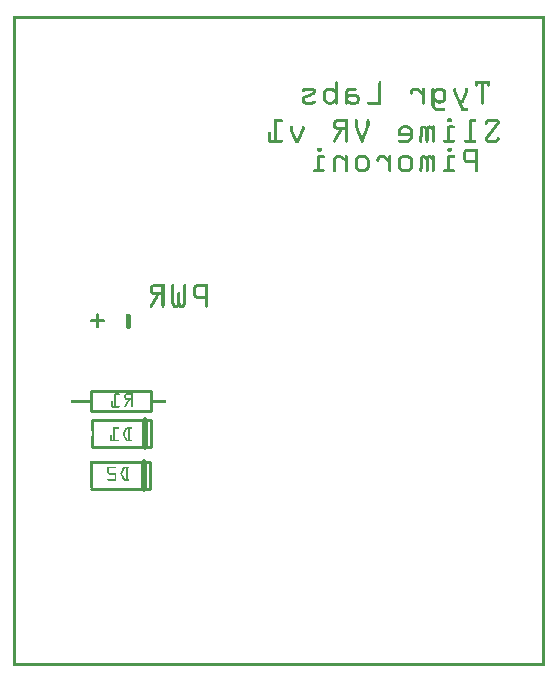
<source format=gbo>
G04 MADE WITH FRITZING*
G04 WWW.FRITZING.ORG*
G04 DOUBLE SIDED*
G04 HOLES PLATED*
G04 CONTOUR ON CENTER OF CONTOUR VECTOR*
%ASAXBY*%
%FSLAX23Y23*%
%MOIN*%
%OFA0B0*%
%SFA1.0B1.0*%
%ADD10C,0.010000*%
%ADD11C,0.020000*%
%ADD12R,0.001000X0.001000*%
%LNSILK0*%
G90*
G70*
G54D10*
X260Y850D02*
X460Y850D01*
D02*
X460Y850D02*
X460Y916D01*
D02*
X460Y916D02*
X260Y916D01*
D02*
X260Y916D02*
X260Y850D01*
D02*
X459Y820D02*
X264Y820D01*
D02*
X264Y730D02*
X459Y730D01*
D02*
X459Y730D02*
X459Y820D01*
G54D11*
D02*
X439Y730D02*
X439Y820D01*
G54D10*
D02*
X455Y681D02*
X260Y681D01*
D02*
X260Y591D02*
X455Y591D01*
D02*
X455Y591D02*
X455Y681D01*
G54D11*
D02*
X435Y591D02*
X435Y681D01*
G54D12*
X1Y2165D02*
X1771Y2165D01*
X1Y2164D02*
X1771Y2164D01*
X1Y2163D02*
X1771Y2163D01*
X1Y2162D02*
X1771Y2162D01*
X1Y2161D02*
X1771Y2161D01*
X1Y2160D02*
X1771Y2160D01*
X1Y2159D02*
X1771Y2159D01*
X1Y2158D02*
X1771Y2158D01*
X1Y2157D02*
X8Y2157D01*
X1764Y2157D02*
X1771Y2157D01*
X1Y2156D02*
X8Y2156D01*
X1764Y2156D02*
X1771Y2156D01*
X1Y2155D02*
X8Y2155D01*
X1764Y2155D02*
X1771Y2155D01*
X1Y2154D02*
X8Y2154D01*
X1764Y2154D02*
X1771Y2154D01*
X1Y2153D02*
X8Y2153D01*
X1764Y2153D02*
X1771Y2153D01*
X1Y2152D02*
X8Y2152D01*
X1764Y2152D02*
X1771Y2152D01*
X1Y2151D02*
X8Y2151D01*
X1764Y2151D02*
X1771Y2151D01*
X1Y2150D02*
X8Y2150D01*
X1764Y2150D02*
X1771Y2150D01*
X1Y2149D02*
X8Y2149D01*
X1764Y2149D02*
X1771Y2149D01*
X1Y2148D02*
X8Y2148D01*
X1764Y2148D02*
X1771Y2148D01*
X1Y2147D02*
X8Y2147D01*
X1764Y2147D02*
X1771Y2147D01*
X1Y2146D02*
X8Y2146D01*
X1764Y2146D02*
X1771Y2146D01*
X1Y2145D02*
X8Y2145D01*
X1764Y2145D02*
X1771Y2145D01*
X1Y2144D02*
X8Y2144D01*
X1764Y2144D02*
X1771Y2144D01*
X1Y2143D02*
X8Y2143D01*
X1764Y2143D02*
X1771Y2143D01*
X1Y2142D02*
X8Y2142D01*
X1764Y2142D02*
X1771Y2142D01*
X1Y2141D02*
X8Y2141D01*
X1764Y2141D02*
X1771Y2141D01*
X1Y2140D02*
X8Y2140D01*
X1764Y2140D02*
X1771Y2140D01*
X1Y2139D02*
X8Y2139D01*
X1764Y2139D02*
X1771Y2139D01*
X1Y2138D02*
X8Y2138D01*
X1764Y2138D02*
X1771Y2138D01*
X1Y2137D02*
X8Y2137D01*
X1764Y2137D02*
X1771Y2137D01*
X1Y2136D02*
X8Y2136D01*
X1764Y2136D02*
X1771Y2136D01*
X1Y2135D02*
X8Y2135D01*
X1764Y2135D02*
X1771Y2135D01*
X1Y2134D02*
X8Y2134D01*
X1764Y2134D02*
X1771Y2134D01*
X1Y2133D02*
X8Y2133D01*
X1764Y2133D02*
X1771Y2133D01*
X1Y2132D02*
X8Y2132D01*
X1764Y2132D02*
X1771Y2132D01*
X1Y2131D02*
X8Y2131D01*
X1764Y2131D02*
X1771Y2131D01*
X1Y2130D02*
X8Y2130D01*
X1764Y2130D02*
X1771Y2130D01*
X1Y2129D02*
X8Y2129D01*
X1764Y2129D02*
X1771Y2129D01*
X1Y2128D02*
X8Y2128D01*
X1764Y2128D02*
X1771Y2128D01*
X1Y2127D02*
X8Y2127D01*
X1764Y2127D02*
X1771Y2127D01*
X1Y2126D02*
X8Y2126D01*
X1764Y2126D02*
X1771Y2126D01*
X1Y2125D02*
X8Y2125D01*
X1764Y2125D02*
X1771Y2125D01*
X1Y2124D02*
X8Y2124D01*
X1764Y2124D02*
X1771Y2124D01*
X1Y2123D02*
X8Y2123D01*
X1764Y2123D02*
X1771Y2123D01*
X1Y2122D02*
X8Y2122D01*
X1764Y2122D02*
X1771Y2122D01*
X1Y2121D02*
X8Y2121D01*
X1764Y2121D02*
X1771Y2121D01*
X1Y2120D02*
X8Y2120D01*
X1764Y2120D02*
X1771Y2120D01*
X1Y2119D02*
X8Y2119D01*
X1764Y2119D02*
X1771Y2119D01*
X1Y2118D02*
X8Y2118D01*
X1764Y2118D02*
X1771Y2118D01*
X1Y2117D02*
X8Y2117D01*
X1764Y2117D02*
X1771Y2117D01*
X1Y2116D02*
X8Y2116D01*
X1764Y2116D02*
X1771Y2116D01*
X1Y2115D02*
X8Y2115D01*
X1764Y2115D02*
X1771Y2115D01*
X1Y2114D02*
X8Y2114D01*
X1764Y2114D02*
X1771Y2114D01*
X1Y2113D02*
X8Y2113D01*
X1764Y2113D02*
X1771Y2113D01*
X1Y2112D02*
X8Y2112D01*
X1764Y2112D02*
X1771Y2112D01*
X1Y2111D02*
X8Y2111D01*
X1764Y2111D02*
X1771Y2111D01*
X1Y2110D02*
X8Y2110D01*
X1764Y2110D02*
X1771Y2110D01*
X1Y2109D02*
X8Y2109D01*
X1764Y2109D02*
X1771Y2109D01*
X1Y2108D02*
X8Y2108D01*
X1764Y2108D02*
X1771Y2108D01*
X1Y2107D02*
X8Y2107D01*
X1764Y2107D02*
X1771Y2107D01*
X1Y2106D02*
X8Y2106D01*
X1764Y2106D02*
X1771Y2106D01*
X1Y2105D02*
X8Y2105D01*
X1764Y2105D02*
X1771Y2105D01*
X1Y2104D02*
X8Y2104D01*
X1764Y2104D02*
X1771Y2104D01*
X1Y2103D02*
X8Y2103D01*
X1764Y2103D02*
X1771Y2103D01*
X1Y2102D02*
X8Y2102D01*
X1764Y2102D02*
X1771Y2102D01*
X1Y2101D02*
X8Y2101D01*
X1764Y2101D02*
X1771Y2101D01*
X1Y2100D02*
X8Y2100D01*
X1764Y2100D02*
X1771Y2100D01*
X1Y2099D02*
X8Y2099D01*
X1764Y2099D02*
X1771Y2099D01*
X1Y2098D02*
X8Y2098D01*
X1764Y2098D02*
X1771Y2098D01*
X1Y2097D02*
X8Y2097D01*
X1764Y2097D02*
X1771Y2097D01*
X1Y2096D02*
X8Y2096D01*
X1764Y2096D02*
X1771Y2096D01*
X1Y2095D02*
X8Y2095D01*
X1764Y2095D02*
X1771Y2095D01*
X1Y2094D02*
X8Y2094D01*
X1764Y2094D02*
X1771Y2094D01*
X1Y2093D02*
X8Y2093D01*
X1764Y2093D02*
X1771Y2093D01*
X1Y2092D02*
X8Y2092D01*
X1764Y2092D02*
X1771Y2092D01*
X1Y2091D02*
X8Y2091D01*
X1764Y2091D02*
X1771Y2091D01*
X1Y2090D02*
X8Y2090D01*
X1764Y2090D02*
X1771Y2090D01*
X1Y2089D02*
X8Y2089D01*
X1764Y2089D02*
X1771Y2089D01*
X1Y2088D02*
X8Y2088D01*
X1764Y2088D02*
X1771Y2088D01*
X1Y2087D02*
X8Y2087D01*
X1764Y2087D02*
X1771Y2087D01*
X1Y2086D02*
X8Y2086D01*
X1764Y2086D02*
X1771Y2086D01*
X1Y2085D02*
X8Y2085D01*
X1764Y2085D02*
X1771Y2085D01*
X1Y2084D02*
X8Y2084D01*
X1764Y2084D02*
X1771Y2084D01*
X1Y2083D02*
X8Y2083D01*
X1764Y2083D02*
X1771Y2083D01*
X1Y2082D02*
X8Y2082D01*
X1764Y2082D02*
X1771Y2082D01*
X1Y2081D02*
X8Y2081D01*
X1764Y2081D02*
X1771Y2081D01*
X1Y2080D02*
X8Y2080D01*
X1764Y2080D02*
X1771Y2080D01*
X1Y2079D02*
X8Y2079D01*
X1764Y2079D02*
X1771Y2079D01*
X1Y2078D02*
X8Y2078D01*
X1764Y2078D02*
X1771Y2078D01*
X1Y2077D02*
X8Y2077D01*
X1764Y2077D02*
X1771Y2077D01*
X1Y2076D02*
X8Y2076D01*
X1764Y2076D02*
X1771Y2076D01*
X1Y2075D02*
X8Y2075D01*
X1764Y2075D02*
X1771Y2075D01*
X1Y2074D02*
X8Y2074D01*
X1764Y2074D02*
X1771Y2074D01*
X1Y2073D02*
X8Y2073D01*
X1764Y2073D02*
X1771Y2073D01*
X1Y2072D02*
X8Y2072D01*
X1764Y2072D02*
X1771Y2072D01*
X1Y2071D02*
X8Y2071D01*
X1764Y2071D02*
X1771Y2071D01*
X1Y2070D02*
X8Y2070D01*
X1764Y2070D02*
X1771Y2070D01*
X1Y2069D02*
X8Y2069D01*
X1764Y2069D02*
X1771Y2069D01*
X1Y2068D02*
X8Y2068D01*
X1764Y2068D02*
X1771Y2068D01*
X1Y2067D02*
X8Y2067D01*
X1764Y2067D02*
X1771Y2067D01*
X1Y2066D02*
X8Y2066D01*
X1764Y2066D02*
X1771Y2066D01*
X1Y2065D02*
X8Y2065D01*
X1764Y2065D02*
X1771Y2065D01*
X1Y2064D02*
X8Y2064D01*
X1764Y2064D02*
X1771Y2064D01*
X1Y2063D02*
X8Y2063D01*
X1764Y2063D02*
X1771Y2063D01*
X1Y2062D02*
X8Y2062D01*
X1764Y2062D02*
X1771Y2062D01*
X1Y2061D02*
X8Y2061D01*
X1764Y2061D02*
X1771Y2061D01*
X1Y2060D02*
X8Y2060D01*
X1764Y2060D02*
X1771Y2060D01*
X1Y2059D02*
X8Y2059D01*
X1764Y2059D02*
X1771Y2059D01*
X1Y2058D02*
X8Y2058D01*
X1764Y2058D02*
X1771Y2058D01*
X1Y2057D02*
X8Y2057D01*
X1764Y2057D02*
X1771Y2057D01*
X1Y2056D02*
X8Y2056D01*
X1764Y2056D02*
X1771Y2056D01*
X1Y2055D02*
X8Y2055D01*
X1764Y2055D02*
X1771Y2055D01*
X1Y2054D02*
X8Y2054D01*
X1764Y2054D02*
X1771Y2054D01*
X1Y2053D02*
X8Y2053D01*
X1764Y2053D02*
X1771Y2053D01*
X1Y2052D02*
X8Y2052D01*
X1764Y2052D02*
X1771Y2052D01*
X1Y2051D02*
X8Y2051D01*
X1764Y2051D02*
X1771Y2051D01*
X1Y2050D02*
X8Y2050D01*
X1764Y2050D02*
X1771Y2050D01*
X1Y2049D02*
X8Y2049D01*
X1764Y2049D02*
X1771Y2049D01*
X1Y2048D02*
X8Y2048D01*
X1764Y2048D02*
X1771Y2048D01*
X1Y2047D02*
X8Y2047D01*
X1764Y2047D02*
X1771Y2047D01*
X1Y2046D02*
X8Y2046D01*
X1764Y2046D02*
X1771Y2046D01*
X1Y2045D02*
X8Y2045D01*
X1764Y2045D02*
X1771Y2045D01*
X1Y2044D02*
X8Y2044D01*
X1764Y2044D02*
X1771Y2044D01*
X1Y2043D02*
X8Y2043D01*
X1764Y2043D02*
X1771Y2043D01*
X1Y2042D02*
X8Y2042D01*
X1764Y2042D02*
X1771Y2042D01*
X1Y2041D02*
X8Y2041D01*
X1764Y2041D02*
X1771Y2041D01*
X1Y2040D02*
X8Y2040D01*
X1764Y2040D02*
X1771Y2040D01*
X1Y2039D02*
X8Y2039D01*
X1764Y2039D02*
X1771Y2039D01*
X1Y2038D02*
X8Y2038D01*
X1764Y2038D02*
X1771Y2038D01*
X1Y2037D02*
X8Y2037D01*
X1764Y2037D02*
X1771Y2037D01*
X1Y2036D02*
X8Y2036D01*
X1764Y2036D02*
X1771Y2036D01*
X1Y2035D02*
X8Y2035D01*
X1764Y2035D02*
X1771Y2035D01*
X1Y2034D02*
X8Y2034D01*
X1764Y2034D02*
X1771Y2034D01*
X1Y2033D02*
X8Y2033D01*
X1764Y2033D02*
X1771Y2033D01*
X1Y2032D02*
X8Y2032D01*
X1764Y2032D02*
X1771Y2032D01*
X1Y2031D02*
X8Y2031D01*
X1764Y2031D02*
X1771Y2031D01*
X1Y2030D02*
X8Y2030D01*
X1764Y2030D02*
X1771Y2030D01*
X1Y2029D02*
X8Y2029D01*
X1764Y2029D02*
X1771Y2029D01*
X1Y2028D02*
X8Y2028D01*
X1764Y2028D02*
X1771Y2028D01*
X1Y2027D02*
X8Y2027D01*
X1764Y2027D02*
X1771Y2027D01*
X1Y2026D02*
X8Y2026D01*
X1764Y2026D02*
X1771Y2026D01*
X1Y2025D02*
X8Y2025D01*
X1764Y2025D02*
X1771Y2025D01*
X1Y2024D02*
X8Y2024D01*
X1764Y2024D02*
X1771Y2024D01*
X1Y2023D02*
X8Y2023D01*
X1764Y2023D02*
X1771Y2023D01*
X1Y2022D02*
X8Y2022D01*
X1764Y2022D02*
X1771Y2022D01*
X1Y2021D02*
X8Y2021D01*
X1764Y2021D02*
X1771Y2021D01*
X1Y2020D02*
X8Y2020D01*
X1764Y2020D02*
X1771Y2020D01*
X1Y2019D02*
X8Y2019D01*
X1764Y2019D02*
X1771Y2019D01*
X1Y2018D02*
X8Y2018D01*
X1764Y2018D02*
X1771Y2018D01*
X1Y2017D02*
X8Y2017D01*
X1764Y2017D02*
X1771Y2017D01*
X1Y2016D02*
X8Y2016D01*
X1764Y2016D02*
X1771Y2016D01*
X1Y2015D02*
X8Y2015D01*
X1764Y2015D02*
X1771Y2015D01*
X1Y2014D02*
X8Y2014D01*
X1764Y2014D02*
X1771Y2014D01*
X1Y2013D02*
X8Y2013D01*
X1764Y2013D02*
X1771Y2013D01*
X1Y2012D02*
X8Y2012D01*
X1764Y2012D02*
X1771Y2012D01*
X1Y2011D02*
X8Y2011D01*
X1764Y2011D02*
X1771Y2011D01*
X1Y2010D02*
X8Y2010D01*
X1764Y2010D02*
X1771Y2010D01*
X1Y2009D02*
X8Y2009D01*
X1764Y2009D02*
X1771Y2009D01*
X1Y2008D02*
X8Y2008D01*
X1764Y2008D02*
X1771Y2008D01*
X1Y2007D02*
X8Y2007D01*
X1764Y2007D02*
X1771Y2007D01*
X1Y2006D02*
X8Y2006D01*
X1764Y2006D02*
X1771Y2006D01*
X1Y2005D02*
X8Y2005D01*
X1764Y2005D02*
X1771Y2005D01*
X1Y2004D02*
X8Y2004D01*
X1764Y2004D02*
X1771Y2004D01*
X1Y2003D02*
X8Y2003D01*
X1764Y2003D02*
X1771Y2003D01*
X1Y2002D02*
X8Y2002D01*
X1764Y2002D02*
X1771Y2002D01*
X1Y2001D02*
X8Y2001D01*
X1764Y2001D02*
X1771Y2001D01*
X1Y2000D02*
X8Y2000D01*
X1764Y2000D02*
X1771Y2000D01*
X1Y1999D02*
X8Y1999D01*
X1764Y1999D02*
X1771Y1999D01*
X1Y1998D02*
X8Y1998D01*
X1764Y1998D02*
X1771Y1998D01*
X1Y1997D02*
X8Y1997D01*
X1764Y1997D02*
X1771Y1997D01*
X1Y1996D02*
X8Y1996D01*
X1764Y1996D02*
X1771Y1996D01*
X1Y1995D02*
X8Y1995D01*
X1764Y1995D02*
X1771Y1995D01*
X1Y1994D02*
X8Y1994D01*
X1764Y1994D02*
X1771Y1994D01*
X1Y1993D02*
X8Y1993D01*
X1764Y1993D02*
X1771Y1993D01*
X1Y1992D02*
X8Y1992D01*
X1764Y1992D02*
X1771Y1992D01*
X1Y1991D02*
X8Y1991D01*
X1764Y1991D02*
X1771Y1991D01*
X1Y1990D02*
X8Y1990D01*
X1764Y1990D02*
X1771Y1990D01*
X1Y1989D02*
X8Y1989D01*
X1764Y1989D02*
X1771Y1989D01*
X1Y1988D02*
X8Y1988D01*
X1764Y1988D02*
X1771Y1988D01*
X1Y1987D02*
X8Y1987D01*
X1764Y1987D02*
X1771Y1987D01*
X1Y1986D02*
X8Y1986D01*
X1764Y1986D02*
X1771Y1986D01*
X1Y1985D02*
X8Y1985D01*
X1764Y1985D02*
X1771Y1985D01*
X1Y1984D02*
X8Y1984D01*
X1764Y1984D02*
X1771Y1984D01*
X1Y1983D02*
X8Y1983D01*
X1764Y1983D02*
X1771Y1983D01*
X1Y1982D02*
X8Y1982D01*
X1764Y1982D02*
X1771Y1982D01*
X1Y1981D02*
X8Y1981D01*
X1764Y1981D02*
X1771Y1981D01*
X1Y1980D02*
X8Y1980D01*
X1764Y1980D02*
X1771Y1980D01*
X1Y1979D02*
X8Y1979D01*
X1764Y1979D02*
X1771Y1979D01*
X1Y1978D02*
X8Y1978D01*
X1764Y1978D02*
X1771Y1978D01*
X1Y1977D02*
X8Y1977D01*
X1764Y1977D02*
X1771Y1977D01*
X1Y1976D02*
X8Y1976D01*
X1764Y1976D02*
X1771Y1976D01*
X1Y1975D02*
X8Y1975D01*
X1764Y1975D02*
X1771Y1975D01*
X1Y1974D02*
X8Y1974D01*
X1764Y1974D02*
X1771Y1974D01*
X1Y1973D02*
X8Y1973D01*
X1764Y1973D02*
X1771Y1973D01*
X1Y1972D02*
X8Y1972D01*
X1764Y1972D02*
X1771Y1972D01*
X1Y1971D02*
X8Y1971D01*
X1764Y1971D02*
X1771Y1971D01*
X1Y1970D02*
X8Y1970D01*
X1764Y1970D02*
X1771Y1970D01*
X1Y1969D02*
X8Y1969D01*
X1764Y1969D02*
X1771Y1969D01*
X1Y1968D02*
X8Y1968D01*
X1764Y1968D02*
X1771Y1968D01*
X1Y1967D02*
X8Y1967D01*
X1764Y1967D02*
X1771Y1967D01*
X1Y1966D02*
X8Y1966D01*
X1764Y1966D02*
X1771Y1966D01*
X1Y1965D02*
X8Y1965D01*
X1764Y1965D02*
X1771Y1965D01*
X1Y1964D02*
X8Y1964D01*
X1764Y1964D02*
X1771Y1964D01*
X1Y1963D02*
X8Y1963D01*
X1764Y1963D02*
X1771Y1963D01*
X1Y1962D02*
X8Y1962D01*
X1764Y1962D02*
X1771Y1962D01*
X1Y1961D02*
X8Y1961D01*
X1764Y1961D02*
X1771Y1961D01*
X1Y1960D02*
X8Y1960D01*
X1764Y1960D02*
X1771Y1960D01*
X1Y1959D02*
X8Y1959D01*
X1764Y1959D02*
X1771Y1959D01*
X1Y1958D02*
X8Y1958D01*
X1764Y1958D02*
X1771Y1958D01*
X1Y1957D02*
X8Y1957D01*
X1764Y1957D02*
X1771Y1957D01*
X1Y1956D02*
X8Y1956D01*
X1764Y1956D02*
X1771Y1956D01*
X1Y1955D02*
X8Y1955D01*
X1764Y1955D02*
X1771Y1955D01*
X1Y1954D02*
X8Y1954D01*
X1764Y1954D02*
X1771Y1954D01*
X1Y1953D02*
X8Y1953D01*
X1764Y1953D02*
X1771Y1953D01*
X1Y1952D02*
X8Y1952D01*
X1764Y1952D02*
X1771Y1952D01*
X1Y1951D02*
X8Y1951D01*
X1764Y1951D02*
X1771Y1951D01*
X1Y1950D02*
X8Y1950D01*
X1764Y1950D02*
X1771Y1950D01*
X1Y1949D02*
X8Y1949D01*
X1764Y1949D02*
X1771Y1949D01*
X1Y1948D02*
X8Y1948D01*
X1076Y1948D02*
X1080Y1948D01*
X1221Y1948D02*
X1225Y1948D01*
X1540Y1948D02*
X1589Y1948D01*
X1764Y1948D02*
X1771Y1948D01*
X1Y1947D02*
X8Y1947D01*
X1075Y1947D02*
X1082Y1947D01*
X1220Y1947D02*
X1226Y1947D01*
X1540Y1947D02*
X1589Y1947D01*
X1764Y1947D02*
X1771Y1947D01*
X1Y1946D02*
X8Y1946D01*
X1074Y1946D02*
X1082Y1946D01*
X1219Y1946D02*
X1227Y1946D01*
X1540Y1946D02*
X1589Y1946D01*
X1764Y1946D02*
X1771Y1946D01*
X1Y1945D02*
X8Y1945D01*
X1074Y1945D02*
X1083Y1945D01*
X1219Y1945D02*
X1227Y1945D01*
X1540Y1945D02*
X1589Y1945D01*
X1764Y1945D02*
X1771Y1945D01*
X1Y1944D02*
X8Y1944D01*
X1074Y1944D02*
X1083Y1944D01*
X1218Y1944D02*
X1227Y1944D01*
X1540Y1944D02*
X1589Y1944D01*
X1764Y1944D02*
X1771Y1944D01*
X1Y1943D02*
X8Y1943D01*
X1074Y1943D02*
X1083Y1943D01*
X1218Y1943D02*
X1227Y1943D01*
X1540Y1943D02*
X1589Y1943D01*
X1764Y1943D02*
X1771Y1943D01*
X1Y1942D02*
X8Y1942D01*
X1074Y1942D02*
X1083Y1942D01*
X1218Y1942D02*
X1227Y1942D01*
X1540Y1942D02*
X1589Y1942D01*
X1764Y1942D02*
X1771Y1942D01*
X1Y1941D02*
X8Y1941D01*
X1074Y1941D02*
X1083Y1941D01*
X1218Y1941D02*
X1227Y1941D01*
X1540Y1941D02*
X1589Y1941D01*
X1764Y1941D02*
X1771Y1941D01*
X1Y1940D02*
X8Y1940D01*
X1074Y1940D02*
X1083Y1940D01*
X1218Y1940D02*
X1227Y1940D01*
X1540Y1940D02*
X1589Y1940D01*
X1764Y1940D02*
X1771Y1940D01*
X1Y1939D02*
X8Y1939D01*
X1074Y1939D02*
X1083Y1939D01*
X1218Y1939D02*
X1227Y1939D01*
X1540Y1939D02*
X1589Y1939D01*
X1764Y1939D02*
X1771Y1939D01*
X1Y1938D02*
X8Y1938D01*
X1074Y1938D02*
X1083Y1938D01*
X1218Y1938D02*
X1227Y1938D01*
X1540Y1938D02*
X1549Y1938D01*
X1560Y1938D02*
X1569Y1938D01*
X1580Y1938D02*
X1589Y1938D01*
X1764Y1938D02*
X1771Y1938D01*
X1Y1937D02*
X8Y1937D01*
X1074Y1937D02*
X1083Y1937D01*
X1218Y1937D02*
X1227Y1937D01*
X1540Y1937D02*
X1549Y1937D01*
X1560Y1937D02*
X1569Y1937D01*
X1580Y1937D02*
X1589Y1937D01*
X1764Y1937D02*
X1771Y1937D01*
X1Y1936D02*
X8Y1936D01*
X1074Y1936D02*
X1083Y1936D01*
X1218Y1936D02*
X1227Y1936D01*
X1540Y1936D02*
X1549Y1936D01*
X1560Y1936D02*
X1569Y1936D01*
X1580Y1936D02*
X1589Y1936D01*
X1764Y1936D02*
X1771Y1936D01*
X1Y1935D02*
X8Y1935D01*
X1074Y1935D02*
X1083Y1935D01*
X1218Y1935D02*
X1227Y1935D01*
X1540Y1935D02*
X1549Y1935D01*
X1560Y1935D02*
X1569Y1935D01*
X1580Y1935D02*
X1589Y1935D01*
X1764Y1935D02*
X1771Y1935D01*
X1Y1934D02*
X8Y1934D01*
X1074Y1934D02*
X1083Y1934D01*
X1218Y1934D02*
X1227Y1934D01*
X1540Y1934D02*
X1549Y1934D01*
X1560Y1934D02*
X1569Y1934D01*
X1580Y1934D02*
X1589Y1934D01*
X1764Y1934D02*
X1771Y1934D01*
X1Y1933D02*
X8Y1933D01*
X1074Y1933D02*
X1083Y1933D01*
X1218Y1933D02*
X1227Y1933D01*
X1541Y1933D02*
X1549Y1933D01*
X1560Y1933D02*
X1569Y1933D01*
X1580Y1933D02*
X1588Y1933D01*
X1764Y1933D02*
X1771Y1933D01*
X1Y1932D02*
X8Y1932D01*
X1074Y1932D02*
X1083Y1932D01*
X1218Y1932D02*
X1227Y1932D01*
X1541Y1932D02*
X1548Y1932D01*
X1560Y1932D02*
X1569Y1932D01*
X1581Y1932D02*
X1588Y1932D01*
X1764Y1932D02*
X1771Y1932D01*
X1Y1931D02*
X8Y1931D01*
X1074Y1931D02*
X1083Y1931D01*
X1218Y1931D02*
X1227Y1931D01*
X1542Y1931D02*
X1547Y1931D01*
X1560Y1931D02*
X1569Y1931D01*
X1582Y1931D02*
X1586Y1931D01*
X1764Y1931D02*
X1771Y1931D01*
X1Y1930D02*
X8Y1930D01*
X1074Y1930D02*
X1083Y1930D01*
X1218Y1930D02*
X1227Y1930D01*
X1560Y1930D02*
X1569Y1930D01*
X1764Y1930D02*
X1771Y1930D01*
X1Y1929D02*
X8Y1929D01*
X1074Y1929D02*
X1083Y1929D01*
X1218Y1929D02*
X1227Y1929D01*
X1560Y1929D02*
X1569Y1929D01*
X1764Y1929D02*
X1771Y1929D01*
X1Y1928D02*
X8Y1928D01*
X1074Y1928D02*
X1083Y1928D01*
X1218Y1928D02*
X1227Y1928D01*
X1560Y1928D02*
X1569Y1928D01*
X1764Y1928D02*
X1771Y1928D01*
X1Y1927D02*
X8Y1927D01*
X972Y1927D02*
X1000Y1927D01*
X1049Y1927D02*
X1063Y1927D01*
X1074Y1927D02*
X1083Y1927D01*
X1119Y1927D02*
X1142Y1927D01*
X1218Y1927D02*
X1227Y1927D01*
X1335Y1927D02*
X1349Y1927D01*
X1366Y1927D02*
X1369Y1927D01*
X1399Y1927D02*
X1402Y1927D01*
X1416Y1927D02*
X1429Y1927D01*
X1471Y1927D02*
X1474Y1927D01*
X1510Y1927D02*
X1514Y1927D01*
X1560Y1927D02*
X1569Y1927D01*
X1764Y1927D02*
X1771Y1927D01*
X1Y1926D02*
X8Y1926D01*
X970Y1926D02*
X1003Y1926D01*
X1046Y1926D02*
X1066Y1926D01*
X1074Y1926D02*
X1083Y1926D01*
X1116Y1926D02*
X1144Y1926D01*
X1218Y1926D02*
X1227Y1926D01*
X1332Y1926D02*
X1351Y1926D01*
X1364Y1926D02*
X1370Y1926D01*
X1397Y1926D02*
X1403Y1926D01*
X1413Y1926D02*
X1432Y1926D01*
X1469Y1926D02*
X1475Y1926D01*
X1509Y1926D02*
X1515Y1926D01*
X1560Y1926D02*
X1569Y1926D01*
X1764Y1926D02*
X1771Y1926D01*
X1Y1925D02*
X8Y1925D01*
X968Y1925D02*
X1004Y1925D01*
X1045Y1925D02*
X1068Y1925D01*
X1074Y1925D02*
X1083Y1925D01*
X1114Y1925D02*
X1144Y1925D01*
X1218Y1925D02*
X1227Y1925D01*
X1330Y1925D02*
X1352Y1925D01*
X1364Y1925D02*
X1371Y1925D01*
X1396Y1925D02*
X1404Y1925D01*
X1411Y1925D02*
X1434Y1925D01*
X1469Y1925D02*
X1476Y1925D01*
X1508Y1925D02*
X1516Y1925D01*
X1560Y1925D02*
X1569Y1925D01*
X1764Y1925D02*
X1771Y1925D01*
X1Y1924D02*
X8Y1924D01*
X967Y1924D02*
X1005Y1924D01*
X1043Y1924D02*
X1069Y1924D01*
X1074Y1924D02*
X1083Y1924D01*
X1113Y1924D02*
X1145Y1924D01*
X1218Y1924D02*
X1227Y1924D01*
X1329Y1924D02*
X1353Y1924D01*
X1363Y1924D02*
X1372Y1924D01*
X1396Y1924D02*
X1404Y1924D01*
X1410Y1924D02*
X1435Y1924D01*
X1468Y1924D02*
X1477Y1924D01*
X1508Y1924D02*
X1516Y1924D01*
X1560Y1924D02*
X1569Y1924D01*
X1764Y1924D02*
X1771Y1924D01*
X1Y1923D02*
X8Y1923D01*
X966Y1923D02*
X1006Y1923D01*
X1042Y1923D02*
X1070Y1923D01*
X1074Y1923D02*
X1083Y1923D01*
X1112Y1923D02*
X1145Y1923D01*
X1218Y1923D02*
X1227Y1923D01*
X1328Y1923D02*
X1354Y1923D01*
X1363Y1923D02*
X1372Y1923D01*
X1396Y1923D02*
X1404Y1923D01*
X1408Y1923D02*
X1436Y1923D01*
X1468Y1923D02*
X1477Y1923D01*
X1508Y1923D02*
X1516Y1923D01*
X1560Y1923D02*
X1569Y1923D01*
X1764Y1923D02*
X1771Y1923D01*
X1Y1922D02*
X8Y1922D01*
X965Y1922D02*
X1007Y1922D01*
X1041Y1922D02*
X1072Y1922D01*
X1074Y1922D02*
X1083Y1922D01*
X1111Y1922D02*
X1145Y1922D01*
X1218Y1922D02*
X1227Y1922D01*
X1327Y1922D02*
X1355Y1922D01*
X1363Y1922D02*
X1372Y1922D01*
X1395Y1922D02*
X1405Y1922D01*
X1407Y1922D02*
X1438Y1922D01*
X1468Y1922D02*
X1477Y1922D01*
X1507Y1922D02*
X1517Y1922D01*
X1560Y1922D02*
X1569Y1922D01*
X1764Y1922D02*
X1771Y1922D01*
X1Y1921D02*
X8Y1921D01*
X964Y1921D02*
X1008Y1921D01*
X1040Y1921D02*
X1083Y1921D01*
X1110Y1921D02*
X1145Y1921D01*
X1218Y1921D02*
X1227Y1921D01*
X1326Y1921D02*
X1357Y1921D01*
X1363Y1921D02*
X1372Y1921D01*
X1395Y1921D02*
X1439Y1921D01*
X1468Y1921D02*
X1477Y1921D01*
X1507Y1921D02*
X1517Y1921D01*
X1560Y1921D02*
X1569Y1921D01*
X1764Y1921D02*
X1771Y1921D01*
X1Y1920D02*
X8Y1920D01*
X963Y1920D02*
X1008Y1920D01*
X1039Y1920D02*
X1083Y1920D01*
X1110Y1920D02*
X1145Y1920D01*
X1218Y1920D02*
X1227Y1920D01*
X1325Y1920D02*
X1358Y1920D01*
X1363Y1920D02*
X1372Y1920D01*
X1395Y1920D02*
X1440Y1920D01*
X1468Y1920D02*
X1477Y1920D01*
X1507Y1920D02*
X1517Y1920D01*
X1560Y1920D02*
X1569Y1920D01*
X1764Y1920D02*
X1771Y1920D01*
X1Y1919D02*
X8Y1919D01*
X963Y1919D02*
X1009Y1919D01*
X1038Y1919D02*
X1083Y1919D01*
X1109Y1919D02*
X1144Y1919D01*
X1218Y1919D02*
X1227Y1919D01*
X1325Y1919D02*
X1359Y1919D01*
X1363Y1919D02*
X1372Y1919D01*
X1395Y1919D02*
X1441Y1919D01*
X1468Y1919D02*
X1477Y1919D01*
X1507Y1919D02*
X1517Y1919D01*
X1560Y1919D02*
X1569Y1919D01*
X1764Y1919D02*
X1771Y1919D01*
X1Y1918D02*
X8Y1918D01*
X963Y1918D02*
X1009Y1918D01*
X1037Y1918D02*
X1083Y1918D01*
X1109Y1918D02*
X1143Y1918D01*
X1218Y1918D02*
X1227Y1918D01*
X1324Y1918D02*
X1360Y1918D01*
X1363Y1918D02*
X1372Y1918D01*
X1395Y1918D02*
X1442Y1918D01*
X1468Y1918D02*
X1477Y1918D01*
X1507Y1918D02*
X1517Y1918D01*
X1560Y1918D02*
X1569Y1918D01*
X1764Y1918D02*
X1771Y1918D01*
X1Y1917D02*
X8Y1917D01*
X963Y1917D02*
X974Y1917D01*
X999Y1917D02*
X1009Y1917D01*
X1036Y1917D02*
X1050Y1917D01*
X1062Y1917D02*
X1083Y1917D01*
X1108Y1917D02*
X1119Y1917D01*
X1218Y1917D02*
X1227Y1917D01*
X1324Y1917D02*
X1335Y1917D01*
X1347Y1917D02*
X1361Y1917D01*
X1363Y1917D02*
X1372Y1917D01*
X1395Y1917D02*
X1416Y1917D01*
X1429Y1917D02*
X1442Y1917D01*
X1468Y1917D02*
X1477Y1917D01*
X1507Y1917D02*
X1517Y1917D01*
X1560Y1917D02*
X1569Y1917D01*
X1764Y1917D02*
X1771Y1917D01*
X1Y1916D02*
X8Y1916D01*
X963Y1916D02*
X972Y1916D01*
X1000Y1916D02*
X1009Y1916D01*
X1036Y1916D02*
X1048Y1916D01*
X1064Y1916D02*
X1083Y1916D01*
X1108Y1916D02*
X1118Y1916D01*
X1218Y1916D02*
X1227Y1916D01*
X1324Y1916D02*
X1334Y1916D01*
X1348Y1916D02*
X1372Y1916D01*
X1395Y1916D02*
X1415Y1916D01*
X1430Y1916D02*
X1443Y1916D01*
X1468Y1916D02*
X1477Y1916D01*
X1507Y1916D02*
X1517Y1916D01*
X1560Y1916D02*
X1569Y1916D01*
X1764Y1916D02*
X1771Y1916D01*
X1Y1915D02*
X8Y1915D01*
X964Y1915D02*
X971Y1915D01*
X1000Y1915D02*
X1009Y1915D01*
X1035Y1915D02*
X1047Y1915D01*
X1065Y1915D02*
X1083Y1915D01*
X1108Y1915D02*
X1118Y1915D01*
X1218Y1915D02*
X1227Y1915D01*
X1323Y1915D02*
X1333Y1915D01*
X1349Y1915D02*
X1372Y1915D01*
X1395Y1915D02*
X1414Y1915D01*
X1431Y1915D02*
X1443Y1915D01*
X1468Y1915D02*
X1477Y1915D01*
X1507Y1915D02*
X1517Y1915D01*
X1560Y1915D02*
X1569Y1915D01*
X1764Y1915D02*
X1771Y1915D01*
X1Y1914D02*
X8Y1914D01*
X965Y1914D02*
X969Y1914D01*
X1000Y1914D02*
X1009Y1914D01*
X1035Y1914D02*
X1046Y1914D01*
X1066Y1914D02*
X1083Y1914D01*
X1108Y1914D02*
X1117Y1914D01*
X1218Y1914D02*
X1227Y1914D01*
X1323Y1914D02*
X1333Y1914D01*
X1350Y1914D02*
X1372Y1914D01*
X1395Y1914D02*
X1412Y1914D01*
X1433Y1914D02*
X1444Y1914D01*
X1468Y1914D02*
X1477Y1914D01*
X1507Y1914D02*
X1517Y1914D01*
X1560Y1914D02*
X1569Y1914D01*
X1764Y1914D02*
X1771Y1914D01*
X1Y1913D02*
X8Y1913D01*
X1000Y1913D02*
X1009Y1913D01*
X1035Y1913D02*
X1045Y1913D01*
X1067Y1913D02*
X1083Y1913D01*
X1108Y1913D02*
X1117Y1913D01*
X1218Y1913D02*
X1227Y1913D01*
X1323Y1913D02*
X1332Y1913D01*
X1351Y1913D02*
X1372Y1913D01*
X1395Y1913D02*
X1411Y1913D01*
X1434Y1913D02*
X1444Y1913D01*
X1468Y1913D02*
X1478Y1913D01*
X1507Y1913D02*
X1516Y1913D01*
X1560Y1913D02*
X1569Y1913D01*
X1764Y1913D02*
X1771Y1913D01*
X1Y1912D02*
X8Y1912D01*
X999Y1912D02*
X1009Y1912D01*
X1034Y1912D02*
X1044Y1912D01*
X1068Y1912D02*
X1083Y1912D01*
X1108Y1912D02*
X1117Y1912D01*
X1218Y1912D02*
X1227Y1912D01*
X1323Y1912D02*
X1332Y1912D01*
X1353Y1912D02*
X1372Y1912D01*
X1395Y1912D02*
X1410Y1912D01*
X1434Y1912D02*
X1444Y1912D01*
X1468Y1912D02*
X1478Y1912D01*
X1506Y1912D02*
X1516Y1912D01*
X1560Y1912D02*
X1569Y1912D01*
X1764Y1912D02*
X1771Y1912D01*
X1Y1911D02*
X8Y1911D01*
X996Y1911D02*
X1009Y1911D01*
X1034Y1911D02*
X1044Y1911D01*
X1070Y1911D02*
X1083Y1911D01*
X1108Y1911D02*
X1117Y1911D01*
X1218Y1911D02*
X1227Y1911D01*
X1323Y1911D02*
X1332Y1911D01*
X1354Y1911D02*
X1372Y1911D01*
X1395Y1911D02*
X1409Y1911D01*
X1435Y1911D02*
X1444Y1911D01*
X1469Y1911D02*
X1479Y1911D01*
X1506Y1911D02*
X1516Y1911D01*
X1560Y1911D02*
X1569Y1911D01*
X1764Y1911D02*
X1771Y1911D01*
X1Y1910D02*
X8Y1910D01*
X994Y1910D02*
X1008Y1910D01*
X1034Y1910D02*
X1043Y1910D01*
X1071Y1910D02*
X1083Y1910D01*
X1108Y1910D02*
X1117Y1910D01*
X1218Y1910D02*
X1227Y1910D01*
X1323Y1910D02*
X1332Y1910D01*
X1355Y1910D02*
X1372Y1910D01*
X1395Y1910D02*
X1408Y1910D01*
X1435Y1910D02*
X1444Y1910D01*
X1469Y1910D02*
X1479Y1910D01*
X1505Y1910D02*
X1515Y1910D01*
X1560Y1910D02*
X1569Y1910D01*
X1764Y1910D02*
X1771Y1910D01*
X1Y1909D02*
X8Y1909D01*
X992Y1909D02*
X1008Y1909D01*
X1034Y1909D02*
X1043Y1909D01*
X1072Y1909D02*
X1083Y1909D01*
X1108Y1909D02*
X1117Y1909D01*
X1218Y1909D02*
X1227Y1909D01*
X1323Y1909D02*
X1332Y1909D01*
X1356Y1909D02*
X1372Y1909D01*
X1395Y1909D02*
X1407Y1909D01*
X1435Y1909D02*
X1444Y1909D01*
X1469Y1909D02*
X1480Y1909D01*
X1505Y1909D02*
X1515Y1909D01*
X1560Y1909D02*
X1569Y1909D01*
X1764Y1909D02*
X1771Y1909D01*
X1Y1908D02*
X8Y1908D01*
X989Y1908D02*
X1007Y1908D01*
X1034Y1908D02*
X1043Y1908D01*
X1073Y1908D02*
X1083Y1908D01*
X1108Y1908D02*
X1117Y1908D01*
X1218Y1908D02*
X1227Y1908D01*
X1324Y1908D02*
X1332Y1908D01*
X1357Y1908D02*
X1372Y1908D01*
X1395Y1908D02*
X1406Y1908D01*
X1435Y1908D02*
X1444Y1908D01*
X1470Y1908D02*
X1480Y1908D01*
X1504Y1908D02*
X1514Y1908D01*
X1560Y1908D02*
X1569Y1908D01*
X1764Y1908D02*
X1771Y1908D01*
X1Y1907D02*
X8Y1907D01*
X987Y1907D02*
X1007Y1907D01*
X1034Y1907D02*
X1043Y1907D01*
X1073Y1907D02*
X1083Y1907D01*
X1107Y1907D02*
X1117Y1907D01*
X1218Y1907D02*
X1227Y1907D01*
X1324Y1907D02*
X1331Y1907D01*
X1358Y1907D02*
X1372Y1907D01*
X1395Y1907D02*
X1405Y1907D01*
X1435Y1907D02*
X1444Y1907D01*
X1470Y1907D02*
X1480Y1907D01*
X1504Y1907D02*
X1514Y1907D01*
X1560Y1907D02*
X1569Y1907D01*
X1764Y1907D02*
X1771Y1907D01*
X1Y1906D02*
X8Y1906D01*
X985Y1906D02*
X1006Y1906D01*
X1034Y1906D02*
X1043Y1906D01*
X1074Y1906D02*
X1083Y1906D01*
X1107Y1906D02*
X1117Y1906D01*
X1119Y1906D02*
X1143Y1906D01*
X1218Y1906D02*
X1227Y1906D01*
X1325Y1906D02*
X1331Y1906D01*
X1360Y1906D02*
X1372Y1906D01*
X1395Y1906D02*
X1405Y1906D01*
X1435Y1906D02*
X1444Y1906D01*
X1471Y1906D02*
X1481Y1906D01*
X1503Y1906D02*
X1514Y1906D01*
X1560Y1906D02*
X1569Y1906D01*
X1764Y1906D02*
X1771Y1906D01*
X1Y1905D02*
X8Y1905D01*
X982Y1905D02*
X1005Y1905D01*
X1034Y1905D02*
X1043Y1905D01*
X1074Y1905D02*
X1083Y1905D01*
X1107Y1905D02*
X1146Y1905D01*
X1218Y1905D02*
X1227Y1905D01*
X1327Y1905D02*
X1329Y1905D01*
X1361Y1905D02*
X1372Y1905D01*
X1395Y1905D02*
X1405Y1905D01*
X1435Y1905D02*
X1444Y1905D01*
X1471Y1905D02*
X1481Y1905D01*
X1503Y1905D02*
X1513Y1905D01*
X1560Y1905D02*
X1569Y1905D01*
X1764Y1905D02*
X1771Y1905D01*
X1Y1904D02*
X8Y1904D01*
X980Y1904D02*
X1004Y1904D01*
X1034Y1904D02*
X1043Y1904D01*
X1074Y1904D02*
X1083Y1904D01*
X1107Y1904D02*
X1148Y1904D01*
X1218Y1904D02*
X1227Y1904D01*
X1362Y1904D02*
X1372Y1904D01*
X1395Y1904D02*
X1405Y1904D01*
X1435Y1904D02*
X1444Y1904D01*
X1472Y1904D02*
X1482Y1904D01*
X1503Y1904D02*
X1513Y1904D01*
X1560Y1904D02*
X1569Y1904D01*
X1764Y1904D02*
X1771Y1904D01*
X1Y1903D02*
X8Y1903D01*
X978Y1903D02*
X1002Y1903D01*
X1034Y1903D02*
X1043Y1903D01*
X1074Y1903D02*
X1083Y1903D01*
X1107Y1903D02*
X1149Y1903D01*
X1218Y1903D02*
X1227Y1903D01*
X1363Y1903D02*
X1372Y1903D01*
X1395Y1903D02*
X1405Y1903D01*
X1435Y1903D02*
X1444Y1903D01*
X1472Y1903D02*
X1482Y1903D01*
X1502Y1903D02*
X1512Y1903D01*
X1560Y1903D02*
X1569Y1903D01*
X1764Y1903D02*
X1771Y1903D01*
X1Y1902D02*
X8Y1902D01*
X976Y1902D02*
X1000Y1902D01*
X1034Y1902D02*
X1043Y1902D01*
X1074Y1902D02*
X1083Y1902D01*
X1107Y1902D02*
X1151Y1902D01*
X1218Y1902D02*
X1227Y1902D01*
X1363Y1902D02*
X1372Y1902D01*
X1395Y1902D02*
X1405Y1902D01*
X1435Y1902D02*
X1444Y1902D01*
X1473Y1902D02*
X1483Y1902D01*
X1502Y1902D02*
X1512Y1902D01*
X1560Y1902D02*
X1569Y1902D01*
X1764Y1902D02*
X1771Y1902D01*
X1Y1901D02*
X8Y1901D01*
X973Y1901D02*
X997Y1901D01*
X1034Y1901D02*
X1043Y1901D01*
X1074Y1901D02*
X1083Y1901D01*
X1107Y1901D02*
X1152Y1901D01*
X1218Y1901D02*
X1227Y1901D01*
X1363Y1901D02*
X1372Y1901D01*
X1395Y1901D02*
X1405Y1901D01*
X1435Y1901D02*
X1444Y1901D01*
X1473Y1901D02*
X1483Y1901D01*
X1501Y1901D02*
X1511Y1901D01*
X1560Y1901D02*
X1569Y1901D01*
X1764Y1901D02*
X1771Y1901D01*
X1Y1900D02*
X8Y1900D01*
X971Y1900D02*
X995Y1900D01*
X1034Y1900D02*
X1043Y1900D01*
X1074Y1900D02*
X1083Y1900D01*
X1107Y1900D02*
X1152Y1900D01*
X1218Y1900D02*
X1227Y1900D01*
X1363Y1900D02*
X1372Y1900D01*
X1395Y1900D02*
X1405Y1900D01*
X1435Y1900D02*
X1444Y1900D01*
X1473Y1900D02*
X1484Y1900D01*
X1501Y1900D02*
X1511Y1900D01*
X1560Y1900D02*
X1569Y1900D01*
X1764Y1900D02*
X1771Y1900D01*
X1Y1899D02*
X8Y1899D01*
X969Y1899D02*
X993Y1899D01*
X1034Y1899D02*
X1043Y1899D01*
X1074Y1899D02*
X1083Y1899D01*
X1107Y1899D02*
X1153Y1899D01*
X1218Y1899D02*
X1227Y1899D01*
X1363Y1899D02*
X1372Y1899D01*
X1395Y1899D02*
X1405Y1899D01*
X1435Y1899D02*
X1444Y1899D01*
X1474Y1899D02*
X1484Y1899D01*
X1500Y1899D02*
X1510Y1899D01*
X1560Y1899D02*
X1569Y1899D01*
X1764Y1899D02*
X1771Y1899D01*
X1Y1898D02*
X8Y1898D01*
X968Y1898D02*
X991Y1898D01*
X1034Y1898D02*
X1043Y1898D01*
X1074Y1898D02*
X1083Y1898D01*
X1107Y1898D02*
X1154Y1898D01*
X1218Y1898D02*
X1227Y1898D01*
X1363Y1898D02*
X1372Y1898D01*
X1395Y1898D02*
X1405Y1898D01*
X1435Y1898D02*
X1444Y1898D01*
X1474Y1898D02*
X1484Y1898D01*
X1500Y1898D02*
X1510Y1898D01*
X1560Y1898D02*
X1569Y1898D01*
X1764Y1898D02*
X1771Y1898D01*
X1Y1897D02*
X8Y1897D01*
X967Y1897D02*
X988Y1897D01*
X1034Y1897D02*
X1043Y1897D01*
X1074Y1897D02*
X1083Y1897D01*
X1107Y1897D02*
X1154Y1897D01*
X1218Y1897D02*
X1227Y1897D01*
X1363Y1897D02*
X1372Y1897D01*
X1395Y1897D02*
X1405Y1897D01*
X1435Y1897D02*
X1444Y1897D01*
X1475Y1897D02*
X1485Y1897D01*
X1500Y1897D02*
X1510Y1897D01*
X1560Y1897D02*
X1569Y1897D01*
X1764Y1897D02*
X1771Y1897D01*
X1Y1896D02*
X8Y1896D01*
X966Y1896D02*
X986Y1896D01*
X1034Y1896D02*
X1043Y1896D01*
X1074Y1896D02*
X1083Y1896D01*
X1107Y1896D02*
X1120Y1896D01*
X1142Y1896D02*
X1154Y1896D01*
X1218Y1896D02*
X1227Y1896D01*
X1363Y1896D02*
X1372Y1896D01*
X1395Y1896D02*
X1405Y1896D01*
X1435Y1896D02*
X1444Y1896D01*
X1475Y1896D02*
X1485Y1896D01*
X1499Y1896D02*
X1509Y1896D01*
X1560Y1896D02*
X1569Y1896D01*
X1764Y1896D02*
X1771Y1896D01*
X1Y1895D02*
X8Y1895D01*
X965Y1895D02*
X984Y1895D01*
X1034Y1895D02*
X1043Y1895D01*
X1074Y1895D02*
X1083Y1895D01*
X1107Y1895D02*
X1118Y1895D01*
X1144Y1895D02*
X1155Y1895D01*
X1218Y1895D02*
X1227Y1895D01*
X1363Y1895D02*
X1372Y1895D01*
X1395Y1895D02*
X1405Y1895D01*
X1435Y1895D02*
X1444Y1895D01*
X1476Y1895D02*
X1486Y1895D01*
X1499Y1895D02*
X1509Y1895D01*
X1560Y1895D02*
X1569Y1895D01*
X1764Y1895D02*
X1771Y1895D01*
X1Y1894D02*
X8Y1894D01*
X964Y1894D02*
X981Y1894D01*
X1034Y1894D02*
X1043Y1894D01*
X1074Y1894D02*
X1083Y1894D01*
X1107Y1894D02*
X1117Y1894D01*
X1145Y1894D02*
X1155Y1894D01*
X1218Y1894D02*
X1227Y1894D01*
X1363Y1894D02*
X1372Y1894D01*
X1395Y1894D02*
X1406Y1894D01*
X1435Y1894D02*
X1444Y1894D01*
X1476Y1894D02*
X1486Y1894D01*
X1498Y1894D02*
X1508Y1894D01*
X1560Y1894D02*
X1569Y1894D01*
X1764Y1894D02*
X1771Y1894D01*
X1Y1893D02*
X8Y1893D01*
X964Y1893D02*
X979Y1893D01*
X1034Y1893D02*
X1043Y1893D01*
X1074Y1893D02*
X1083Y1893D01*
X1107Y1893D02*
X1116Y1893D01*
X1146Y1893D02*
X1155Y1893D01*
X1218Y1893D02*
X1227Y1893D01*
X1363Y1893D02*
X1372Y1893D01*
X1395Y1893D02*
X1407Y1893D01*
X1435Y1893D02*
X1444Y1893D01*
X1476Y1893D02*
X1487Y1893D01*
X1498Y1893D02*
X1508Y1893D01*
X1560Y1893D02*
X1569Y1893D01*
X1764Y1893D02*
X1771Y1893D01*
X1Y1892D02*
X8Y1892D01*
X963Y1892D02*
X977Y1892D01*
X1034Y1892D02*
X1043Y1892D01*
X1074Y1892D02*
X1083Y1892D01*
X1107Y1892D02*
X1116Y1892D01*
X1146Y1892D02*
X1155Y1892D01*
X1218Y1892D02*
X1227Y1892D01*
X1363Y1892D02*
X1372Y1892D01*
X1395Y1892D02*
X1408Y1892D01*
X1435Y1892D02*
X1444Y1892D01*
X1477Y1892D02*
X1487Y1892D01*
X1497Y1892D02*
X1507Y1892D01*
X1560Y1892D02*
X1569Y1892D01*
X1764Y1892D02*
X1771Y1892D01*
X1Y1891D02*
X8Y1891D01*
X963Y1891D02*
X974Y1891D01*
X1034Y1891D02*
X1043Y1891D01*
X1073Y1891D02*
X1083Y1891D01*
X1107Y1891D02*
X1116Y1891D01*
X1146Y1891D02*
X1155Y1891D01*
X1218Y1891D02*
X1227Y1891D01*
X1363Y1891D02*
X1372Y1891D01*
X1395Y1891D02*
X1409Y1891D01*
X1435Y1891D02*
X1444Y1891D01*
X1477Y1891D02*
X1487Y1891D01*
X1497Y1891D02*
X1507Y1891D01*
X1560Y1891D02*
X1569Y1891D01*
X1764Y1891D02*
X1771Y1891D01*
X1Y1890D02*
X8Y1890D01*
X963Y1890D02*
X973Y1890D01*
X1034Y1890D02*
X1043Y1890D01*
X1073Y1890D02*
X1083Y1890D01*
X1107Y1890D02*
X1116Y1890D01*
X1146Y1890D02*
X1155Y1890D01*
X1218Y1890D02*
X1227Y1890D01*
X1363Y1890D02*
X1372Y1890D01*
X1395Y1890D02*
X1411Y1890D01*
X1434Y1890D02*
X1444Y1890D01*
X1478Y1890D02*
X1488Y1890D01*
X1497Y1890D02*
X1506Y1890D01*
X1560Y1890D02*
X1569Y1890D01*
X1764Y1890D02*
X1771Y1890D01*
X1Y1889D02*
X8Y1889D01*
X962Y1889D02*
X972Y1889D01*
X1034Y1889D02*
X1043Y1889D01*
X1072Y1889D02*
X1083Y1889D01*
X1107Y1889D02*
X1116Y1889D01*
X1146Y1889D02*
X1155Y1889D01*
X1218Y1889D02*
X1227Y1889D01*
X1363Y1889D02*
X1372Y1889D01*
X1395Y1889D02*
X1412Y1889D01*
X1434Y1889D02*
X1444Y1889D01*
X1478Y1889D02*
X1488Y1889D01*
X1496Y1889D02*
X1506Y1889D01*
X1560Y1889D02*
X1569Y1889D01*
X1764Y1889D02*
X1771Y1889D01*
X1Y1888D02*
X8Y1888D01*
X962Y1888D02*
X972Y1888D01*
X1034Y1888D02*
X1043Y1888D01*
X1070Y1888D02*
X1083Y1888D01*
X1107Y1888D02*
X1116Y1888D01*
X1146Y1888D02*
X1155Y1888D01*
X1218Y1888D02*
X1227Y1888D01*
X1363Y1888D02*
X1372Y1888D01*
X1395Y1888D02*
X1413Y1888D01*
X1433Y1888D02*
X1443Y1888D01*
X1479Y1888D02*
X1489Y1888D01*
X1496Y1888D02*
X1506Y1888D01*
X1560Y1888D02*
X1569Y1888D01*
X1764Y1888D02*
X1771Y1888D01*
X1Y1887D02*
X8Y1887D01*
X962Y1887D02*
X971Y1887D01*
X1034Y1887D02*
X1044Y1887D01*
X1069Y1887D02*
X1083Y1887D01*
X1107Y1887D02*
X1116Y1887D01*
X1146Y1887D02*
X1155Y1887D01*
X1218Y1887D02*
X1227Y1887D01*
X1363Y1887D02*
X1372Y1887D01*
X1395Y1887D02*
X1414Y1887D01*
X1431Y1887D02*
X1443Y1887D01*
X1479Y1887D02*
X1489Y1887D01*
X1495Y1887D02*
X1505Y1887D01*
X1560Y1887D02*
X1569Y1887D01*
X1764Y1887D02*
X1771Y1887D01*
X1Y1886D02*
X8Y1886D01*
X962Y1886D02*
X971Y1886D01*
X1034Y1886D02*
X1044Y1886D01*
X1068Y1886D02*
X1083Y1886D01*
X1107Y1886D02*
X1118Y1886D01*
X1146Y1886D02*
X1155Y1886D01*
X1218Y1886D02*
X1227Y1886D01*
X1363Y1886D02*
X1372Y1886D01*
X1395Y1886D02*
X1415Y1886D01*
X1430Y1886D02*
X1442Y1886D01*
X1480Y1886D02*
X1490Y1886D01*
X1495Y1886D02*
X1505Y1886D01*
X1560Y1886D02*
X1569Y1886D01*
X1764Y1886D02*
X1771Y1886D01*
X1Y1885D02*
X8Y1885D01*
X962Y1885D02*
X971Y1885D01*
X1035Y1885D02*
X1045Y1885D01*
X1067Y1885D02*
X1083Y1885D01*
X1107Y1885D02*
X1120Y1885D01*
X1146Y1885D02*
X1155Y1885D01*
X1218Y1885D02*
X1227Y1885D01*
X1363Y1885D02*
X1372Y1885D01*
X1395Y1885D02*
X1442Y1885D01*
X1480Y1885D02*
X1504Y1885D01*
X1560Y1885D02*
X1569Y1885D01*
X1764Y1885D02*
X1771Y1885D01*
X1Y1884D02*
X8Y1884D01*
X962Y1884D02*
X972Y1884D01*
X1004Y1884D02*
X1009Y1884D01*
X1035Y1884D02*
X1046Y1884D01*
X1066Y1884D02*
X1083Y1884D01*
X1107Y1884D02*
X1121Y1884D01*
X1146Y1884D02*
X1155Y1884D01*
X1218Y1884D02*
X1227Y1884D01*
X1363Y1884D02*
X1372Y1884D01*
X1395Y1884D02*
X1441Y1884D01*
X1480Y1884D02*
X1504Y1884D01*
X1560Y1884D02*
X1569Y1884D01*
X1764Y1884D02*
X1771Y1884D01*
X1Y1883D02*
X8Y1883D01*
X962Y1883D02*
X972Y1883D01*
X1002Y1883D02*
X1010Y1883D01*
X1035Y1883D02*
X1047Y1883D01*
X1065Y1883D02*
X1083Y1883D01*
X1107Y1883D02*
X1123Y1883D01*
X1145Y1883D02*
X1155Y1883D01*
X1218Y1883D02*
X1227Y1883D01*
X1363Y1883D02*
X1372Y1883D01*
X1395Y1883D02*
X1440Y1883D01*
X1481Y1883D02*
X1503Y1883D01*
X1560Y1883D02*
X1569Y1883D01*
X1764Y1883D02*
X1771Y1883D01*
X1Y1882D02*
X8Y1882D01*
X963Y1882D02*
X973Y1882D01*
X1001Y1882D02*
X1010Y1882D01*
X1036Y1882D02*
X1049Y1882D01*
X1063Y1882D02*
X1083Y1882D01*
X1107Y1882D02*
X1125Y1882D01*
X1144Y1882D02*
X1155Y1882D01*
X1218Y1882D02*
X1227Y1882D01*
X1363Y1882D02*
X1372Y1882D01*
X1395Y1882D02*
X1439Y1882D01*
X1481Y1882D02*
X1503Y1882D01*
X1560Y1882D02*
X1569Y1882D01*
X1764Y1882D02*
X1771Y1882D01*
X1Y1881D02*
X8Y1881D01*
X963Y1881D02*
X975Y1881D01*
X998Y1881D02*
X1010Y1881D01*
X1036Y1881D02*
X1050Y1881D01*
X1062Y1881D02*
X1083Y1881D01*
X1107Y1881D02*
X1126Y1881D01*
X1142Y1881D02*
X1154Y1881D01*
X1218Y1881D02*
X1227Y1881D01*
X1363Y1881D02*
X1372Y1881D01*
X1395Y1881D02*
X1438Y1881D01*
X1482Y1881D02*
X1503Y1881D01*
X1560Y1881D02*
X1569Y1881D01*
X1764Y1881D02*
X1771Y1881D01*
X1Y1880D02*
X8Y1880D01*
X963Y1880D02*
X1011Y1880D01*
X1037Y1880D02*
X1083Y1880D01*
X1107Y1880D02*
X1154Y1880D01*
X1181Y1880D02*
X1227Y1880D01*
X1363Y1880D02*
X1372Y1880D01*
X1395Y1880D02*
X1405Y1880D01*
X1408Y1880D02*
X1437Y1880D01*
X1482Y1880D02*
X1502Y1880D01*
X1560Y1880D02*
X1569Y1880D01*
X1764Y1880D02*
X1771Y1880D01*
X1Y1879D02*
X8Y1879D01*
X964Y1879D02*
X1011Y1879D01*
X1038Y1879D02*
X1083Y1879D01*
X1106Y1879D02*
X1154Y1879D01*
X1180Y1879D02*
X1227Y1879D01*
X1363Y1879D02*
X1372Y1879D01*
X1395Y1879D02*
X1405Y1879D01*
X1409Y1879D02*
X1436Y1879D01*
X1483Y1879D02*
X1502Y1879D01*
X1560Y1879D02*
X1569Y1879D01*
X1764Y1879D02*
X1771Y1879D01*
X1Y1878D02*
X8Y1878D01*
X964Y1878D02*
X1010Y1878D01*
X1039Y1878D02*
X1083Y1878D01*
X1106Y1878D02*
X1153Y1878D01*
X1179Y1878D02*
X1227Y1878D01*
X1363Y1878D02*
X1372Y1878D01*
X1395Y1878D02*
X1405Y1878D01*
X1410Y1878D02*
X1435Y1878D01*
X1483Y1878D02*
X1501Y1878D01*
X1560Y1878D02*
X1569Y1878D01*
X1764Y1878D02*
X1771Y1878D01*
X1Y1877D02*
X8Y1877D01*
X965Y1877D02*
X1010Y1877D01*
X1040Y1877D02*
X1083Y1877D01*
X1106Y1877D02*
X1152Y1877D01*
X1179Y1877D02*
X1227Y1877D01*
X1363Y1877D02*
X1372Y1877D01*
X1395Y1877D02*
X1405Y1877D01*
X1412Y1877D02*
X1433Y1877D01*
X1483Y1877D02*
X1501Y1877D01*
X1560Y1877D02*
X1569Y1877D01*
X1764Y1877D02*
X1771Y1877D01*
X1Y1876D02*
X8Y1876D01*
X966Y1876D02*
X1009Y1876D01*
X1041Y1876D02*
X1071Y1876D01*
X1074Y1876D02*
X1083Y1876D01*
X1106Y1876D02*
X1152Y1876D01*
X1179Y1876D02*
X1227Y1876D01*
X1363Y1876D02*
X1372Y1876D01*
X1395Y1876D02*
X1405Y1876D01*
X1414Y1876D02*
X1431Y1876D01*
X1484Y1876D02*
X1500Y1876D01*
X1560Y1876D02*
X1569Y1876D01*
X1764Y1876D02*
X1771Y1876D01*
X1Y1875D02*
X8Y1875D01*
X967Y1875D02*
X1007Y1875D01*
X1042Y1875D02*
X1070Y1875D01*
X1074Y1875D02*
X1083Y1875D01*
X1107Y1875D02*
X1115Y1875D01*
X1118Y1875D02*
X1151Y1875D01*
X1179Y1875D02*
X1227Y1875D01*
X1363Y1875D02*
X1372Y1875D01*
X1395Y1875D02*
X1405Y1875D01*
X1418Y1875D02*
X1426Y1875D01*
X1484Y1875D02*
X1497Y1875D01*
X1560Y1875D02*
X1569Y1875D01*
X1764Y1875D02*
X1771Y1875D01*
X1Y1874D02*
X8Y1874D01*
X968Y1874D02*
X1006Y1874D01*
X1044Y1874D02*
X1069Y1874D01*
X1074Y1874D02*
X1083Y1874D01*
X1107Y1874D02*
X1115Y1874D01*
X1119Y1874D02*
X1149Y1874D01*
X1179Y1874D02*
X1227Y1874D01*
X1363Y1874D02*
X1372Y1874D01*
X1395Y1874D02*
X1405Y1874D01*
X1485Y1874D02*
X1495Y1874D01*
X1560Y1874D02*
X1569Y1874D01*
X1764Y1874D02*
X1771Y1874D01*
X1Y1873D02*
X8Y1873D01*
X969Y1873D02*
X1004Y1873D01*
X1045Y1873D02*
X1067Y1873D01*
X1075Y1873D02*
X1082Y1873D01*
X1107Y1873D02*
X1115Y1873D01*
X1121Y1873D02*
X1148Y1873D01*
X1180Y1873D02*
X1227Y1873D01*
X1364Y1873D02*
X1371Y1873D01*
X1395Y1873D02*
X1405Y1873D01*
X1485Y1873D02*
X1495Y1873D01*
X1561Y1873D02*
X1568Y1873D01*
X1764Y1873D02*
X1771Y1873D01*
X1Y1872D02*
X8Y1872D01*
X971Y1872D02*
X1002Y1872D01*
X1047Y1872D02*
X1065Y1872D01*
X1076Y1872D02*
X1081Y1872D01*
X1108Y1872D02*
X1114Y1872D01*
X1123Y1872D02*
X1146Y1872D01*
X1180Y1872D02*
X1227Y1872D01*
X1365Y1872D02*
X1370Y1872D01*
X1395Y1872D02*
X1405Y1872D01*
X1486Y1872D02*
X1496Y1872D01*
X1562Y1872D02*
X1567Y1872D01*
X1764Y1872D02*
X1771Y1872D01*
X1Y1871D02*
X8Y1871D01*
X974Y1871D02*
X998Y1871D01*
X1050Y1871D02*
X1062Y1871D01*
X1077Y1871D02*
X1079Y1871D01*
X1110Y1871D02*
X1112Y1871D01*
X1125Y1871D02*
X1143Y1871D01*
X1182Y1871D02*
X1227Y1871D01*
X1366Y1871D02*
X1369Y1871D01*
X1395Y1871D02*
X1405Y1871D01*
X1486Y1871D02*
X1496Y1871D01*
X1563Y1871D02*
X1565Y1871D01*
X1764Y1871D02*
X1771Y1871D01*
X1Y1870D02*
X8Y1870D01*
X1395Y1870D02*
X1405Y1870D01*
X1487Y1870D02*
X1497Y1870D01*
X1764Y1870D02*
X1771Y1870D01*
X1Y1869D02*
X8Y1869D01*
X1395Y1869D02*
X1405Y1869D01*
X1487Y1869D02*
X1497Y1869D01*
X1764Y1869D02*
X1771Y1869D01*
X1Y1868D02*
X8Y1868D01*
X1395Y1868D02*
X1405Y1868D01*
X1487Y1868D02*
X1498Y1868D01*
X1764Y1868D02*
X1771Y1868D01*
X1Y1867D02*
X8Y1867D01*
X1395Y1867D02*
X1405Y1867D01*
X1488Y1867D02*
X1498Y1867D01*
X1764Y1867D02*
X1771Y1867D01*
X1Y1866D02*
X8Y1866D01*
X1396Y1866D02*
X1405Y1866D01*
X1488Y1866D02*
X1498Y1866D01*
X1764Y1866D02*
X1771Y1866D01*
X1Y1865D02*
X8Y1865D01*
X1396Y1865D02*
X1405Y1865D01*
X1489Y1865D02*
X1499Y1865D01*
X1764Y1865D02*
X1771Y1865D01*
X1Y1864D02*
X8Y1864D01*
X1396Y1864D02*
X1406Y1864D01*
X1489Y1864D02*
X1499Y1864D01*
X1764Y1864D02*
X1771Y1864D01*
X1Y1863D02*
X8Y1863D01*
X1396Y1863D02*
X1407Y1863D01*
X1490Y1863D02*
X1500Y1863D01*
X1764Y1863D02*
X1771Y1863D01*
X1Y1862D02*
X8Y1862D01*
X1397Y1862D02*
X1408Y1862D01*
X1490Y1862D02*
X1500Y1862D01*
X1764Y1862D02*
X1771Y1862D01*
X1Y1861D02*
X8Y1861D01*
X1397Y1861D02*
X1410Y1861D01*
X1490Y1861D02*
X1501Y1861D01*
X1764Y1861D02*
X1771Y1861D01*
X1Y1860D02*
X8Y1860D01*
X1398Y1860D02*
X1411Y1860D01*
X1491Y1860D02*
X1501Y1860D01*
X1764Y1860D02*
X1771Y1860D01*
X1Y1859D02*
X8Y1859D01*
X1398Y1859D02*
X1437Y1859D01*
X1491Y1859D02*
X1514Y1859D01*
X1764Y1859D02*
X1771Y1859D01*
X1Y1858D02*
X8Y1858D01*
X1399Y1858D02*
X1438Y1858D01*
X1492Y1858D02*
X1515Y1858D01*
X1764Y1858D02*
X1771Y1858D01*
X1Y1857D02*
X8Y1857D01*
X1400Y1857D02*
X1439Y1857D01*
X1492Y1857D02*
X1516Y1857D01*
X1764Y1857D02*
X1771Y1857D01*
X1Y1856D02*
X8Y1856D01*
X1401Y1856D02*
X1439Y1856D01*
X1493Y1856D02*
X1516Y1856D01*
X1764Y1856D02*
X1771Y1856D01*
X1Y1855D02*
X8Y1855D01*
X1402Y1855D02*
X1439Y1855D01*
X1493Y1855D02*
X1516Y1855D01*
X1764Y1855D02*
X1771Y1855D01*
X1Y1854D02*
X8Y1854D01*
X1403Y1854D02*
X1439Y1854D01*
X1494Y1854D02*
X1516Y1854D01*
X1764Y1854D02*
X1771Y1854D01*
X1Y1853D02*
X8Y1853D01*
X1405Y1853D02*
X1439Y1853D01*
X1494Y1853D02*
X1516Y1853D01*
X1764Y1853D02*
X1771Y1853D01*
X1Y1852D02*
X8Y1852D01*
X1406Y1852D02*
X1439Y1852D01*
X1495Y1852D02*
X1516Y1852D01*
X1764Y1852D02*
X1771Y1852D01*
X1Y1851D02*
X8Y1851D01*
X1408Y1851D02*
X1438Y1851D01*
X1495Y1851D02*
X1515Y1851D01*
X1764Y1851D02*
X1771Y1851D01*
X1Y1850D02*
X8Y1850D01*
X1410Y1850D02*
X1436Y1850D01*
X1497Y1850D02*
X1514Y1850D01*
X1764Y1850D02*
X1771Y1850D01*
X1Y1849D02*
X8Y1849D01*
X1764Y1849D02*
X1771Y1849D01*
X1Y1848D02*
X8Y1848D01*
X1764Y1848D02*
X1771Y1848D01*
X1Y1847D02*
X8Y1847D01*
X1764Y1847D02*
X1771Y1847D01*
X1Y1846D02*
X8Y1846D01*
X1764Y1846D02*
X1771Y1846D01*
X1Y1845D02*
X8Y1845D01*
X1764Y1845D02*
X1771Y1845D01*
X1Y1844D02*
X8Y1844D01*
X1764Y1844D02*
X1771Y1844D01*
X1Y1843D02*
X8Y1843D01*
X1764Y1843D02*
X1771Y1843D01*
X1Y1842D02*
X8Y1842D01*
X1764Y1842D02*
X1771Y1842D01*
X1Y1841D02*
X8Y1841D01*
X1764Y1841D02*
X1771Y1841D01*
X1Y1840D02*
X8Y1840D01*
X1764Y1840D02*
X1771Y1840D01*
X1Y1839D02*
X8Y1839D01*
X1764Y1839D02*
X1771Y1839D01*
X1Y1838D02*
X8Y1838D01*
X1764Y1838D02*
X1771Y1838D01*
X1Y1837D02*
X8Y1837D01*
X1764Y1837D02*
X1771Y1837D01*
X1Y1836D02*
X8Y1836D01*
X1764Y1836D02*
X1771Y1836D01*
X1Y1835D02*
X8Y1835D01*
X1764Y1835D02*
X1771Y1835D01*
X1Y1834D02*
X8Y1834D01*
X1764Y1834D02*
X1771Y1834D01*
X1Y1833D02*
X8Y1833D01*
X1764Y1833D02*
X1771Y1833D01*
X1Y1832D02*
X8Y1832D01*
X1764Y1832D02*
X1771Y1832D01*
X1Y1831D02*
X8Y1831D01*
X1764Y1831D02*
X1771Y1831D01*
X1Y1830D02*
X8Y1830D01*
X1764Y1830D02*
X1771Y1830D01*
X1Y1829D02*
X8Y1829D01*
X1764Y1829D02*
X1771Y1829D01*
X1Y1828D02*
X8Y1828D01*
X1764Y1828D02*
X1771Y1828D01*
X1Y1827D02*
X8Y1827D01*
X1764Y1827D02*
X1771Y1827D01*
X1Y1826D02*
X8Y1826D01*
X1451Y1826D02*
X1459Y1826D01*
X1764Y1826D02*
X1771Y1826D01*
X1Y1825D02*
X8Y1825D01*
X1449Y1825D02*
X1460Y1825D01*
X1764Y1825D02*
X1771Y1825D01*
X1Y1824D02*
X8Y1824D01*
X1448Y1824D02*
X1461Y1824D01*
X1764Y1824D02*
X1771Y1824D01*
X1Y1823D02*
X8Y1823D01*
X1448Y1823D02*
X1462Y1823D01*
X1764Y1823D02*
X1771Y1823D01*
X1Y1822D02*
X8Y1822D01*
X870Y1822D02*
X895Y1822D01*
X1078Y1822D02*
X1115Y1822D01*
X1142Y1822D02*
X1145Y1822D01*
X1182Y1822D02*
X1184Y1822D01*
X1448Y1822D02*
X1462Y1822D01*
X1523Y1822D02*
X1541Y1822D01*
X1583Y1822D02*
X1613Y1822D01*
X1764Y1822D02*
X1771Y1822D01*
X1Y1821D02*
X8Y1821D01*
X870Y1821D02*
X897Y1821D01*
X1076Y1821D02*
X1115Y1821D01*
X1141Y1821D02*
X1146Y1821D01*
X1180Y1821D02*
X1186Y1821D01*
X1448Y1821D02*
X1462Y1821D01*
X1522Y1821D02*
X1542Y1821D01*
X1580Y1821D02*
X1615Y1821D01*
X1764Y1821D02*
X1771Y1821D01*
X1Y1820D02*
X8Y1820D01*
X870Y1820D02*
X898Y1820D01*
X1074Y1820D02*
X1115Y1820D01*
X1140Y1820D02*
X1147Y1820D01*
X1179Y1820D02*
X1187Y1820D01*
X1448Y1820D02*
X1462Y1820D01*
X1521Y1820D02*
X1543Y1820D01*
X1578Y1820D02*
X1617Y1820D01*
X1764Y1820D02*
X1771Y1820D01*
X1Y1819D02*
X8Y1819D01*
X870Y1819D02*
X898Y1819D01*
X1072Y1819D02*
X1115Y1819D01*
X1139Y1819D02*
X1148Y1819D01*
X1179Y1819D02*
X1187Y1819D01*
X1448Y1819D02*
X1462Y1819D01*
X1520Y1819D02*
X1544Y1819D01*
X1577Y1819D02*
X1618Y1819D01*
X1764Y1819D02*
X1771Y1819D01*
X1Y1818D02*
X8Y1818D01*
X870Y1818D02*
X898Y1818D01*
X1071Y1818D02*
X1115Y1818D01*
X1139Y1818D02*
X1148Y1818D01*
X1179Y1818D02*
X1187Y1818D01*
X1448Y1818D02*
X1462Y1818D01*
X1520Y1818D02*
X1544Y1818D01*
X1576Y1818D02*
X1619Y1818D01*
X1764Y1818D02*
X1771Y1818D01*
X1Y1817D02*
X8Y1817D01*
X870Y1817D02*
X898Y1817D01*
X1070Y1817D02*
X1115Y1817D01*
X1139Y1817D02*
X1148Y1817D01*
X1178Y1817D02*
X1188Y1817D01*
X1448Y1817D02*
X1462Y1817D01*
X1520Y1817D02*
X1544Y1817D01*
X1575Y1817D02*
X1619Y1817D01*
X1764Y1817D02*
X1771Y1817D01*
X1Y1816D02*
X8Y1816D01*
X870Y1816D02*
X898Y1816D01*
X1069Y1816D02*
X1115Y1816D01*
X1139Y1816D02*
X1148Y1816D01*
X1178Y1816D02*
X1188Y1816D01*
X1448Y1816D02*
X1462Y1816D01*
X1520Y1816D02*
X1544Y1816D01*
X1575Y1816D02*
X1620Y1816D01*
X1764Y1816D02*
X1771Y1816D01*
X1Y1815D02*
X8Y1815D01*
X870Y1815D02*
X898Y1815D01*
X1069Y1815D02*
X1115Y1815D01*
X1139Y1815D02*
X1148Y1815D01*
X1178Y1815D02*
X1188Y1815D01*
X1448Y1815D02*
X1461Y1815D01*
X1520Y1815D02*
X1543Y1815D01*
X1574Y1815D02*
X1621Y1815D01*
X1764Y1815D02*
X1771Y1815D01*
X1Y1814D02*
X8Y1814D01*
X870Y1814D02*
X897Y1814D01*
X1068Y1814D02*
X1115Y1814D01*
X1139Y1814D02*
X1148Y1814D01*
X1178Y1814D02*
X1188Y1814D01*
X1449Y1814D02*
X1460Y1814D01*
X1520Y1814D02*
X1543Y1814D01*
X1573Y1814D02*
X1621Y1814D01*
X1764Y1814D02*
X1771Y1814D01*
X1Y1813D02*
X8Y1813D01*
X870Y1813D02*
X896Y1813D01*
X1068Y1813D02*
X1115Y1813D01*
X1139Y1813D02*
X1148Y1813D01*
X1178Y1813D02*
X1188Y1813D01*
X1450Y1813D02*
X1459Y1813D01*
X1520Y1813D02*
X1541Y1813D01*
X1573Y1813D02*
X1621Y1813D01*
X1764Y1813D02*
X1771Y1813D01*
X1Y1812D02*
X8Y1812D01*
X870Y1812D02*
X879Y1812D01*
X1067Y1812D02*
X1079Y1812D01*
X1106Y1812D02*
X1115Y1812D01*
X1139Y1812D02*
X1148Y1812D01*
X1178Y1812D02*
X1188Y1812D01*
X1520Y1812D02*
X1529Y1812D01*
X1573Y1812D02*
X1584Y1812D01*
X1612Y1812D02*
X1621Y1812D01*
X1764Y1812D02*
X1771Y1812D01*
X1Y1811D02*
X8Y1811D01*
X870Y1811D02*
X879Y1811D01*
X1067Y1811D02*
X1078Y1811D01*
X1106Y1811D02*
X1115Y1811D01*
X1139Y1811D02*
X1148Y1811D01*
X1178Y1811D02*
X1188Y1811D01*
X1520Y1811D02*
X1529Y1811D01*
X1573Y1811D02*
X1582Y1811D01*
X1612Y1811D02*
X1621Y1811D01*
X1764Y1811D02*
X1771Y1811D01*
X1Y1810D02*
X8Y1810D01*
X870Y1810D02*
X879Y1810D01*
X1067Y1810D02*
X1077Y1810D01*
X1106Y1810D02*
X1115Y1810D01*
X1139Y1810D02*
X1148Y1810D01*
X1178Y1810D02*
X1188Y1810D01*
X1520Y1810D02*
X1529Y1810D01*
X1573Y1810D02*
X1582Y1810D01*
X1612Y1810D02*
X1621Y1810D01*
X1764Y1810D02*
X1771Y1810D01*
X1Y1809D02*
X8Y1809D01*
X870Y1809D02*
X879Y1809D01*
X1067Y1809D02*
X1076Y1809D01*
X1106Y1809D02*
X1115Y1809D01*
X1139Y1809D02*
X1148Y1809D01*
X1178Y1809D02*
X1188Y1809D01*
X1520Y1809D02*
X1529Y1809D01*
X1572Y1809D02*
X1582Y1809D01*
X1611Y1809D02*
X1621Y1809D01*
X1764Y1809D02*
X1771Y1809D01*
X1Y1808D02*
X8Y1808D01*
X870Y1808D02*
X879Y1808D01*
X1067Y1808D02*
X1076Y1808D01*
X1106Y1808D02*
X1115Y1808D01*
X1139Y1808D02*
X1148Y1808D01*
X1178Y1808D02*
X1188Y1808D01*
X1520Y1808D02*
X1529Y1808D01*
X1573Y1808D02*
X1581Y1808D01*
X1610Y1808D02*
X1621Y1808D01*
X1764Y1808D02*
X1771Y1808D01*
X1Y1807D02*
X8Y1807D01*
X870Y1807D02*
X879Y1807D01*
X1067Y1807D02*
X1076Y1807D01*
X1106Y1807D02*
X1115Y1807D01*
X1139Y1807D02*
X1148Y1807D01*
X1178Y1807D02*
X1188Y1807D01*
X1520Y1807D02*
X1529Y1807D01*
X1573Y1807D02*
X1581Y1807D01*
X1609Y1807D02*
X1620Y1807D01*
X1764Y1807D02*
X1771Y1807D01*
X1Y1806D02*
X8Y1806D01*
X870Y1806D02*
X879Y1806D01*
X1067Y1806D02*
X1076Y1806D01*
X1106Y1806D02*
X1115Y1806D01*
X1139Y1806D02*
X1148Y1806D01*
X1178Y1806D02*
X1188Y1806D01*
X1520Y1806D02*
X1529Y1806D01*
X1573Y1806D02*
X1581Y1806D01*
X1609Y1806D02*
X1620Y1806D01*
X1764Y1806D02*
X1771Y1806D01*
X1Y1805D02*
X8Y1805D01*
X870Y1805D02*
X879Y1805D01*
X1067Y1805D02*
X1076Y1805D01*
X1106Y1805D02*
X1115Y1805D01*
X1139Y1805D02*
X1148Y1805D01*
X1178Y1805D02*
X1188Y1805D01*
X1520Y1805D02*
X1529Y1805D01*
X1574Y1805D02*
X1580Y1805D01*
X1608Y1805D02*
X1620Y1805D01*
X1764Y1805D02*
X1771Y1805D01*
X1Y1804D02*
X8Y1804D01*
X870Y1804D02*
X879Y1804D01*
X1067Y1804D02*
X1076Y1804D01*
X1106Y1804D02*
X1115Y1804D01*
X1139Y1804D02*
X1148Y1804D01*
X1178Y1804D02*
X1188Y1804D01*
X1520Y1804D02*
X1529Y1804D01*
X1576Y1804D02*
X1578Y1804D01*
X1607Y1804D02*
X1619Y1804D01*
X1764Y1804D02*
X1771Y1804D01*
X1Y1803D02*
X8Y1803D01*
X870Y1803D02*
X879Y1803D01*
X1067Y1803D02*
X1076Y1803D01*
X1106Y1803D02*
X1115Y1803D01*
X1139Y1803D02*
X1148Y1803D01*
X1178Y1803D02*
X1188Y1803D01*
X1520Y1803D02*
X1529Y1803D01*
X1606Y1803D02*
X1618Y1803D01*
X1764Y1803D02*
X1771Y1803D01*
X1Y1802D02*
X8Y1802D01*
X870Y1802D02*
X879Y1802D01*
X1067Y1802D02*
X1076Y1802D01*
X1106Y1802D02*
X1115Y1802D01*
X1139Y1802D02*
X1148Y1802D01*
X1178Y1802D02*
X1188Y1802D01*
X1520Y1802D02*
X1529Y1802D01*
X1605Y1802D02*
X1617Y1802D01*
X1764Y1802D02*
X1771Y1802D01*
X1Y1801D02*
X8Y1801D01*
X870Y1801D02*
X879Y1801D01*
X926Y1801D02*
X927Y1801D01*
X966Y1801D02*
X967Y1801D01*
X1067Y1801D02*
X1076Y1801D01*
X1106Y1801D02*
X1115Y1801D01*
X1139Y1801D02*
X1148Y1801D01*
X1178Y1801D02*
X1188Y1801D01*
X1300Y1801D02*
X1315Y1801D01*
X1386Y1801D02*
X1388Y1801D01*
X1400Y1801D02*
X1401Y1801D01*
X1452Y1801D02*
X1467Y1801D01*
X1520Y1801D02*
X1529Y1801D01*
X1605Y1801D02*
X1617Y1801D01*
X1764Y1801D02*
X1771Y1801D01*
X1Y1800D02*
X8Y1800D01*
X870Y1800D02*
X879Y1800D01*
X924Y1800D02*
X929Y1800D01*
X964Y1800D02*
X969Y1800D01*
X1067Y1800D02*
X1076Y1800D01*
X1106Y1800D02*
X1115Y1800D01*
X1139Y1800D02*
X1148Y1800D01*
X1178Y1800D02*
X1188Y1800D01*
X1296Y1800D02*
X1319Y1800D01*
X1364Y1800D02*
X1372Y1800D01*
X1382Y1800D02*
X1392Y1800D01*
X1398Y1800D02*
X1403Y1800D01*
X1450Y1800D02*
X1470Y1800D01*
X1520Y1800D02*
X1529Y1800D01*
X1604Y1800D02*
X1616Y1800D01*
X1764Y1800D02*
X1771Y1800D01*
X1Y1799D02*
X8Y1799D01*
X870Y1799D02*
X879Y1799D01*
X923Y1799D02*
X930Y1799D01*
X963Y1799D02*
X970Y1799D01*
X1067Y1799D02*
X1077Y1799D01*
X1106Y1799D02*
X1115Y1799D01*
X1139Y1799D02*
X1149Y1799D01*
X1178Y1799D02*
X1187Y1799D01*
X1294Y1799D02*
X1321Y1799D01*
X1362Y1799D02*
X1374Y1799D01*
X1381Y1799D02*
X1394Y1799D01*
X1397Y1799D02*
X1404Y1799D01*
X1449Y1799D02*
X1471Y1799D01*
X1520Y1799D02*
X1529Y1799D01*
X1603Y1799D02*
X1615Y1799D01*
X1764Y1799D02*
X1771Y1799D01*
X1Y1798D02*
X8Y1798D01*
X870Y1798D02*
X879Y1798D01*
X922Y1798D02*
X931Y1798D01*
X962Y1798D02*
X970Y1798D01*
X1067Y1798D02*
X1078Y1798D01*
X1106Y1798D02*
X1115Y1798D01*
X1139Y1798D02*
X1149Y1798D01*
X1177Y1798D02*
X1187Y1798D01*
X1293Y1798D02*
X1323Y1798D01*
X1361Y1798D02*
X1375Y1798D01*
X1380Y1798D02*
X1405Y1798D01*
X1448Y1798D02*
X1471Y1798D01*
X1520Y1798D02*
X1529Y1798D01*
X1602Y1798D02*
X1614Y1798D01*
X1764Y1798D02*
X1771Y1798D01*
X1Y1797D02*
X8Y1797D01*
X870Y1797D02*
X879Y1797D01*
X922Y1797D02*
X931Y1797D01*
X962Y1797D02*
X971Y1797D01*
X1067Y1797D02*
X1080Y1797D01*
X1106Y1797D02*
X1115Y1797D01*
X1140Y1797D02*
X1150Y1797D01*
X1177Y1797D02*
X1187Y1797D01*
X1292Y1797D02*
X1324Y1797D01*
X1360Y1797D02*
X1376Y1797D01*
X1379Y1797D02*
X1405Y1797D01*
X1448Y1797D02*
X1472Y1797D01*
X1520Y1797D02*
X1529Y1797D01*
X1602Y1797D02*
X1613Y1797D01*
X1764Y1797D02*
X1771Y1797D01*
X1Y1796D02*
X8Y1796D01*
X870Y1796D02*
X879Y1796D01*
X922Y1796D02*
X931Y1796D01*
X962Y1796D02*
X971Y1796D01*
X1068Y1796D02*
X1115Y1796D01*
X1140Y1796D02*
X1150Y1796D01*
X1176Y1796D02*
X1186Y1796D01*
X1290Y1796D02*
X1325Y1796D01*
X1359Y1796D02*
X1405Y1796D01*
X1448Y1796D02*
X1472Y1796D01*
X1520Y1796D02*
X1529Y1796D01*
X1601Y1796D02*
X1613Y1796D01*
X1764Y1796D02*
X1771Y1796D01*
X1Y1795D02*
X8Y1795D01*
X870Y1795D02*
X879Y1795D01*
X922Y1795D02*
X931Y1795D01*
X962Y1795D02*
X971Y1795D01*
X1068Y1795D02*
X1115Y1795D01*
X1140Y1795D02*
X1150Y1795D01*
X1176Y1795D02*
X1186Y1795D01*
X1289Y1795D02*
X1326Y1795D01*
X1358Y1795D02*
X1405Y1795D01*
X1448Y1795D02*
X1472Y1795D01*
X1520Y1795D02*
X1529Y1795D01*
X1600Y1795D02*
X1612Y1795D01*
X1764Y1795D02*
X1771Y1795D01*
X1Y1794D02*
X8Y1794D01*
X870Y1794D02*
X879Y1794D01*
X922Y1794D02*
X931Y1794D01*
X962Y1794D02*
X971Y1794D01*
X1069Y1794D02*
X1115Y1794D01*
X1141Y1794D02*
X1151Y1794D01*
X1176Y1794D02*
X1186Y1794D01*
X1288Y1794D02*
X1327Y1794D01*
X1357Y1794D02*
X1405Y1794D01*
X1448Y1794D02*
X1471Y1794D01*
X1520Y1794D02*
X1529Y1794D01*
X1599Y1794D02*
X1611Y1794D01*
X1764Y1794D02*
X1771Y1794D01*
X1Y1793D02*
X8Y1793D01*
X870Y1793D02*
X879Y1793D01*
X922Y1793D02*
X931Y1793D01*
X962Y1793D02*
X971Y1793D01*
X1070Y1793D02*
X1115Y1793D01*
X1141Y1793D02*
X1151Y1793D01*
X1175Y1793D02*
X1185Y1793D01*
X1287Y1793D02*
X1328Y1793D01*
X1357Y1793D02*
X1405Y1793D01*
X1448Y1793D02*
X1471Y1793D01*
X1520Y1793D02*
X1529Y1793D01*
X1598Y1793D02*
X1610Y1793D01*
X1764Y1793D02*
X1771Y1793D01*
X1Y1792D02*
X8Y1792D01*
X870Y1792D02*
X879Y1792D01*
X922Y1792D02*
X931Y1792D01*
X962Y1792D02*
X971Y1792D01*
X1070Y1792D02*
X1115Y1792D01*
X1142Y1792D02*
X1152Y1792D01*
X1175Y1792D02*
X1185Y1792D01*
X1286Y1792D02*
X1329Y1792D01*
X1357Y1792D02*
X1405Y1792D01*
X1448Y1792D02*
X1469Y1792D01*
X1520Y1792D02*
X1529Y1792D01*
X1598Y1792D02*
X1610Y1792D01*
X1764Y1792D02*
X1771Y1792D01*
X1Y1791D02*
X8Y1791D01*
X870Y1791D02*
X879Y1791D01*
X922Y1791D02*
X931Y1791D01*
X962Y1791D02*
X971Y1791D01*
X1071Y1791D02*
X1115Y1791D01*
X1142Y1791D02*
X1152Y1791D01*
X1174Y1791D02*
X1184Y1791D01*
X1286Y1791D02*
X1300Y1791D01*
X1315Y1791D02*
X1330Y1791D01*
X1357Y1791D02*
X1367Y1791D01*
X1369Y1791D02*
X1386Y1791D01*
X1388Y1791D02*
X1405Y1791D01*
X1448Y1791D02*
X1457Y1791D01*
X1520Y1791D02*
X1529Y1791D01*
X1597Y1791D02*
X1609Y1791D01*
X1764Y1791D02*
X1771Y1791D01*
X1Y1790D02*
X8Y1790D01*
X870Y1790D02*
X879Y1790D01*
X922Y1790D02*
X931Y1790D01*
X962Y1790D02*
X971Y1790D01*
X1073Y1790D02*
X1115Y1790D01*
X1142Y1790D02*
X1152Y1790D01*
X1174Y1790D02*
X1184Y1790D01*
X1285Y1790D02*
X1298Y1790D01*
X1318Y1790D02*
X1330Y1790D01*
X1356Y1790D02*
X1366Y1790D01*
X1370Y1790D02*
X1385Y1790D01*
X1390Y1790D02*
X1405Y1790D01*
X1448Y1790D02*
X1457Y1790D01*
X1520Y1790D02*
X1529Y1790D01*
X1596Y1790D02*
X1608Y1790D01*
X1764Y1790D02*
X1771Y1790D01*
X1Y1789D02*
X8Y1789D01*
X870Y1789D02*
X879Y1789D01*
X922Y1789D02*
X931Y1789D01*
X962Y1789D02*
X971Y1789D01*
X1074Y1789D02*
X1115Y1789D01*
X1143Y1789D02*
X1153Y1789D01*
X1174Y1789D02*
X1184Y1789D01*
X1285Y1789D02*
X1296Y1789D01*
X1319Y1789D02*
X1331Y1789D01*
X1356Y1789D02*
X1365Y1789D01*
X1371Y1789D02*
X1385Y1789D01*
X1391Y1789D02*
X1405Y1789D01*
X1448Y1789D02*
X1457Y1789D01*
X1520Y1789D02*
X1529Y1789D01*
X1595Y1789D02*
X1607Y1789D01*
X1764Y1789D02*
X1771Y1789D01*
X1Y1788D02*
X8Y1788D01*
X870Y1788D02*
X879Y1788D01*
X922Y1788D02*
X931Y1788D01*
X961Y1788D02*
X971Y1788D01*
X1076Y1788D02*
X1115Y1788D01*
X1143Y1788D02*
X1153Y1788D01*
X1173Y1788D02*
X1183Y1788D01*
X1284Y1788D02*
X1295Y1788D01*
X1320Y1788D02*
X1331Y1788D01*
X1356Y1788D02*
X1365Y1788D01*
X1372Y1788D02*
X1385Y1788D01*
X1392Y1788D02*
X1405Y1788D01*
X1448Y1788D02*
X1457Y1788D01*
X1520Y1788D02*
X1529Y1788D01*
X1595Y1788D02*
X1607Y1788D01*
X1764Y1788D02*
X1771Y1788D01*
X1Y1787D02*
X8Y1787D01*
X870Y1787D02*
X879Y1787D01*
X922Y1787D02*
X932Y1787D01*
X961Y1787D02*
X971Y1787D01*
X1079Y1787D02*
X1115Y1787D01*
X1144Y1787D02*
X1153Y1787D01*
X1173Y1787D02*
X1183Y1787D01*
X1284Y1787D02*
X1294Y1787D01*
X1321Y1787D02*
X1332Y1787D01*
X1356Y1787D02*
X1365Y1787D01*
X1373Y1787D02*
X1385Y1787D01*
X1393Y1787D02*
X1405Y1787D01*
X1448Y1787D02*
X1457Y1787D01*
X1520Y1787D02*
X1529Y1787D01*
X1594Y1787D02*
X1606Y1787D01*
X1764Y1787D02*
X1771Y1787D01*
X1Y1786D02*
X8Y1786D01*
X870Y1786D02*
X879Y1786D01*
X922Y1786D02*
X932Y1786D01*
X961Y1786D02*
X970Y1786D01*
X1087Y1786D02*
X1098Y1786D01*
X1106Y1786D02*
X1115Y1786D01*
X1144Y1786D02*
X1154Y1786D01*
X1172Y1786D02*
X1182Y1786D01*
X1284Y1786D02*
X1293Y1786D01*
X1322Y1786D02*
X1332Y1786D01*
X1356Y1786D02*
X1365Y1786D01*
X1375Y1786D02*
X1385Y1786D01*
X1394Y1786D02*
X1405Y1786D01*
X1448Y1786D02*
X1457Y1786D01*
X1520Y1786D02*
X1529Y1786D01*
X1593Y1786D02*
X1605Y1786D01*
X1764Y1786D02*
X1771Y1786D01*
X1Y1785D02*
X8Y1785D01*
X870Y1785D02*
X879Y1785D01*
X923Y1785D02*
X933Y1785D01*
X960Y1785D02*
X970Y1785D01*
X1086Y1785D02*
X1097Y1785D01*
X1106Y1785D02*
X1115Y1785D01*
X1144Y1785D02*
X1154Y1785D01*
X1172Y1785D02*
X1182Y1785D01*
X1284Y1785D02*
X1293Y1785D01*
X1323Y1785D02*
X1332Y1785D01*
X1356Y1785D02*
X1365Y1785D01*
X1375Y1785D02*
X1385Y1785D01*
X1396Y1785D02*
X1405Y1785D01*
X1448Y1785D02*
X1457Y1785D01*
X1520Y1785D02*
X1529Y1785D01*
X1592Y1785D02*
X1604Y1785D01*
X1764Y1785D02*
X1771Y1785D01*
X1Y1784D02*
X8Y1784D01*
X870Y1784D02*
X879Y1784D01*
X923Y1784D02*
X933Y1784D01*
X960Y1784D02*
X970Y1784D01*
X1086Y1784D02*
X1097Y1784D01*
X1106Y1784D02*
X1115Y1784D01*
X1145Y1784D02*
X1155Y1784D01*
X1172Y1784D02*
X1182Y1784D01*
X1283Y1784D02*
X1293Y1784D01*
X1323Y1784D02*
X1332Y1784D01*
X1356Y1784D02*
X1365Y1784D01*
X1375Y1784D02*
X1385Y1784D01*
X1396Y1784D02*
X1405Y1784D01*
X1448Y1784D02*
X1457Y1784D01*
X1520Y1784D02*
X1529Y1784D01*
X1591Y1784D02*
X1603Y1784D01*
X1764Y1784D02*
X1771Y1784D01*
X1Y1783D02*
X8Y1783D01*
X870Y1783D02*
X879Y1783D01*
X924Y1783D02*
X934Y1783D01*
X959Y1783D02*
X969Y1783D01*
X1085Y1783D02*
X1096Y1783D01*
X1106Y1783D02*
X1115Y1783D01*
X1145Y1783D02*
X1155Y1783D01*
X1171Y1783D02*
X1181Y1783D01*
X1283Y1783D02*
X1292Y1783D01*
X1323Y1783D02*
X1332Y1783D01*
X1356Y1783D02*
X1365Y1783D01*
X1375Y1783D02*
X1385Y1783D01*
X1396Y1783D02*
X1405Y1783D01*
X1448Y1783D02*
X1457Y1783D01*
X1520Y1783D02*
X1529Y1783D01*
X1591Y1783D02*
X1603Y1783D01*
X1764Y1783D02*
X1771Y1783D01*
X1Y1782D02*
X8Y1782D01*
X870Y1782D02*
X879Y1782D01*
X924Y1782D02*
X934Y1782D01*
X959Y1782D02*
X969Y1782D01*
X1085Y1782D02*
X1096Y1782D01*
X1106Y1782D02*
X1115Y1782D01*
X1146Y1782D02*
X1155Y1782D01*
X1171Y1782D02*
X1181Y1782D01*
X1283Y1782D02*
X1292Y1782D01*
X1323Y1782D02*
X1332Y1782D01*
X1356Y1782D02*
X1365Y1782D01*
X1375Y1782D02*
X1385Y1782D01*
X1396Y1782D02*
X1405Y1782D01*
X1448Y1782D02*
X1457Y1782D01*
X1520Y1782D02*
X1529Y1782D01*
X1590Y1782D02*
X1602Y1782D01*
X1764Y1782D02*
X1771Y1782D01*
X1Y1781D02*
X8Y1781D01*
X870Y1781D02*
X879Y1781D01*
X924Y1781D02*
X934Y1781D01*
X958Y1781D02*
X968Y1781D01*
X1084Y1781D02*
X1095Y1781D01*
X1106Y1781D02*
X1115Y1781D01*
X1146Y1781D02*
X1156Y1781D01*
X1171Y1781D02*
X1180Y1781D01*
X1283Y1781D02*
X1292Y1781D01*
X1323Y1781D02*
X1332Y1781D01*
X1356Y1781D02*
X1365Y1781D01*
X1375Y1781D02*
X1385Y1781D01*
X1396Y1781D02*
X1405Y1781D01*
X1448Y1781D02*
X1457Y1781D01*
X1520Y1781D02*
X1529Y1781D01*
X1589Y1781D02*
X1601Y1781D01*
X1764Y1781D02*
X1771Y1781D01*
X1Y1780D02*
X8Y1780D01*
X870Y1780D02*
X879Y1780D01*
X925Y1780D02*
X935Y1780D01*
X958Y1780D02*
X968Y1780D01*
X1084Y1780D02*
X1094Y1780D01*
X1106Y1780D02*
X1115Y1780D01*
X1146Y1780D02*
X1156Y1780D01*
X1170Y1780D02*
X1180Y1780D01*
X1283Y1780D02*
X1292Y1780D01*
X1323Y1780D02*
X1332Y1780D01*
X1356Y1780D02*
X1365Y1780D01*
X1375Y1780D02*
X1385Y1780D01*
X1396Y1780D02*
X1405Y1780D01*
X1448Y1780D02*
X1457Y1780D01*
X1520Y1780D02*
X1529Y1780D01*
X1588Y1780D02*
X1600Y1780D01*
X1764Y1780D02*
X1771Y1780D01*
X1Y1779D02*
X8Y1779D01*
X852Y1779D02*
X857Y1779D01*
X870Y1779D02*
X879Y1779D01*
X925Y1779D02*
X935Y1779D01*
X957Y1779D02*
X967Y1779D01*
X1083Y1779D02*
X1094Y1779D01*
X1106Y1779D02*
X1115Y1779D01*
X1147Y1779D02*
X1157Y1779D01*
X1170Y1779D02*
X1180Y1779D01*
X1283Y1779D02*
X1292Y1779D01*
X1323Y1779D02*
X1332Y1779D01*
X1356Y1779D02*
X1365Y1779D01*
X1375Y1779D02*
X1385Y1779D01*
X1396Y1779D02*
X1405Y1779D01*
X1448Y1779D02*
X1457Y1779D01*
X1520Y1779D02*
X1529Y1779D01*
X1588Y1779D02*
X1600Y1779D01*
X1764Y1779D02*
X1771Y1779D01*
X1Y1778D02*
X8Y1778D01*
X851Y1778D02*
X858Y1778D01*
X870Y1778D02*
X879Y1778D01*
X926Y1778D02*
X936Y1778D01*
X957Y1778D02*
X967Y1778D01*
X1082Y1778D02*
X1093Y1778D01*
X1106Y1778D02*
X1115Y1778D01*
X1147Y1778D02*
X1157Y1778D01*
X1169Y1778D02*
X1179Y1778D01*
X1283Y1778D02*
X1292Y1778D01*
X1323Y1778D02*
X1332Y1778D01*
X1356Y1778D02*
X1365Y1778D01*
X1375Y1778D02*
X1385Y1778D01*
X1396Y1778D02*
X1405Y1778D01*
X1448Y1778D02*
X1457Y1778D01*
X1520Y1778D02*
X1529Y1778D01*
X1587Y1778D02*
X1599Y1778D01*
X1764Y1778D02*
X1771Y1778D01*
X1Y1777D02*
X8Y1777D01*
X850Y1777D02*
X858Y1777D01*
X870Y1777D02*
X879Y1777D01*
X926Y1777D02*
X936Y1777D01*
X957Y1777D02*
X967Y1777D01*
X1082Y1777D02*
X1093Y1777D01*
X1106Y1777D02*
X1115Y1777D01*
X1148Y1777D02*
X1157Y1777D01*
X1169Y1777D02*
X1179Y1777D01*
X1283Y1777D02*
X1292Y1777D01*
X1323Y1777D02*
X1332Y1777D01*
X1356Y1777D02*
X1365Y1777D01*
X1375Y1777D02*
X1385Y1777D01*
X1396Y1777D02*
X1405Y1777D01*
X1448Y1777D02*
X1457Y1777D01*
X1520Y1777D02*
X1529Y1777D01*
X1586Y1777D02*
X1598Y1777D01*
X1764Y1777D02*
X1771Y1777D01*
X1Y1776D02*
X8Y1776D01*
X850Y1776D02*
X859Y1776D01*
X870Y1776D02*
X879Y1776D01*
X927Y1776D02*
X937Y1776D01*
X956Y1776D02*
X966Y1776D01*
X1081Y1776D02*
X1092Y1776D01*
X1106Y1776D02*
X1115Y1776D01*
X1148Y1776D02*
X1158Y1776D01*
X1169Y1776D02*
X1179Y1776D01*
X1283Y1776D02*
X1293Y1776D01*
X1323Y1776D02*
X1332Y1776D01*
X1356Y1776D02*
X1365Y1776D01*
X1375Y1776D02*
X1385Y1776D01*
X1396Y1776D02*
X1405Y1776D01*
X1448Y1776D02*
X1457Y1776D01*
X1520Y1776D02*
X1529Y1776D01*
X1585Y1776D02*
X1597Y1776D01*
X1764Y1776D02*
X1771Y1776D01*
X1Y1775D02*
X8Y1775D01*
X850Y1775D02*
X859Y1775D01*
X870Y1775D02*
X879Y1775D01*
X927Y1775D02*
X937Y1775D01*
X956Y1775D02*
X966Y1775D01*
X1081Y1775D02*
X1091Y1775D01*
X1106Y1775D02*
X1115Y1775D01*
X1148Y1775D02*
X1158Y1775D01*
X1168Y1775D02*
X1178Y1775D01*
X1283Y1775D02*
X1332Y1775D01*
X1356Y1775D02*
X1365Y1775D01*
X1375Y1775D02*
X1385Y1775D01*
X1396Y1775D02*
X1405Y1775D01*
X1448Y1775D02*
X1457Y1775D01*
X1520Y1775D02*
X1529Y1775D01*
X1584Y1775D02*
X1596Y1775D01*
X1764Y1775D02*
X1771Y1775D01*
X1Y1774D02*
X8Y1774D01*
X850Y1774D02*
X859Y1774D01*
X870Y1774D02*
X879Y1774D01*
X928Y1774D02*
X938Y1774D01*
X955Y1774D02*
X965Y1774D01*
X1080Y1774D02*
X1091Y1774D01*
X1106Y1774D02*
X1115Y1774D01*
X1149Y1774D02*
X1159Y1774D01*
X1168Y1774D02*
X1178Y1774D01*
X1283Y1774D02*
X1332Y1774D01*
X1356Y1774D02*
X1365Y1774D01*
X1375Y1774D02*
X1385Y1774D01*
X1396Y1774D02*
X1405Y1774D01*
X1448Y1774D02*
X1457Y1774D01*
X1520Y1774D02*
X1529Y1774D01*
X1584Y1774D02*
X1596Y1774D01*
X1764Y1774D02*
X1771Y1774D01*
X1Y1773D02*
X8Y1773D01*
X850Y1773D02*
X859Y1773D01*
X870Y1773D02*
X879Y1773D01*
X928Y1773D02*
X938Y1773D01*
X955Y1773D02*
X965Y1773D01*
X1079Y1773D02*
X1090Y1773D01*
X1106Y1773D02*
X1115Y1773D01*
X1149Y1773D02*
X1159Y1773D01*
X1167Y1773D02*
X1177Y1773D01*
X1283Y1773D02*
X1332Y1773D01*
X1356Y1773D02*
X1365Y1773D01*
X1375Y1773D02*
X1385Y1773D01*
X1396Y1773D02*
X1405Y1773D01*
X1448Y1773D02*
X1457Y1773D01*
X1520Y1773D02*
X1529Y1773D01*
X1583Y1773D02*
X1595Y1773D01*
X1764Y1773D02*
X1771Y1773D01*
X1Y1772D02*
X8Y1772D01*
X850Y1772D02*
X859Y1772D01*
X870Y1772D02*
X879Y1772D01*
X928Y1772D02*
X938Y1772D01*
X954Y1772D02*
X964Y1772D01*
X1079Y1772D02*
X1090Y1772D01*
X1106Y1772D02*
X1115Y1772D01*
X1149Y1772D02*
X1159Y1772D01*
X1167Y1772D02*
X1177Y1772D01*
X1283Y1772D02*
X1332Y1772D01*
X1356Y1772D02*
X1365Y1772D01*
X1375Y1772D02*
X1385Y1772D01*
X1396Y1772D02*
X1405Y1772D01*
X1448Y1772D02*
X1457Y1772D01*
X1520Y1772D02*
X1529Y1772D01*
X1582Y1772D02*
X1594Y1772D01*
X1764Y1772D02*
X1771Y1772D01*
X1Y1771D02*
X8Y1771D01*
X850Y1771D02*
X859Y1771D01*
X870Y1771D02*
X879Y1771D01*
X929Y1771D02*
X939Y1771D01*
X954Y1771D02*
X964Y1771D01*
X1078Y1771D02*
X1089Y1771D01*
X1106Y1771D02*
X1115Y1771D01*
X1150Y1771D02*
X1160Y1771D01*
X1167Y1771D02*
X1177Y1771D01*
X1283Y1771D02*
X1332Y1771D01*
X1356Y1771D02*
X1365Y1771D01*
X1375Y1771D02*
X1385Y1771D01*
X1396Y1771D02*
X1405Y1771D01*
X1448Y1771D02*
X1457Y1771D01*
X1520Y1771D02*
X1529Y1771D01*
X1581Y1771D02*
X1593Y1771D01*
X1764Y1771D02*
X1771Y1771D01*
X1Y1770D02*
X8Y1770D01*
X850Y1770D02*
X859Y1770D01*
X870Y1770D02*
X879Y1770D01*
X929Y1770D02*
X939Y1770D01*
X954Y1770D02*
X964Y1770D01*
X1078Y1770D02*
X1089Y1770D01*
X1106Y1770D02*
X1115Y1770D01*
X1150Y1770D02*
X1160Y1770D01*
X1166Y1770D02*
X1176Y1770D01*
X1283Y1770D02*
X1332Y1770D01*
X1356Y1770D02*
X1365Y1770D01*
X1375Y1770D02*
X1385Y1770D01*
X1396Y1770D02*
X1405Y1770D01*
X1448Y1770D02*
X1457Y1770D01*
X1520Y1770D02*
X1529Y1770D01*
X1581Y1770D02*
X1593Y1770D01*
X1764Y1770D02*
X1771Y1770D01*
X1Y1769D02*
X8Y1769D01*
X850Y1769D02*
X859Y1769D01*
X870Y1769D02*
X879Y1769D01*
X930Y1769D02*
X940Y1769D01*
X953Y1769D02*
X963Y1769D01*
X1077Y1769D02*
X1088Y1769D01*
X1106Y1769D02*
X1115Y1769D01*
X1151Y1769D02*
X1161Y1769D01*
X1166Y1769D02*
X1176Y1769D01*
X1284Y1769D02*
X1332Y1769D01*
X1356Y1769D02*
X1365Y1769D01*
X1375Y1769D02*
X1385Y1769D01*
X1396Y1769D02*
X1405Y1769D01*
X1448Y1769D02*
X1457Y1769D01*
X1520Y1769D02*
X1529Y1769D01*
X1580Y1769D02*
X1592Y1769D01*
X1764Y1769D02*
X1771Y1769D01*
X1Y1768D02*
X8Y1768D01*
X850Y1768D02*
X859Y1768D01*
X870Y1768D02*
X879Y1768D01*
X930Y1768D02*
X940Y1768D01*
X953Y1768D02*
X963Y1768D01*
X1077Y1768D02*
X1087Y1768D01*
X1106Y1768D02*
X1115Y1768D01*
X1151Y1768D02*
X1161Y1768D01*
X1165Y1768D02*
X1175Y1768D01*
X1284Y1768D02*
X1332Y1768D01*
X1356Y1768D02*
X1365Y1768D01*
X1375Y1768D02*
X1385Y1768D01*
X1396Y1768D02*
X1405Y1768D01*
X1448Y1768D02*
X1457Y1768D01*
X1520Y1768D02*
X1529Y1768D01*
X1579Y1768D02*
X1591Y1768D01*
X1764Y1768D02*
X1771Y1768D01*
X1Y1767D02*
X8Y1767D01*
X850Y1767D02*
X859Y1767D01*
X870Y1767D02*
X879Y1767D01*
X931Y1767D02*
X941Y1767D01*
X952Y1767D02*
X962Y1767D01*
X1076Y1767D02*
X1087Y1767D01*
X1106Y1767D02*
X1115Y1767D01*
X1151Y1767D02*
X1161Y1767D01*
X1165Y1767D02*
X1175Y1767D01*
X1285Y1767D02*
X1332Y1767D01*
X1356Y1767D02*
X1365Y1767D01*
X1375Y1767D02*
X1385Y1767D01*
X1396Y1767D02*
X1405Y1767D01*
X1448Y1767D02*
X1457Y1767D01*
X1520Y1767D02*
X1529Y1767D01*
X1578Y1767D02*
X1590Y1767D01*
X1764Y1767D02*
X1771Y1767D01*
X1Y1766D02*
X8Y1766D01*
X850Y1766D02*
X859Y1766D01*
X870Y1766D02*
X879Y1766D01*
X931Y1766D02*
X941Y1766D01*
X952Y1766D02*
X962Y1766D01*
X1075Y1766D02*
X1086Y1766D01*
X1106Y1766D02*
X1115Y1766D01*
X1152Y1766D02*
X1162Y1766D01*
X1165Y1766D02*
X1175Y1766D01*
X1287Y1766D02*
X1332Y1766D01*
X1356Y1766D02*
X1365Y1766D01*
X1375Y1766D02*
X1385Y1766D01*
X1396Y1766D02*
X1405Y1766D01*
X1448Y1766D02*
X1457Y1766D01*
X1520Y1766D02*
X1529Y1766D01*
X1577Y1766D02*
X1589Y1766D01*
X1764Y1766D02*
X1771Y1766D01*
X1Y1765D02*
X8Y1765D01*
X850Y1765D02*
X859Y1765D01*
X870Y1765D02*
X879Y1765D01*
X931Y1765D02*
X941Y1765D01*
X951Y1765D02*
X961Y1765D01*
X1075Y1765D02*
X1086Y1765D01*
X1106Y1765D02*
X1115Y1765D01*
X1152Y1765D02*
X1162Y1765D01*
X1164Y1765D02*
X1174Y1765D01*
X1323Y1765D02*
X1332Y1765D01*
X1355Y1765D02*
X1365Y1765D01*
X1375Y1765D02*
X1385Y1765D01*
X1396Y1765D02*
X1405Y1765D01*
X1448Y1765D02*
X1457Y1765D01*
X1520Y1765D02*
X1529Y1765D01*
X1577Y1765D02*
X1589Y1765D01*
X1764Y1765D02*
X1771Y1765D01*
X1Y1764D02*
X8Y1764D01*
X850Y1764D02*
X859Y1764D01*
X870Y1764D02*
X879Y1764D01*
X932Y1764D02*
X942Y1764D01*
X951Y1764D02*
X961Y1764D01*
X1074Y1764D02*
X1085Y1764D01*
X1106Y1764D02*
X1115Y1764D01*
X1153Y1764D02*
X1174Y1764D01*
X1323Y1764D02*
X1332Y1764D01*
X1355Y1764D02*
X1365Y1764D01*
X1375Y1764D02*
X1385Y1764D01*
X1396Y1764D02*
X1405Y1764D01*
X1448Y1764D02*
X1457Y1764D01*
X1520Y1764D02*
X1529Y1764D01*
X1576Y1764D02*
X1588Y1764D01*
X1764Y1764D02*
X1771Y1764D01*
X1Y1763D02*
X8Y1763D01*
X850Y1763D02*
X859Y1763D01*
X870Y1763D02*
X879Y1763D01*
X932Y1763D02*
X942Y1763D01*
X951Y1763D02*
X960Y1763D01*
X1074Y1763D02*
X1084Y1763D01*
X1106Y1763D02*
X1115Y1763D01*
X1153Y1763D02*
X1173Y1763D01*
X1323Y1763D02*
X1332Y1763D01*
X1355Y1763D02*
X1364Y1763D01*
X1375Y1763D02*
X1385Y1763D01*
X1396Y1763D02*
X1405Y1763D01*
X1448Y1763D02*
X1457Y1763D01*
X1520Y1763D02*
X1529Y1763D01*
X1575Y1763D02*
X1587Y1763D01*
X1764Y1763D02*
X1771Y1763D01*
X1Y1762D02*
X8Y1762D01*
X850Y1762D02*
X859Y1762D01*
X870Y1762D02*
X879Y1762D01*
X933Y1762D02*
X943Y1762D01*
X950Y1762D02*
X960Y1762D01*
X1073Y1762D02*
X1084Y1762D01*
X1106Y1762D02*
X1115Y1762D01*
X1153Y1762D02*
X1173Y1762D01*
X1323Y1762D02*
X1332Y1762D01*
X1355Y1762D02*
X1364Y1762D01*
X1375Y1762D02*
X1385Y1762D01*
X1396Y1762D02*
X1405Y1762D01*
X1448Y1762D02*
X1457Y1762D01*
X1520Y1762D02*
X1529Y1762D01*
X1574Y1762D02*
X1586Y1762D01*
X1614Y1762D02*
X1619Y1762D01*
X1764Y1762D02*
X1771Y1762D01*
X1Y1761D02*
X8Y1761D01*
X850Y1761D02*
X859Y1761D01*
X870Y1761D02*
X879Y1761D01*
X933Y1761D02*
X943Y1761D01*
X950Y1761D02*
X960Y1761D01*
X1072Y1761D02*
X1083Y1761D01*
X1106Y1761D02*
X1115Y1761D01*
X1154Y1761D02*
X1173Y1761D01*
X1323Y1761D02*
X1332Y1761D01*
X1355Y1761D02*
X1364Y1761D01*
X1375Y1761D02*
X1385Y1761D01*
X1396Y1761D02*
X1405Y1761D01*
X1448Y1761D02*
X1457Y1761D01*
X1520Y1761D02*
X1529Y1761D01*
X1574Y1761D02*
X1586Y1761D01*
X1613Y1761D02*
X1620Y1761D01*
X1764Y1761D02*
X1771Y1761D01*
X1Y1760D02*
X8Y1760D01*
X850Y1760D02*
X859Y1760D01*
X870Y1760D02*
X879Y1760D01*
X934Y1760D02*
X944Y1760D01*
X949Y1760D02*
X959Y1760D01*
X1072Y1760D02*
X1083Y1760D01*
X1106Y1760D02*
X1115Y1760D01*
X1154Y1760D02*
X1172Y1760D01*
X1322Y1760D02*
X1332Y1760D01*
X1355Y1760D02*
X1364Y1760D01*
X1375Y1760D02*
X1385Y1760D01*
X1396Y1760D02*
X1405Y1760D01*
X1448Y1760D02*
X1457Y1760D01*
X1520Y1760D02*
X1529Y1760D01*
X1573Y1760D02*
X1585Y1760D01*
X1613Y1760D02*
X1621Y1760D01*
X1764Y1760D02*
X1771Y1760D01*
X1Y1759D02*
X8Y1759D01*
X850Y1759D02*
X859Y1759D01*
X870Y1759D02*
X879Y1759D01*
X934Y1759D02*
X944Y1759D01*
X949Y1759D02*
X959Y1759D01*
X1071Y1759D02*
X1082Y1759D01*
X1106Y1759D02*
X1115Y1759D01*
X1155Y1759D02*
X1172Y1759D01*
X1322Y1759D02*
X1332Y1759D01*
X1355Y1759D02*
X1364Y1759D01*
X1375Y1759D02*
X1385Y1759D01*
X1396Y1759D02*
X1405Y1759D01*
X1448Y1759D02*
X1457Y1759D01*
X1520Y1759D02*
X1529Y1759D01*
X1573Y1759D02*
X1584Y1759D01*
X1612Y1759D02*
X1621Y1759D01*
X1764Y1759D02*
X1771Y1759D01*
X1Y1758D02*
X8Y1758D01*
X850Y1758D02*
X859Y1758D01*
X870Y1758D02*
X879Y1758D01*
X935Y1758D02*
X945Y1758D01*
X948Y1758D02*
X958Y1758D01*
X1071Y1758D02*
X1082Y1758D01*
X1106Y1758D02*
X1115Y1758D01*
X1155Y1758D02*
X1172Y1758D01*
X1321Y1758D02*
X1331Y1758D01*
X1355Y1758D02*
X1364Y1758D01*
X1375Y1758D02*
X1385Y1758D01*
X1396Y1758D02*
X1405Y1758D01*
X1448Y1758D02*
X1457Y1758D01*
X1520Y1758D02*
X1529Y1758D01*
X1573Y1758D02*
X1583Y1758D01*
X1612Y1758D02*
X1621Y1758D01*
X1764Y1758D02*
X1771Y1758D01*
X1Y1757D02*
X8Y1757D01*
X850Y1757D02*
X859Y1757D01*
X870Y1757D02*
X879Y1757D01*
X935Y1757D02*
X945Y1757D01*
X948Y1757D02*
X958Y1757D01*
X1070Y1757D02*
X1081Y1757D01*
X1106Y1757D02*
X1115Y1757D01*
X1155Y1757D02*
X1171Y1757D01*
X1319Y1757D02*
X1331Y1757D01*
X1355Y1757D02*
X1364Y1757D01*
X1375Y1757D02*
X1385Y1757D01*
X1396Y1757D02*
X1405Y1757D01*
X1448Y1757D02*
X1457Y1757D01*
X1520Y1757D02*
X1529Y1757D01*
X1573Y1757D02*
X1582Y1757D01*
X1612Y1757D02*
X1621Y1757D01*
X1764Y1757D02*
X1771Y1757D01*
X1Y1756D02*
X8Y1756D01*
X850Y1756D02*
X859Y1756D01*
X870Y1756D02*
X879Y1756D01*
X935Y1756D02*
X945Y1756D01*
X947Y1756D02*
X957Y1756D01*
X1070Y1756D02*
X1080Y1756D01*
X1106Y1756D02*
X1115Y1756D01*
X1156Y1756D02*
X1171Y1756D01*
X1318Y1756D02*
X1331Y1756D01*
X1355Y1756D02*
X1364Y1756D01*
X1375Y1756D02*
X1385Y1756D01*
X1396Y1756D02*
X1405Y1756D01*
X1448Y1756D02*
X1457Y1756D01*
X1520Y1756D02*
X1529Y1756D01*
X1573Y1756D02*
X1582Y1756D01*
X1611Y1756D02*
X1621Y1756D01*
X1764Y1756D02*
X1771Y1756D01*
X1Y1755D02*
X8Y1755D01*
X850Y1755D02*
X859Y1755D01*
X870Y1755D02*
X879Y1755D01*
X936Y1755D02*
X957Y1755D01*
X1069Y1755D02*
X1080Y1755D01*
X1106Y1755D02*
X1115Y1755D01*
X1156Y1755D02*
X1170Y1755D01*
X1317Y1755D02*
X1330Y1755D01*
X1355Y1755D02*
X1364Y1755D01*
X1375Y1755D02*
X1385Y1755D01*
X1396Y1755D02*
X1405Y1755D01*
X1448Y1755D02*
X1457Y1755D01*
X1520Y1755D02*
X1529Y1755D01*
X1573Y1755D02*
X1582Y1755D01*
X1610Y1755D02*
X1621Y1755D01*
X1764Y1755D02*
X1771Y1755D01*
X1Y1754D02*
X8Y1754D01*
X850Y1754D02*
X895Y1754D01*
X936Y1754D02*
X957Y1754D01*
X1068Y1754D02*
X1079Y1754D01*
X1106Y1754D02*
X1115Y1754D01*
X1156Y1754D02*
X1170Y1754D01*
X1286Y1754D02*
X1330Y1754D01*
X1355Y1754D02*
X1364Y1754D01*
X1375Y1754D02*
X1385Y1754D01*
X1396Y1754D02*
X1405Y1754D01*
X1436Y1754D02*
X1469Y1754D01*
X1508Y1754D02*
X1541Y1754D01*
X1573Y1754D02*
X1621Y1754D01*
X1764Y1754D02*
X1771Y1754D01*
X1Y1753D02*
X8Y1753D01*
X850Y1753D02*
X897Y1753D01*
X937Y1753D02*
X956Y1753D01*
X1068Y1753D02*
X1079Y1753D01*
X1106Y1753D02*
X1115Y1753D01*
X1157Y1753D02*
X1170Y1753D01*
X1285Y1753D02*
X1329Y1753D01*
X1355Y1753D02*
X1364Y1753D01*
X1375Y1753D02*
X1385Y1753D01*
X1396Y1753D02*
X1405Y1753D01*
X1434Y1753D02*
X1470Y1753D01*
X1507Y1753D02*
X1542Y1753D01*
X1573Y1753D02*
X1620Y1753D01*
X1764Y1753D02*
X1771Y1753D01*
X1Y1752D02*
X8Y1752D01*
X850Y1752D02*
X898Y1752D01*
X937Y1752D02*
X956Y1752D01*
X1067Y1752D02*
X1078Y1752D01*
X1106Y1752D02*
X1115Y1752D01*
X1157Y1752D02*
X1169Y1752D01*
X1284Y1752D02*
X1328Y1752D01*
X1355Y1752D02*
X1364Y1752D01*
X1375Y1752D02*
X1385Y1752D01*
X1396Y1752D02*
X1405Y1752D01*
X1434Y1752D02*
X1471Y1752D01*
X1506Y1752D02*
X1543Y1752D01*
X1573Y1752D02*
X1620Y1752D01*
X1764Y1752D02*
X1771Y1752D01*
X1Y1751D02*
X8Y1751D01*
X850Y1751D02*
X898Y1751D01*
X938Y1751D02*
X955Y1751D01*
X1067Y1751D02*
X1077Y1751D01*
X1106Y1751D02*
X1115Y1751D01*
X1158Y1751D02*
X1169Y1751D01*
X1284Y1751D02*
X1327Y1751D01*
X1355Y1751D02*
X1364Y1751D01*
X1375Y1751D02*
X1385Y1751D01*
X1396Y1751D02*
X1405Y1751D01*
X1433Y1751D02*
X1471Y1751D01*
X1505Y1751D02*
X1544Y1751D01*
X1574Y1751D02*
X1619Y1751D01*
X1764Y1751D02*
X1771Y1751D01*
X1Y1750D02*
X8Y1750D01*
X850Y1750D02*
X898Y1750D01*
X938Y1750D02*
X955Y1750D01*
X1067Y1750D02*
X1077Y1750D01*
X1106Y1750D02*
X1115Y1750D01*
X1158Y1750D02*
X1168Y1750D01*
X1283Y1750D02*
X1326Y1750D01*
X1355Y1750D02*
X1364Y1750D01*
X1375Y1750D02*
X1385Y1750D01*
X1396Y1750D02*
X1405Y1750D01*
X1433Y1750D02*
X1472Y1750D01*
X1505Y1750D02*
X1544Y1750D01*
X1574Y1750D02*
X1619Y1750D01*
X1764Y1750D02*
X1771Y1750D01*
X1Y1749D02*
X8Y1749D01*
X850Y1749D02*
X898Y1749D01*
X938Y1749D02*
X954Y1749D01*
X1067Y1749D02*
X1076Y1749D01*
X1106Y1749D02*
X1115Y1749D01*
X1158Y1749D02*
X1168Y1749D01*
X1283Y1749D02*
X1325Y1749D01*
X1355Y1749D02*
X1364Y1749D01*
X1376Y1749D02*
X1384Y1749D01*
X1396Y1749D02*
X1405Y1749D01*
X1433Y1749D02*
X1472Y1749D01*
X1505Y1749D02*
X1544Y1749D01*
X1575Y1749D02*
X1618Y1749D01*
X1764Y1749D02*
X1771Y1749D01*
X1Y1748D02*
X8Y1748D01*
X850Y1748D02*
X898Y1748D01*
X939Y1748D02*
X954Y1748D01*
X1067Y1748D02*
X1076Y1748D01*
X1106Y1748D02*
X1115Y1748D01*
X1159Y1748D02*
X1168Y1748D01*
X1284Y1748D02*
X1323Y1748D01*
X1355Y1748D02*
X1364Y1748D01*
X1376Y1748D02*
X1384Y1748D01*
X1396Y1748D02*
X1405Y1748D01*
X1433Y1748D02*
X1471Y1748D01*
X1505Y1748D02*
X1544Y1748D01*
X1576Y1748D02*
X1617Y1748D01*
X1764Y1748D02*
X1771Y1748D01*
X1Y1747D02*
X8Y1747D01*
X850Y1747D02*
X898Y1747D01*
X939Y1747D02*
X953Y1747D01*
X1067Y1747D02*
X1075Y1747D01*
X1107Y1747D02*
X1115Y1747D01*
X1159Y1747D02*
X1167Y1747D01*
X1284Y1747D02*
X1322Y1747D01*
X1356Y1747D02*
X1363Y1747D01*
X1376Y1747D02*
X1384Y1747D01*
X1397Y1747D02*
X1404Y1747D01*
X1434Y1747D02*
X1471Y1747D01*
X1506Y1747D02*
X1543Y1747D01*
X1577Y1747D02*
X1616Y1747D01*
X1764Y1747D02*
X1771Y1747D01*
X1Y1746D02*
X8Y1746D01*
X851Y1746D02*
X897Y1746D01*
X940Y1746D02*
X953Y1746D01*
X1068Y1746D02*
X1074Y1746D01*
X1108Y1746D02*
X1114Y1746D01*
X1160Y1746D02*
X1166Y1746D01*
X1285Y1746D02*
X1320Y1746D01*
X1356Y1746D02*
X1362Y1746D01*
X1377Y1746D02*
X1383Y1746D01*
X1398Y1746D02*
X1404Y1746D01*
X1434Y1746D02*
X1470Y1746D01*
X1507Y1746D02*
X1543Y1746D01*
X1578Y1746D02*
X1614Y1746D01*
X1764Y1746D02*
X1771Y1746D01*
X1Y1745D02*
X8Y1745D01*
X853Y1745D02*
X896Y1745D01*
X941Y1745D02*
X952Y1745D01*
X1069Y1745D02*
X1073Y1745D01*
X1109Y1745D02*
X1113Y1745D01*
X1161Y1745D02*
X1165Y1745D01*
X1286Y1745D02*
X1318Y1745D01*
X1358Y1745D02*
X1361Y1745D01*
X1378Y1745D02*
X1382Y1745D01*
X1399Y1745D02*
X1402Y1745D01*
X1436Y1745D02*
X1469Y1745D01*
X1508Y1745D02*
X1541Y1745D01*
X1580Y1745D02*
X1612Y1745D01*
X1764Y1745D02*
X1771Y1745D01*
X1Y1744D02*
X8Y1744D01*
X1764Y1744D02*
X1771Y1744D01*
X1Y1743D02*
X8Y1743D01*
X1764Y1743D02*
X1771Y1743D01*
X1Y1742D02*
X8Y1742D01*
X1764Y1742D02*
X1771Y1742D01*
X1Y1741D02*
X8Y1741D01*
X1764Y1741D02*
X1771Y1741D01*
X1Y1740D02*
X8Y1740D01*
X1764Y1740D02*
X1771Y1740D01*
X1Y1739D02*
X8Y1739D01*
X1764Y1739D02*
X1771Y1739D01*
X1Y1738D02*
X8Y1738D01*
X1764Y1738D02*
X1771Y1738D01*
X1Y1737D02*
X8Y1737D01*
X1764Y1737D02*
X1771Y1737D01*
X1Y1736D02*
X8Y1736D01*
X1764Y1736D02*
X1771Y1736D01*
X1Y1735D02*
X8Y1735D01*
X1764Y1735D02*
X1771Y1735D01*
X1Y1734D02*
X8Y1734D01*
X1764Y1734D02*
X1771Y1734D01*
X1Y1733D02*
X8Y1733D01*
X1764Y1733D02*
X1771Y1733D01*
X1Y1732D02*
X8Y1732D01*
X1764Y1732D02*
X1771Y1732D01*
X1Y1731D02*
X8Y1731D01*
X1764Y1731D02*
X1771Y1731D01*
X1Y1730D02*
X8Y1730D01*
X1764Y1730D02*
X1771Y1730D01*
X1Y1729D02*
X8Y1729D01*
X1764Y1729D02*
X1771Y1729D01*
X1Y1728D02*
X8Y1728D01*
X1764Y1728D02*
X1771Y1728D01*
X1Y1727D02*
X8Y1727D01*
X1017Y1727D02*
X1026Y1727D01*
X1450Y1727D02*
X1460Y1727D01*
X1764Y1727D02*
X1771Y1727D01*
X1Y1726D02*
X8Y1726D01*
X1016Y1726D02*
X1027Y1726D01*
X1449Y1726D02*
X1461Y1726D01*
X1764Y1726D02*
X1771Y1726D01*
X1Y1725D02*
X8Y1725D01*
X1015Y1725D02*
X1028Y1725D01*
X1449Y1725D02*
X1462Y1725D01*
X1764Y1725D02*
X1771Y1725D01*
X1Y1724D02*
X8Y1724D01*
X1015Y1724D02*
X1028Y1724D01*
X1448Y1724D02*
X1462Y1724D01*
X1764Y1724D02*
X1771Y1724D01*
X1Y1723D02*
X8Y1723D01*
X1014Y1723D02*
X1028Y1723D01*
X1448Y1723D02*
X1462Y1723D01*
X1511Y1723D02*
X1549Y1723D01*
X1764Y1723D02*
X1771Y1723D01*
X1Y1722D02*
X8Y1722D01*
X1014Y1722D02*
X1029Y1722D01*
X1448Y1722D02*
X1462Y1722D01*
X1509Y1722D02*
X1549Y1722D01*
X1764Y1722D02*
X1771Y1722D01*
X1Y1721D02*
X8Y1721D01*
X1014Y1721D02*
X1029Y1721D01*
X1448Y1721D02*
X1462Y1721D01*
X1507Y1721D02*
X1549Y1721D01*
X1764Y1721D02*
X1771Y1721D01*
X1Y1720D02*
X8Y1720D01*
X1014Y1720D02*
X1029Y1720D01*
X1448Y1720D02*
X1462Y1720D01*
X1506Y1720D02*
X1549Y1720D01*
X1764Y1720D02*
X1771Y1720D01*
X1Y1719D02*
X8Y1719D01*
X1014Y1719D02*
X1029Y1719D01*
X1448Y1719D02*
X1462Y1719D01*
X1505Y1719D02*
X1549Y1719D01*
X1764Y1719D02*
X1771Y1719D01*
X1Y1718D02*
X8Y1718D01*
X1015Y1718D02*
X1028Y1718D01*
X1448Y1718D02*
X1462Y1718D01*
X1504Y1718D02*
X1549Y1718D01*
X1764Y1718D02*
X1771Y1718D01*
X1Y1717D02*
X8Y1717D01*
X1015Y1717D02*
X1028Y1717D01*
X1448Y1717D02*
X1462Y1717D01*
X1503Y1717D02*
X1549Y1717D01*
X1764Y1717D02*
X1771Y1717D01*
X1Y1716D02*
X8Y1716D01*
X1015Y1716D02*
X1028Y1716D01*
X1449Y1716D02*
X1461Y1716D01*
X1502Y1716D02*
X1549Y1716D01*
X1764Y1716D02*
X1771Y1716D01*
X1Y1715D02*
X8Y1715D01*
X1016Y1715D02*
X1027Y1715D01*
X1450Y1715D02*
X1460Y1715D01*
X1502Y1715D02*
X1549Y1715D01*
X1764Y1715D02*
X1771Y1715D01*
X1Y1714D02*
X8Y1714D01*
X1018Y1714D02*
X1025Y1714D01*
X1451Y1714D02*
X1459Y1714D01*
X1501Y1714D02*
X1549Y1714D01*
X1764Y1714D02*
X1771Y1714D01*
X1Y1713D02*
X8Y1713D01*
X1501Y1713D02*
X1512Y1713D01*
X1540Y1713D02*
X1549Y1713D01*
X1764Y1713D02*
X1771Y1713D01*
X1Y1712D02*
X8Y1712D01*
X1501Y1712D02*
X1511Y1712D01*
X1540Y1712D02*
X1549Y1712D01*
X1764Y1712D02*
X1771Y1712D01*
X1Y1711D02*
X8Y1711D01*
X1501Y1711D02*
X1510Y1711D01*
X1540Y1711D02*
X1549Y1711D01*
X1764Y1711D02*
X1771Y1711D01*
X1Y1710D02*
X8Y1710D01*
X1501Y1710D02*
X1510Y1710D01*
X1540Y1710D02*
X1549Y1710D01*
X1764Y1710D02*
X1771Y1710D01*
X1Y1709D02*
X8Y1709D01*
X1500Y1709D02*
X1510Y1709D01*
X1540Y1709D02*
X1549Y1709D01*
X1764Y1709D02*
X1771Y1709D01*
X1Y1708D02*
X8Y1708D01*
X1500Y1708D02*
X1510Y1708D01*
X1540Y1708D02*
X1549Y1708D01*
X1764Y1708D02*
X1771Y1708D01*
X1Y1707D02*
X8Y1707D01*
X1500Y1707D02*
X1510Y1707D01*
X1540Y1707D02*
X1549Y1707D01*
X1764Y1707D02*
X1771Y1707D01*
X1Y1706D02*
X8Y1706D01*
X1500Y1706D02*
X1510Y1706D01*
X1540Y1706D02*
X1549Y1706D01*
X1764Y1706D02*
X1771Y1706D01*
X1Y1705D02*
X8Y1705D01*
X1500Y1705D02*
X1510Y1705D01*
X1540Y1705D02*
X1549Y1705D01*
X1764Y1705D02*
X1771Y1705D01*
X1Y1704D02*
X8Y1704D01*
X1500Y1704D02*
X1510Y1704D01*
X1540Y1704D02*
X1549Y1704D01*
X1764Y1704D02*
X1771Y1704D01*
X1Y1703D02*
X8Y1703D01*
X1500Y1703D02*
X1510Y1703D01*
X1540Y1703D02*
X1549Y1703D01*
X1764Y1703D02*
X1771Y1703D01*
X1Y1702D02*
X8Y1702D01*
X1017Y1702D02*
X1036Y1702D01*
X1079Y1702D02*
X1092Y1702D01*
X1109Y1702D02*
X1113Y1702D01*
X1154Y1702D02*
X1173Y1702D01*
X1222Y1702D02*
X1238Y1702D01*
X1254Y1702D02*
X1257Y1702D01*
X1298Y1702D02*
X1318Y1702D01*
X1366Y1702D02*
X1370Y1702D01*
X1384Y1702D02*
X1390Y1702D01*
X1399Y1702D02*
X1403Y1702D01*
X1451Y1702D02*
X1469Y1702D01*
X1500Y1702D02*
X1510Y1702D01*
X1540Y1702D02*
X1549Y1702D01*
X1764Y1702D02*
X1771Y1702D01*
X1Y1701D02*
X8Y1701D01*
X1016Y1701D02*
X1037Y1701D01*
X1076Y1701D02*
X1094Y1701D01*
X1108Y1701D02*
X1114Y1701D01*
X1151Y1701D02*
X1176Y1701D01*
X1220Y1701D02*
X1239Y1701D01*
X1253Y1701D02*
X1259Y1701D01*
X1296Y1701D02*
X1320Y1701D01*
X1363Y1701D02*
X1373Y1701D01*
X1382Y1701D02*
X1393Y1701D01*
X1398Y1701D02*
X1404Y1701D01*
X1450Y1701D02*
X1471Y1701D01*
X1500Y1701D02*
X1510Y1701D01*
X1540Y1701D02*
X1549Y1701D01*
X1764Y1701D02*
X1771Y1701D01*
X1Y1700D02*
X8Y1700D01*
X1015Y1700D02*
X1038Y1700D01*
X1075Y1700D02*
X1096Y1700D01*
X1107Y1700D02*
X1115Y1700D01*
X1150Y1700D02*
X1178Y1700D01*
X1218Y1700D02*
X1240Y1700D01*
X1252Y1700D02*
X1259Y1700D01*
X1294Y1700D02*
X1322Y1700D01*
X1362Y1700D02*
X1375Y1700D01*
X1381Y1700D02*
X1394Y1700D01*
X1397Y1700D02*
X1405Y1700D01*
X1449Y1700D02*
X1471Y1700D01*
X1500Y1700D02*
X1510Y1700D01*
X1540Y1700D02*
X1549Y1700D01*
X1764Y1700D02*
X1771Y1700D01*
X1Y1699D02*
X8Y1699D01*
X1015Y1699D02*
X1038Y1699D01*
X1073Y1699D02*
X1098Y1699D01*
X1107Y1699D02*
X1115Y1699D01*
X1148Y1699D02*
X1179Y1699D01*
X1217Y1699D02*
X1241Y1699D01*
X1251Y1699D02*
X1260Y1699D01*
X1293Y1699D02*
X1323Y1699D01*
X1360Y1699D02*
X1376Y1699D01*
X1380Y1699D02*
X1405Y1699D01*
X1448Y1699D02*
X1472Y1699D01*
X1500Y1699D02*
X1510Y1699D01*
X1540Y1699D02*
X1549Y1699D01*
X1764Y1699D02*
X1771Y1699D01*
X1Y1698D02*
X8Y1698D01*
X1015Y1698D02*
X1038Y1698D01*
X1072Y1698D02*
X1099Y1698D01*
X1107Y1698D02*
X1115Y1698D01*
X1147Y1698D02*
X1180Y1698D01*
X1216Y1698D02*
X1243Y1698D01*
X1251Y1698D02*
X1260Y1698D01*
X1291Y1698D02*
X1325Y1698D01*
X1359Y1698D02*
X1405Y1698D01*
X1448Y1698D02*
X1472Y1698D01*
X1500Y1698D02*
X1510Y1698D01*
X1540Y1698D02*
X1549Y1698D01*
X1764Y1698D02*
X1771Y1698D01*
X1Y1697D02*
X8Y1697D01*
X1014Y1697D02*
X1038Y1697D01*
X1072Y1697D02*
X1101Y1697D01*
X1106Y1697D02*
X1116Y1697D01*
X1146Y1697D02*
X1181Y1697D01*
X1215Y1697D02*
X1244Y1697D01*
X1251Y1697D02*
X1260Y1697D01*
X1290Y1697D02*
X1326Y1697D01*
X1359Y1697D02*
X1405Y1697D01*
X1448Y1697D02*
X1472Y1697D01*
X1500Y1697D02*
X1510Y1697D01*
X1540Y1697D02*
X1549Y1697D01*
X1764Y1697D02*
X1771Y1697D01*
X1Y1696D02*
X8Y1696D01*
X1014Y1696D02*
X1038Y1696D01*
X1071Y1696D02*
X1102Y1696D01*
X1106Y1696D02*
X1116Y1696D01*
X1145Y1696D02*
X1182Y1696D01*
X1214Y1696D02*
X1245Y1696D01*
X1251Y1696D02*
X1260Y1696D01*
X1289Y1696D02*
X1327Y1696D01*
X1358Y1696D02*
X1405Y1696D01*
X1448Y1696D02*
X1472Y1696D01*
X1500Y1696D02*
X1510Y1696D01*
X1540Y1696D02*
X1549Y1696D01*
X1764Y1696D02*
X1771Y1696D01*
X1Y1695D02*
X8Y1695D01*
X1014Y1695D02*
X1038Y1695D01*
X1070Y1695D02*
X1104Y1695D01*
X1106Y1695D02*
X1116Y1695D01*
X1144Y1695D02*
X1183Y1695D01*
X1213Y1695D02*
X1246Y1695D01*
X1251Y1695D02*
X1260Y1695D01*
X1288Y1695D02*
X1328Y1695D01*
X1358Y1695D02*
X1405Y1695D01*
X1448Y1695D02*
X1471Y1695D01*
X1500Y1695D02*
X1510Y1695D01*
X1540Y1695D02*
X1549Y1695D01*
X1764Y1695D02*
X1771Y1695D01*
X1Y1694D02*
X8Y1694D01*
X1014Y1694D02*
X1037Y1694D01*
X1070Y1694D02*
X1116Y1694D01*
X1143Y1694D02*
X1184Y1694D01*
X1213Y1694D02*
X1247Y1694D01*
X1251Y1694D02*
X1260Y1694D01*
X1287Y1694D02*
X1329Y1694D01*
X1357Y1694D02*
X1405Y1694D01*
X1448Y1694D02*
X1471Y1694D01*
X1500Y1694D02*
X1510Y1694D01*
X1540Y1694D02*
X1549Y1694D01*
X1764Y1694D02*
X1771Y1694D01*
X1Y1693D02*
X8Y1693D01*
X1014Y1693D02*
X1035Y1693D01*
X1069Y1693D02*
X1116Y1693D01*
X1142Y1693D02*
X1185Y1693D01*
X1212Y1693D02*
X1248Y1693D01*
X1251Y1693D02*
X1260Y1693D01*
X1286Y1693D02*
X1330Y1693D01*
X1357Y1693D02*
X1405Y1693D01*
X1448Y1693D02*
X1469Y1693D01*
X1500Y1693D02*
X1510Y1693D01*
X1540Y1693D02*
X1549Y1693D01*
X1764Y1693D02*
X1771Y1693D01*
X1Y1692D02*
X8Y1692D01*
X1014Y1692D02*
X1023Y1692D01*
X1069Y1692D02*
X1080Y1692D01*
X1091Y1692D02*
X1116Y1692D01*
X1141Y1692D02*
X1155Y1692D01*
X1172Y1692D02*
X1186Y1692D01*
X1212Y1692D02*
X1223Y1692D01*
X1235Y1692D02*
X1260Y1692D01*
X1286Y1692D02*
X1299Y1692D01*
X1317Y1692D02*
X1330Y1692D01*
X1357Y1692D02*
X1366Y1692D01*
X1370Y1692D02*
X1386Y1692D01*
X1389Y1692D02*
X1405Y1692D01*
X1448Y1692D02*
X1457Y1692D01*
X1500Y1692D02*
X1510Y1692D01*
X1540Y1692D02*
X1549Y1692D01*
X1764Y1692D02*
X1771Y1692D01*
X1Y1691D02*
X8Y1691D01*
X1014Y1691D02*
X1023Y1691D01*
X1068Y1691D02*
X1079Y1691D01*
X1092Y1691D02*
X1116Y1691D01*
X1141Y1691D02*
X1153Y1691D01*
X1174Y1691D02*
X1186Y1691D01*
X1212Y1691D02*
X1222Y1691D01*
X1236Y1691D02*
X1260Y1691D01*
X1285Y1691D02*
X1297Y1691D01*
X1318Y1691D02*
X1331Y1691D01*
X1357Y1691D02*
X1366Y1691D01*
X1371Y1691D02*
X1385Y1691D01*
X1391Y1691D02*
X1405Y1691D01*
X1448Y1691D02*
X1457Y1691D01*
X1500Y1691D02*
X1510Y1691D01*
X1540Y1691D02*
X1549Y1691D01*
X1764Y1691D02*
X1771Y1691D01*
X1Y1690D02*
X8Y1690D01*
X1014Y1690D02*
X1023Y1690D01*
X1068Y1690D02*
X1078Y1690D01*
X1094Y1690D02*
X1116Y1690D01*
X1140Y1690D02*
X1152Y1690D01*
X1175Y1690D02*
X1187Y1690D01*
X1212Y1690D02*
X1221Y1690D01*
X1237Y1690D02*
X1260Y1690D01*
X1285Y1690D02*
X1296Y1690D01*
X1320Y1690D02*
X1331Y1690D01*
X1357Y1690D02*
X1366Y1690D01*
X1372Y1690D02*
X1385Y1690D01*
X1392Y1690D02*
X1405Y1690D01*
X1448Y1690D02*
X1457Y1690D01*
X1500Y1690D02*
X1510Y1690D01*
X1540Y1690D02*
X1549Y1690D01*
X1764Y1690D02*
X1771Y1690D01*
X1Y1689D02*
X8Y1689D01*
X1014Y1689D02*
X1023Y1689D01*
X1068Y1689D02*
X1078Y1689D01*
X1096Y1689D02*
X1116Y1689D01*
X1140Y1689D02*
X1150Y1689D01*
X1176Y1689D02*
X1187Y1689D01*
X1211Y1689D02*
X1221Y1689D01*
X1238Y1689D02*
X1260Y1689D01*
X1284Y1689D02*
X1295Y1689D01*
X1321Y1689D02*
X1332Y1689D01*
X1357Y1689D02*
X1366Y1689D01*
X1373Y1689D02*
X1385Y1689D01*
X1393Y1689D02*
X1405Y1689D01*
X1448Y1689D02*
X1457Y1689D01*
X1501Y1689D02*
X1510Y1689D01*
X1540Y1689D02*
X1549Y1689D01*
X1764Y1689D02*
X1771Y1689D01*
X1Y1688D02*
X8Y1688D01*
X1014Y1688D02*
X1023Y1688D01*
X1068Y1688D02*
X1077Y1688D01*
X1097Y1688D02*
X1116Y1688D01*
X1139Y1688D02*
X1150Y1688D01*
X1177Y1688D02*
X1187Y1688D01*
X1211Y1688D02*
X1221Y1688D01*
X1240Y1688D02*
X1260Y1688D01*
X1284Y1688D02*
X1294Y1688D01*
X1322Y1688D02*
X1332Y1688D01*
X1357Y1688D02*
X1366Y1688D01*
X1374Y1688D02*
X1385Y1688D01*
X1394Y1688D02*
X1405Y1688D01*
X1448Y1688D02*
X1457Y1688D01*
X1501Y1688D02*
X1510Y1688D01*
X1540Y1688D02*
X1549Y1688D01*
X1764Y1688D02*
X1771Y1688D01*
X1Y1687D02*
X8Y1687D01*
X1014Y1687D02*
X1023Y1687D01*
X1068Y1687D02*
X1077Y1687D01*
X1099Y1687D02*
X1116Y1687D01*
X1139Y1687D02*
X1149Y1687D01*
X1178Y1687D02*
X1188Y1687D01*
X1211Y1687D02*
X1220Y1687D01*
X1241Y1687D02*
X1260Y1687D01*
X1284Y1687D02*
X1293Y1687D01*
X1323Y1687D02*
X1332Y1687D01*
X1357Y1687D02*
X1366Y1687D01*
X1375Y1687D02*
X1385Y1687D01*
X1395Y1687D02*
X1405Y1687D01*
X1448Y1687D02*
X1457Y1687D01*
X1501Y1687D02*
X1511Y1687D01*
X1540Y1687D02*
X1549Y1687D01*
X1764Y1687D02*
X1771Y1687D01*
X1Y1686D02*
X8Y1686D01*
X1014Y1686D02*
X1023Y1686D01*
X1068Y1686D02*
X1077Y1686D01*
X1100Y1686D02*
X1116Y1686D01*
X1139Y1686D02*
X1148Y1686D01*
X1178Y1686D02*
X1188Y1686D01*
X1211Y1686D02*
X1220Y1686D01*
X1242Y1686D02*
X1260Y1686D01*
X1284Y1686D02*
X1293Y1686D01*
X1323Y1686D02*
X1332Y1686D01*
X1356Y1686D02*
X1366Y1686D01*
X1376Y1686D02*
X1385Y1686D01*
X1396Y1686D02*
X1405Y1686D01*
X1448Y1686D02*
X1457Y1686D01*
X1501Y1686D02*
X1513Y1686D01*
X1540Y1686D02*
X1549Y1686D01*
X1764Y1686D02*
X1771Y1686D01*
X1Y1685D02*
X8Y1685D01*
X1014Y1685D02*
X1023Y1685D01*
X1068Y1685D02*
X1077Y1685D01*
X1102Y1685D02*
X1116Y1685D01*
X1139Y1685D02*
X1148Y1685D01*
X1179Y1685D02*
X1188Y1685D01*
X1211Y1685D02*
X1220Y1685D01*
X1243Y1685D02*
X1260Y1685D01*
X1284Y1685D02*
X1293Y1685D01*
X1323Y1685D02*
X1332Y1685D01*
X1356Y1685D02*
X1365Y1685D01*
X1376Y1685D02*
X1385Y1685D01*
X1396Y1685D02*
X1405Y1685D01*
X1448Y1685D02*
X1457Y1685D01*
X1502Y1685D02*
X1549Y1685D01*
X1764Y1685D02*
X1771Y1685D01*
X1Y1684D02*
X8Y1684D01*
X1014Y1684D02*
X1023Y1684D01*
X1068Y1684D02*
X1077Y1684D01*
X1103Y1684D02*
X1116Y1684D01*
X1139Y1684D02*
X1148Y1684D01*
X1179Y1684D02*
X1188Y1684D01*
X1211Y1684D02*
X1220Y1684D01*
X1244Y1684D02*
X1260Y1684D01*
X1284Y1684D02*
X1293Y1684D01*
X1323Y1684D02*
X1332Y1684D01*
X1356Y1684D02*
X1365Y1684D01*
X1376Y1684D02*
X1385Y1684D01*
X1396Y1684D02*
X1405Y1684D01*
X1448Y1684D02*
X1457Y1684D01*
X1502Y1684D02*
X1549Y1684D01*
X1764Y1684D02*
X1771Y1684D01*
X1Y1683D02*
X8Y1683D01*
X1014Y1683D02*
X1023Y1683D01*
X1068Y1683D02*
X1077Y1683D01*
X1105Y1683D02*
X1116Y1683D01*
X1139Y1683D02*
X1148Y1683D01*
X1179Y1683D02*
X1188Y1683D01*
X1212Y1683D02*
X1220Y1683D01*
X1245Y1683D02*
X1260Y1683D01*
X1284Y1683D02*
X1293Y1683D01*
X1323Y1683D02*
X1332Y1683D01*
X1356Y1683D02*
X1365Y1683D01*
X1376Y1683D02*
X1385Y1683D01*
X1396Y1683D02*
X1405Y1683D01*
X1448Y1683D02*
X1457Y1683D01*
X1503Y1683D02*
X1549Y1683D01*
X1764Y1683D02*
X1771Y1683D01*
X1Y1682D02*
X8Y1682D01*
X1014Y1682D02*
X1023Y1682D01*
X1068Y1682D02*
X1077Y1682D01*
X1106Y1682D02*
X1116Y1682D01*
X1139Y1682D02*
X1148Y1682D01*
X1179Y1682D02*
X1188Y1682D01*
X1212Y1682D02*
X1220Y1682D01*
X1247Y1682D02*
X1260Y1682D01*
X1284Y1682D02*
X1293Y1682D01*
X1323Y1682D02*
X1332Y1682D01*
X1356Y1682D02*
X1365Y1682D01*
X1376Y1682D02*
X1385Y1682D01*
X1396Y1682D02*
X1405Y1682D01*
X1448Y1682D02*
X1457Y1682D01*
X1503Y1682D02*
X1549Y1682D01*
X1764Y1682D02*
X1771Y1682D01*
X1Y1681D02*
X8Y1681D01*
X1014Y1681D02*
X1023Y1681D01*
X1068Y1681D02*
X1077Y1681D01*
X1106Y1681D02*
X1116Y1681D01*
X1139Y1681D02*
X1148Y1681D01*
X1179Y1681D02*
X1188Y1681D01*
X1213Y1681D02*
X1219Y1681D01*
X1248Y1681D02*
X1260Y1681D01*
X1284Y1681D02*
X1293Y1681D01*
X1323Y1681D02*
X1332Y1681D01*
X1356Y1681D02*
X1365Y1681D01*
X1376Y1681D02*
X1385Y1681D01*
X1396Y1681D02*
X1405Y1681D01*
X1448Y1681D02*
X1457Y1681D01*
X1504Y1681D02*
X1549Y1681D01*
X1764Y1681D02*
X1771Y1681D01*
X1Y1680D02*
X8Y1680D01*
X1014Y1680D02*
X1023Y1680D01*
X1068Y1680D02*
X1077Y1680D01*
X1106Y1680D02*
X1116Y1680D01*
X1139Y1680D02*
X1148Y1680D01*
X1179Y1680D02*
X1188Y1680D01*
X1215Y1680D02*
X1217Y1680D01*
X1249Y1680D02*
X1260Y1680D01*
X1284Y1680D02*
X1293Y1680D01*
X1323Y1680D02*
X1332Y1680D01*
X1356Y1680D02*
X1365Y1680D01*
X1376Y1680D02*
X1385Y1680D01*
X1396Y1680D02*
X1405Y1680D01*
X1448Y1680D02*
X1457Y1680D01*
X1505Y1680D02*
X1549Y1680D01*
X1764Y1680D02*
X1771Y1680D01*
X1Y1679D02*
X8Y1679D01*
X1014Y1679D02*
X1023Y1679D01*
X1068Y1679D02*
X1077Y1679D01*
X1106Y1679D02*
X1116Y1679D01*
X1139Y1679D02*
X1148Y1679D01*
X1179Y1679D02*
X1188Y1679D01*
X1250Y1679D02*
X1260Y1679D01*
X1284Y1679D02*
X1293Y1679D01*
X1323Y1679D02*
X1332Y1679D01*
X1356Y1679D02*
X1365Y1679D01*
X1376Y1679D02*
X1385Y1679D01*
X1396Y1679D02*
X1405Y1679D01*
X1448Y1679D02*
X1457Y1679D01*
X1506Y1679D02*
X1549Y1679D01*
X1764Y1679D02*
X1771Y1679D01*
X1Y1678D02*
X8Y1678D01*
X1014Y1678D02*
X1023Y1678D01*
X1068Y1678D02*
X1077Y1678D01*
X1106Y1678D02*
X1116Y1678D01*
X1139Y1678D02*
X1148Y1678D01*
X1179Y1678D02*
X1188Y1678D01*
X1251Y1678D02*
X1260Y1678D01*
X1284Y1678D02*
X1293Y1678D01*
X1323Y1678D02*
X1332Y1678D01*
X1356Y1678D02*
X1365Y1678D01*
X1376Y1678D02*
X1385Y1678D01*
X1396Y1678D02*
X1405Y1678D01*
X1448Y1678D02*
X1457Y1678D01*
X1507Y1678D02*
X1549Y1678D01*
X1764Y1678D02*
X1771Y1678D01*
X1Y1677D02*
X8Y1677D01*
X1014Y1677D02*
X1023Y1677D01*
X1068Y1677D02*
X1077Y1677D01*
X1106Y1677D02*
X1116Y1677D01*
X1139Y1677D02*
X1148Y1677D01*
X1179Y1677D02*
X1188Y1677D01*
X1251Y1677D02*
X1260Y1677D01*
X1284Y1677D02*
X1293Y1677D01*
X1323Y1677D02*
X1332Y1677D01*
X1356Y1677D02*
X1365Y1677D01*
X1376Y1677D02*
X1385Y1677D01*
X1396Y1677D02*
X1405Y1677D01*
X1448Y1677D02*
X1457Y1677D01*
X1509Y1677D02*
X1549Y1677D01*
X1764Y1677D02*
X1771Y1677D01*
X1Y1676D02*
X8Y1676D01*
X1014Y1676D02*
X1023Y1676D01*
X1068Y1676D02*
X1077Y1676D01*
X1106Y1676D02*
X1116Y1676D01*
X1139Y1676D02*
X1148Y1676D01*
X1179Y1676D02*
X1188Y1676D01*
X1251Y1676D02*
X1260Y1676D01*
X1284Y1676D02*
X1293Y1676D01*
X1323Y1676D02*
X1332Y1676D01*
X1356Y1676D02*
X1365Y1676D01*
X1376Y1676D02*
X1385Y1676D01*
X1396Y1676D02*
X1405Y1676D01*
X1448Y1676D02*
X1457Y1676D01*
X1512Y1676D02*
X1549Y1676D01*
X1764Y1676D02*
X1771Y1676D01*
X1Y1675D02*
X8Y1675D01*
X1014Y1675D02*
X1023Y1675D01*
X1068Y1675D02*
X1077Y1675D01*
X1106Y1675D02*
X1116Y1675D01*
X1139Y1675D02*
X1148Y1675D01*
X1179Y1675D02*
X1188Y1675D01*
X1251Y1675D02*
X1260Y1675D01*
X1284Y1675D02*
X1293Y1675D01*
X1323Y1675D02*
X1332Y1675D01*
X1356Y1675D02*
X1365Y1675D01*
X1376Y1675D02*
X1385Y1675D01*
X1396Y1675D02*
X1405Y1675D01*
X1448Y1675D02*
X1457Y1675D01*
X1540Y1675D02*
X1549Y1675D01*
X1764Y1675D02*
X1771Y1675D01*
X1Y1674D02*
X8Y1674D01*
X1014Y1674D02*
X1023Y1674D01*
X1068Y1674D02*
X1077Y1674D01*
X1106Y1674D02*
X1116Y1674D01*
X1139Y1674D02*
X1148Y1674D01*
X1179Y1674D02*
X1188Y1674D01*
X1251Y1674D02*
X1260Y1674D01*
X1284Y1674D02*
X1293Y1674D01*
X1323Y1674D02*
X1332Y1674D01*
X1356Y1674D02*
X1365Y1674D01*
X1376Y1674D02*
X1385Y1674D01*
X1396Y1674D02*
X1405Y1674D01*
X1448Y1674D02*
X1457Y1674D01*
X1540Y1674D02*
X1549Y1674D01*
X1764Y1674D02*
X1771Y1674D01*
X1Y1673D02*
X8Y1673D01*
X1014Y1673D02*
X1023Y1673D01*
X1068Y1673D02*
X1077Y1673D01*
X1106Y1673D02*
X1116Y1673D01*
X1139Y1673D02*
X1148Y1673D01*
X1179Y1673D02*
X1188Y1673D01*
X1251Y1673D02*
X1260Y1673D01*
X1284Y1673D02*
X1293Y1673D01*
X1323Y1673D02*
X1332Y1673D01*
X1356Y1673D02*
X1365Y1673D01*
X1376Y1673D02*
X1385Y1673D01*
X1396Y1673D02*
X1405Y1673D01*
X1448Y1673D02*
X1457Y1673D01*
X1540Y1673D02*
X1549Y1673D01*
X1764Y1673D02*
X1771Y1673D01*
X1Y1672D02*
X8Y1672D01*
X1014Y1672D02*
X1023Y1672D01*
X1068Y1672D02*
X1077Y1672D01*
X1106Y1672D02*
X1116Y1672D01*
X1139Y1672D02*
X1148Y1672D01*
X1179Y1672D02*
X1188Y1672D01*
X1251Y1672D02*
X1260Y1672D01*
X1284Y1672D02*
X1293Y1672D01*
X1323Y1672D02*
X1332Y1672D01*
X1356Y1672D02*
X1365Y1672D01*
X1376Y1672D02*
X1385Y1672D01*
X1396Y1672D02*
X1405Y1672D01*
X1448Y1672D02*
X1457Y1672D01*
X1540Y1672D02*
X1549Y1672D01*
X1764Y1672D02*
X1771Y1672D01*
X1Y1671D02*
X8Y1671D01*
X1014Y1671D02*
X1023Y1671D01*
X1068Y1671D02*
X1077Y1671D01*
X1106Y1671D02*
X1116Y1671D01*
X1139Y1671D02*
X1148Y1671D01*
X1179Y1671D02*
X1188Y1671D01*
X1251Y1671D02*
X1260Y1671D01*
X1284Y1671D02*
X1293Y1671D01*
X1323Y1671D02*
X1332Y1671D01*
X1356Y1671D02*
X1365Y1671D01*
X1376Y1671D02*
X1385Y1671D01*
X1396Y1671D02*
X1405Y1671D01*
X1448Y1671D02*
X1457Y1671D01*
X1540Y1671D02*
X1549Y1671D01*
X1764Y1671D02*
X1771Y1671D01*
X1Y1670D02*
X8Y1670D01*
X1014Y1670D02*
X1023Y1670D01*
X1068Y1670D02*
X1077Y1670D01*
X1106Y1670D02*
X1116Y1670D01*
X1139Y1670D02*
X1148Y1670D01*
X1179Y1670D02*
X1188Y1670D01*
X1251Y1670D02*
X1260Y1670D01*
X1284Y1670D02*
X1293Y1670D01*
X1323Y1670D02*
X1332Y1670D01*
X1356Y1670D02*
X1365Y1670D01*
X1376Y1670D02*
X1385Y1670D01*
X1396Y1670D02*
X1405Y1670D01*
X1448Y1670D02*
X1457Y1670D01*
X1540Y1670D02*
X1549Y1670D01*
X1764Y1670D02*
X1771Y1670D01*
X1Y1669D02*
X8Y1669D01*
X1014Y1669D02*
X1023Y1669D01*
X1067Y1669D02*
X1077Y1669D01*
X1106Y1669D02*
X1116Y1669D01*
X1139Y1669D02*
X1148Y1669D01*
X1179Y1669D02*
X1188Y1669D01*
X1251Y1669D02*
X1260Y1669D01*
X1284Y1669D02*
X1293Y1669D01*
X1323Y1669D02*
X1332Y1669D01*
X1356Y1669D02*
X1365Y1669D01*
X1376Y1669D02*
X1385Y1669D01*
X1396Y1669D02*
X1405Y1669D01*
X1448Y1669D02*
X1457Y1669D01*
X1540Y1669D02*
X1549Y1669D01*
X1764Y1669D02*
X1771Y1669D01*
X1Y1668D02*
X8Y1668D01*
X1014Y1668D02*
X1023Y1668D01*
X1067Y1668D02*
X1077Y1668D01*
X1106Y1668D02*
X1116Y1668D01*
X1139Y1668D02*
X1148Y1668D01*
X1179Y1668D02*
X1188Y1668D01*
X1251Y1668D02*
X1260Y1668D01*
X1284Y1668D02*
X1293Y1668D01*
X1323Y1668D02*
X1332Y1668D01*
X1356Y1668D02*
X1365Y1668D01*
X1376Y1668D02*
X1385Y1668D01*
X1396Y1668D02*
X1405Y1668D01*
X1448Y1668D02*
X1457Y1668D01*
X1540Y1668D02*
X1549Y1668D01*
X1764Y1668D02*
X1771Y1668D01*
X1Y1667D02*
X8Y1667D01*
X1014Y1667D02*
X1023Y1667D01*
X1067Y1667D02*
X1076Y1667D01*
X1106Y1667D02*
X1116Y1667D01*
X1139Y1667D02*
X1148Y1667D01*
X1179Y1667D02*
X1188Y1667D01*
X1251Y1667D02*
X1260Y1667D01*
X1284Y1667D02*
X1293Y1667D01*
X1323Y1667D02*
X1332Y1667D01*
X1356Y1667D02*
X1365Y1667D01*
X1376Y1667D02*
X1385Y1667D01*
X1396Y1667D02*
X1405Y1667D01*
X1448Y1667D02*
X1457Y1667D01*
X1540Y1667D02*
X1549Y1667D01*
X1764Y1667D02*
X1771Y1667D01*
X1Y1666D02*
X8Y1666D01*
X1014Y1666D02*
X1023Y1666D01*
X1067Y1666D02*
X1076Y1666D01*
X1106Y1666D02*
X1116Y1666D01*
X1139Y1666D02*
X1148Y1666D01*
X1179Y1666D02*
X1188Y1666D01*
X1251Y1666D02*
X1260Y1666D01*
X1284Y1666D02*
X1293Y1666D01*
X1323Y1666D02*
X1332Y1666D01*
X1356Y1666D02*
X1365Y1666D01*
X1376Y1666D02*
X1385Y1666D01*
X1396Y1666D02*
X1405Y1666D01*
X1448Y1666D02*
X1457Y1666D01*
X1540Y1666D02*
X1549Y1666D01*
X1764Y1666D02*
X1771Y1666D01*
X1Y1665D02*
X8Y1665D01*
X1014Y1665D02*
X1023Y1665D01*
X1067Y1665D02*
X1076Y1665D01*
X1106Y1665D02*
X1116Y1665D01*
X1139Y1665D02*
X1148Y1665D01*
X1179Y1665D02*
X1188Y1665D01*
X1251Y1665D02*
X1260Y1665D01*
X1284Y1665D02*
X1293Y1665D01*
X1323Y1665D02*
X1332Y1665D01*
X1356Y1665D02*
X1365Y1665D01*
X1376Y1665D02*
X1385Y1665D01*
X1396Y1665D02*
X1405Y1665D01*
X1448Y1665D02*
X1457Y1665D01*
X1540Y1665D02*
X1549Y1665D01*
X1764Y1665D02*
X1771Y1665D01*
X1Y1664D02*
X8Y1664D01*
X1014Y1664D02*
X1023Y1664D01*
X1067Y1664D02*
X1076Y1664D01*
X1106Y1664D02*
X1116Y1664D01*
X1139Y1664D02*
X1148Y1664D01*
X1179Y1664D02*
X1188Y1664D01*
X1251Y1664D02*
X1260Y1664D01*
X1284Y1664D02*
X1293Y1664D01*
X1323Y1664D02*
X1332Y1664D01*
X1356Y1664D02*
X1365Y1664D01*
X1376Y1664D02*
X1385Y1664D01*
X1396Y1664D02*
X1405Y1664D01*
X1448Y1664D02*
X1457Y1664D01*
X1540Y1664D02*
X1549Y1664D01*
X1764Y1664D02*
X1771Y1664D01*
X1Y1663D02*
X8Y1663D01*
X1014Y1663D02*
X1023Y1663D01*
X1067Y1663D02*
X1076Y1663D01*
X1106Y1663D02*
X1116Y1663D01*
X1139Y1663D02*
X1148Y1663D01*
X1179Y1663D02*
X1188Y1663D01*
X1251Y1663D02*
X1260Y1663D01*
X1284Y1663D02*
X1293Y1663D01*
X1323Y1663D02*
X1332Y1663D01*
X1356Y1663D02*
X1365Y1663D01*
X1376Y1663D02*
X1385Y1663D01*
X1396Y1663D02*
X1405Y1663D01*
X1448Y1663D02*
X1457Y1663D01*
X1540Y1663D02*
X1549Y1663D01*
X1764Y1663D02*
X1771Y1663D01*
X1Y1662D02*
X8Y1662D01*
X1014Y1662D02*
X1023Y1662D01*
X1067Y1662D02*
X1076Y1662D01*
X1106Y1662D02*
X1116Y1662D01*
X1139Y1662D02*
X1149Y1662D01*
X1178Y1662D02*
X1188Y1662D01*
X1251Y1662D02*
X1260Y1662D01*
X1284Y1662D02*
X1293Y1662D01*
X1323Y1662D02*
X1332Y1662D01*
X1356Y1662D02*
X1365Y1662D01*
X1376Y1662D02*
X1385Y1662D01*
X1396Y1662D02*
X1405Y1662D01*
X1448Y1662D02*
X1457Y1662D01*
X1540Y1662D02*
X1549Y1662D01*
X1764Y1662D02*
X1771Y1662D01*
X1Y1661D02*
X8Y1661D01*
X1014Y1661D02*
X1023Y1661D01*
X1067Y1661D02*
X1076Y1661D01*
X1106Y1661D02*
X1116Y1661D01*
X1139Y1661D02*
X1149Y1661D01*
X1178Y1661D02*
X1188Y1661D01*
X1251Y1661D02*
X1260Y1661D01*
X1284Y1661D02*
X1294Y1661D01*
X1322Y1661D02*
X1332Y1661D01*
X1356Y1661D02*
X1365Y1661D01*
X1376Y1661D02*
X1385Y1661D01*
X1396Y1661D02*
X1405Y1661D01*
X1448Y1661D02*
X1457Y1661D01*
X1540Y1661D02*
X1549Y1661D01*
X1764Y1661D02*
X1771Y1661D01*
X1Y1660D02*
X8Y1660D01*
X1014Y1660D02*
X1023Y1660D01*
X1067Y1660D02*
X1076Y1660D01*
X1106Y1660D02*
X1116Y1660D01*
X1139Y1660D02*
X1150Y1660D01*
X1177Y1660D02*
X1187Y1660D01*
X1251Y1660D02*
X1260Y1660D01*
X1284Y1660D02*
X1295Y1660D01*
X1322Y1660D02*
X1332Y1660D01*
X1356Y1660D02*
X1365Y1660D01*
X1376Y1660D02*
X1385Y1660D01*
X1396Y1660D02*
X1405Y1660D01*
X1448Y1660D02*
X1457Y1660D01*
X1540Y1660D02*
X1549Y1660D01*
X1764Y1660D02*
X1771Y1660D01*
X1Y1659D02*
X8Y1659D01*
X1014Y1659D02*
X1023Y1659D01*
X1067Y1659D02*
X1076Y1659D01*
X1106Y1659D02*
X1116Y1659D01*
X1140Y1659D02*
X1151Y1659D01*
X1176Y1659D02*
X1187Y1659D01*
X1251Y1659D02*
X1260Y1659D01*
X1284Y1659D02*
X1296Y1659D01*
X1320Y1659D02*
X1332Y1659D01*
X1355Y1659D02*
X1365Y1659D01*
X1376Y1659D02*
X1385Y1659D01*
X1396Y1659D02*
X1405Y1659D01*
X1448Y1659D02*
X1457Y1659D01*
X1540Y1659D02*
X1549Y1659D01*
X1764Y1659D02*
X1771Y1659D01*
X1Y1658D02*
X8Y1658D01*
X1014Y1658D02*
X1023Y1658D01*
X1067Y1658D02*
X1076Y1658D01*
X1106Y1658D02*
X1116Y1658D01*
X1140Y1658D02*
X1152Y1658D01*
X1175Y1658D02*
X1187Y1658D01*
X1251Y1658D02*
X1260Y1658D01*
X1285Y1658D02*
X1297Y1658D01*
X1319Y1658D02*
X1331Y1658D01*
X1355Y1658D02*
X1365Y1658D01*
X1376Y1658D02*
X1385Y1658D01*
X1396Y1658D02*
X1405Y1658D01*
X1448Y1658D02*
X1457Y1658D01*
X1540Y1658D02*
X1549Y1658D01*
X1764Y1658D02*
X1771Y1658D01*
X1Y1657D02*
X8Y1657D01*
X1014Y1657D02*
X1023Y1657D01*
X1067Y1657D02*
X1076Y1657D01*
X1106Y1657D02*
X1116Y1657D01*
X1141Y1657D02*
X1154Y1657D01*
X1173Y1657D02*
X1186Y1657D01*
X1251Y1657D02*
X1260Y1657D01*
X1285Y1657D02*
X1298Y1657D01*
X1318Y1657D02*
X1331Y1657D01*
X1355Y1657D02*
X1365Y1657D01*
X1376Y1657D02*
X1385Y1657D01*
X1396Y1657D02*
X1405Y1657D01*
X1448Y1657D02*
X1457Y1657D01*
X1540Y1657D02*
X1549Y1657D01*
X1764Y1657D02*
X1771Y1657D01*
X1Y1656D02*
X8Y1656D01*
X1014Y1656D02*
X1024Y1656D01*
X1067Y1656D02*
X1076Y1656D01*
X1106Y1656D02*
X1116Y1656D01*
X1141Y1656D02*
X1156Y1656D01*
X1171Y1656D02*
X1186Y1656D01*
X1251Y1656D02*
X1260Y1656D01*
X1286Y1656D02*
X1300Y1656D01*
X1316Y1656D02*
X1330Y1656D01*
X1355Y1656D02*
X1364Y1656D01*
X1376Y1656D02*
X1385Y1656D01*
X1396Y1656D02*
X1405Y1656D01*
X1448Y1656D02*
X1457Y1656D01*
X1540Y1656D02*
X1549Y1656D01*
X1764Y1656D02*
X1771Y1656D01*
X1Y1655D02*
X8Y1655D01*
X1002Y1655D02*
X1036Y1655D01*
X1067Y1655D02*
X1076Y1655D01*
X1106Y1655D02*
X1116Y1655D01*
X1142Y1655D02*
X1185Y1655D01*
X1251Y1655D02*
X1260Y1655D01*
X1287Y1655D02*
X1330Y1655D01*
X1355Y1655D02*
X1364Y1655D01*
X1376Y1655D02*
X1385Y1655D01*
X1396Y1655D02*
X1405Y1655D01*
X1436Y1655D02*
X1470Y1655D01*
X1540Y1655D02*
X1549Y1655D01*
X1764Y1655D02*
X1771Y1655D01*
X1Y1654D02*
X8Y1654D01*
X1001Y1654D02*
X1037Y1654D01*
X1067Y1654D02*
X1076Y1654D01*
X1106Y1654D02*
X1116Y1654D01*
X1143Y1654D02*
X1184Y1654D01*
X1251Y1654D02*
X1260Y1654D01*
X1288Y1654D02*
X1329Y1654D01*
X1355Y1654D02*
X1364Y1654D01*
X1376Y1654D02*
X1385Y1654D01*
X1396Y1654D02*
X1405Y1654D01*
X1434Y1654D02*
X1471Y1654D01*
X1540Y1654D02*
X1549Y1654D01*
X1764Y1654D02*
X1771Y1654D01*
X1Y1653D02*
X8Y1653D01*
X1000Y1653D02*
X1038Y1653D01*
X1067Y1653D02*
X1076Y1653D01*
X1106Y1653D02*
X1116Y1653D01*
X1144Y1653D02*
X1183Y1653D01*
X1251Y1653D02*
X1260Y1653D01*
X1289Y1653D02*
X1328Y1653D01*
X1355Y1653D02*
X1364Y1653D01*
X1376Y1653D02*
X1385Y1653D01*
X1396Y1653D02*
X1405Y1653D01*
X1434Y1653D02*
X1471Y1653D01*
X1540Y1653D02*
X1549Y1653D01*
X1764Y1653D02*
X1771Y1653D01*
X1Y1652D02*
X8Y1652D01*
X1000Y1652D02*
X1038Y1652D01*
X1067Y1652D02*
X1076Y1652D01*
X1106Y1652D02*
X1116Y1652D01*
X1145Y1652D02*
X1182Y1652D01*
X1251Y1652D02*
X1260Y1652D01*
X1290Y1652D02*
X1327Y1652D01*
X1355Y1652D02*
X1364Y1652D01*
X1376Y1652D02*
X1385Y1652D01*
X1396Y1652D02*
X1405Y1652D01*
X1433Y1652D02*
X1472Y1652D01*
X1540Y1652D02*
X1549Y1652D01*
X1764Y1652D02*
X1771Y1652D01*
X1Y1651D02*
X8Y1651D01*
X1000Y1651D02*
X1038Y1651D01*
X1067Y1651D02*
X1076Y1651D01*
X1106Y1651D02*
X1116Y1651D01*
X1146Y1651D02*
X1181Y1651D01*
X1251Y1651D02*
X1260Y1651D01*
X1291Y1651D02*
X1325Y1651D01*
X1355Y1651D02*
X1364Y1651D01*
X1376Y1651D02*
X1385Y1651D01*
X1396Y1651D02*
X1405Y1651D01*
X1433Y1651D02*
X1472Y1651D01*
X1540Y1651D02*
X1549Y1651D01*
X1764Y1651D02*
X1771Y1651D01*
X1Y1650D02*
X8Y1650D01*
X1000Y1650D02*
X1038Y1650D01*
X1067Y1650D02*
X1076Y1650D01*
X1107Y1650D02*
X1115Y1650D01*
X1147Y1650D02*
X1180Y1650D01*
X1251Y1650D02*
X1260Y1650D01*
X1292Y1650D02*
X1324Y1650D01*
X1355Y1650D02*
X1364Y1650D01*
X1376Y1650D02*
X1385Y1650D01*
X1397Y1650D02*
X1405Y1650D01*
X1433Y1650D02*
X1472Y1650D01*
X1540Y1650D02*
X1549Y1650D01*
X1764Y1650D02*
X1771Y1650D01*
X1Y1649D02*
X8Y1649D01*
X1000Y1649D02*
X1038Y1649D01*
X1067Y1649D02*
X1076Y1649D01*
X1107Y1649D02*
X1115Y1649D01*
X1149Y1649D02*
X1178Y1649D01*
X1251Y1649D02*
X1260Y1649D01*
X1293Y1649D02*
X1323Y1649D01*
X1356Y1649D02*
X1364Y1649D01*
X1376Y1649D02*
X1384Y1649D01*
X1397Y1649D02*
X1405Y1649D01*
X1434Y1649D02*
X1472Y1649D01*
X1541Y1649D02*
X1549Y1649D01*
X1764Y1649D02*
X1771Y1649D01*
X1Y1648D02*
X8Y1648D01*
X1001Y1648D02*
X1037Y1648D01*
X1068Y1648D02*
X1075Y1648D01*
X1107Y1648D02*
X1115Y1648D01*
X1150Y1648D02*
X1177Y1648D01*
X1252Y1648D02*
X1259Y1648D01*
X1294Y1648D02*
X1321Y1648D01*
X1356Y1648D02*
X1363Y1648D01*
X1377Y1648D02*
X1384Y1648D01*
X1397Y1648D02*
X1404Y1648D01*
X1434Y1648D02*
X1471Y1648D01*
X1541Y1648D02*
X1548Y1648D01*
X1764Y1648D02*
X1771Y1648D01*
X1Y1647D02*
X8Y1647D01*
X1001Y1647D02*
X1037Y1647D01*
X1069Y1647D02*
X1074Y1647D01*
X1108Y1647D02*
X1114Y1647D01*
X1152Y1647D02*
X1175Y1647D01*
X1253Y1647D02*
X1258Y1647D01*
X1296Y1647D02*
X1320Y1647D01*
X1357Y1647D02*
X1362Y1647D01*
X1378Y1647D02*
X1383Y1647D01*
X1398Y1647D02*
X1404Y1647D01*
X1435Y1647D02*
X1470Y1647D01*
X1542Y1647D02*
X1547Y1647D01*
X1764Y1647D02*
X1771Y1647D01*
X1Y1646D02*
X8Y1646D01*
X1003Y1646D02*
X1035Y1646D01*
X1071Y1646D02*
X1072Y1646D01*
X1110Y1646D02*
X1112Y1646D01*
X1155Y1646D02*
X1171Y1646D01*
X1255Y1646D02*
X1256Y1646D01*
X1300Y1646D02*
X1316Y1646D01*
X1359Y1646D02*
X1360Y1646D01*
X1380Y1646D02*
X1381Y1646D01*
X1400Y1646D02*
X1402Y1646D01*
X1437Y1646D02*
X1468Y1646D01*
X1544Y1646D02*
X1545Y1646D01*
X1764Y1646D02*
X1771Y1646D01*
X1Y1645D02*
X8Y1645D01*
X1764Y1645D02*
X1771Y1645D01*
X1Y1644D02*
X8Y1644D01*
X1764Y1644D02*
X1771Y1644D01*
X1Y1643D02*
X8Y1643D01*
X1764Y1643D02*
X1771Y1643D01*
X1Y1642D02*
X8Y1642D01*
X1764Y1642D02*
X1771Y1642D01*
X1Y1641D02*
X8Y1641D01*
X1764Y1641D02*
X1771Y1641D01*
X1Y1640D02*
X8Y1640D01*
X1764Y1640D02*
X1771Y1640D01*
X1Y1639D02*
X8Y1639D01*
X1764Y1639D02*
X1771Y1639D01*
X1Y1638D02*
X8Y1638D01*
X1764Y1638D02*
X1771Y1638D01*
X1Y1637D02*
X8Y1637D01*
X1764Y1637D02*
X1771Y1637D01*
X1Y1636D02*
X8Y1636D01*
X1764Y1636D02*
X1771Y1636D01*
X1Y1635D02*
X8Y1635D01*
X1764Y1635D02*
X1771Y1635D01*
X1Y1634D02*
X8Y1634D01*
X1764Y1634D02*
X1771Y1634D01*
X1Y1633D02*
X8Y1633D01*
X1764Y1633D02*
X1771Y1633D01*
X1Y1632D02*
X8Y1632D01*
X1764Y1632D02*
X1771Y1632D01*
X1Y1631D02*
X8Y1631D01*
X1764Y1631D02*
X1771Y1631D01*
X1Y1630D02*
X8Y1630D01*
X1764Y1630D02*
X1771Y1630D01*
X1Y1629D02*
X8Y1629D01*
X1764Y1629D02*
X1771Y1629D01*
X1Y1628D02*
X8Y1628D01*
X1764Y1628D02*
X1771Y1628D01*
X1Y1627D02*
X8Y1627D01*
X1764Y1627D02*
X1771Y1627D01*
X1Y1626D02*
X8Y1626D01*
X1764Y1626D02*
X1771Y1626D01*
X1Y1625D02*
X8Y1625D01*
X1764Y1625D02*
X1771Y1625D01*
X1Y1624D02*
X8Y1624D01*
X1764Y1624D02*
X1771Y1624D01*
X1Y1623D02*
X8Y1623D01*
X1764Y1623D02*
X1771Y1623D01*
X1Y1622D02*
X8Y1622D01*
X1764Y1622D02*
X1771Y1622D01*
X1Y1621D02*
X8Y1621D01*
X1764Y1621D02*
X1771Y1621D01*
X1Y1620D02*
X8Y1620D01*
X1764Y1620D02*
X1771Y1620D01*
X1Y1619D02*
X8Y1619D01*
X1764Y1619D02*
X1771Y1619D01*
X1Y1618D02*
X8Y1618D01*
X1764Y1618D02*
X1771Y1618D01*
X1Y1617D02*
X8Y1617D01*
X1764Y1617D02*
X1771Y1617D01*
X1Y1616D02*
X8Y1616D01*
X1764Y1616D02*
X1771Y1616D01*
X1Y1615D02*
X8Y1615D01*
X1764Y1615D02*
X1771Y1615D01*
X1Y1614D02*
X8Y1614D01*
X1764Y1614D02*
X1771Y1614D01*
X1Y1613D02*
X8Y1613D01*
X1764Y1613D02*
X1771Y1613D01*
X1Y1612D02*
X8Y1612D01*
X1764Y1612D02*
X1771Y1612D01*
X1Y1611D02*
X8Y1611D01*
X1764Y1611D02*
X1771Y1611D01*
X1Y1610D02*
X8Y1610D01*
X1764Y1610D02*
X1771Y1610D01*
X1Y1609D02*
X8Y1609D01*
X1764Y1609D02*
X1771Y1609D01*
X1Y1608D02*
X8Y1608D01*
X1764Y1608D02*
X1771Y1608D01*
X1Y1607D02*
X8Y1607D01*
X1764Y1607D02*
X1771Y1607D01*
X1Y1606D02*
X8Y1606D01*
X1764Y1606D02*
X1771Y1606D01*
X1Y1605D02*
X8Y1605D01*
X1764Y1605D02*
X1771Y1605D01*
X1Y1604D02*
X8Y1604D01*
X1764Y1604D02*
X1771Y1604D01*
X1Y1603D02*
X8Y1603D01*
X1764Y1603D02*
X1771Y1603D01*
X1Y1602D02*
X8Y1602D01*
X1764Y1602D02*
X1771Y1602D01*
X1Y1601D02*
X8Y1601D01*
X1764Y1601D02*
X1771Y1601D01*
X1Y1600D02*
X8Y1600D01*
X1764Y1600D02*
X1771Y1600D01*
X1Y1599D02*
X8Y1599D01*
X1764Y1599D02*
X1771Y1599D01*
X1Y1598D02*
X8Y1598D01*
X1764Y1598D02*
X1771Y1598D01*
X1Y1597D02*
X8Y1597D01*
X1764Y1597D02*
X1771Y1597D01*
X1Y1596D02*
X8Y1596D01*
X1764Y1596D02*
X1771Y1596D01*
X1Y1595D02*
X8Y1595D01*
X1764Y1595D02*
X1771Y1595D01*
X1Y1594D02*
X8Y1594D01*
X1764Y1594D02*
X1771Y1594D01*
X1Y1593D02*
X8Y1593D01*
X1764Y1593D02*
X1771Y1593D01*
X1Y1592D02*
X8Y1592D01*
X1764Y1592D02*
X1771Y1592D01*
X1Y1591D02*
X8Y1591D01*
X1764Y1591D02*
X1771Y1591D01*
X1Y1590D02*
X8Y1590D01*
X1764Y1590D02*
X1771Y1590D01*
X1Y1589D02*
X8Y1589D01*
X1764Y1589D02*
X1771Y1589D01*
X1Y1588D02*
X8Y1588D01*
X1764Y1588D02*
X1771Y1588D01*
X1Y1587D02*
X8Y1587D01*
X1764Y1587D02*
X1771Y1587D01*
X1Y1586D02*
X8Y1586D01*
X1764Y1586D02*
X1771Y1586D01*
X1Y1585D02*
X8Y1585D01*
X1764Y1585D02*
X1771Y1585D01*
X1Y1584D02*
X8Y1584D01*
X1764Y1584D02*
X1771Y1584D01*
X1Y1583D02*
X8Y1583D01*
X1764Y1583D02*
X1771Y1583D01*
X1Y1582D02*
X8Y1582D01*
X1764Y1582D02*
X1771Y1582D01*
X1Y1581D02*
X8Y1581D01*
X1764Y1581D02*
X1771Y1581D01*
X1Y1580D02*
X8Y1580D01*
X1764Y1580D02*
X1771Y1580D01*
X1Y1579D02*
X8Y1579D01*
X1764Y1579D02*
X1771Y1579D01*
X1Y1578D02*
X8Y1578D01*
X1764Y1578D02*
X1771Y1578D01*
X1Y1577D02*
X8Y1577D01*
X1764Y1577D02*
X1771Y1577D01*
X1Y1576D02*
X8Y1576D01*
X1764Y1576D02*
X1771Y1576D01*
X1Y1575D02*
X8Y1575D01*
X1764Y1575D02*
X1771Y1575D01*
X1Y1574D02*
X8Y1574D01*
X1764Y1574D02*
X1771Y1574D01*
X1Y1573D02*
X8Y1573D01*
X1764Y1573D02*
X1771Y1573D01*
X1Y1572D02*
X8Y1572D01*
X1764Y1572D02*
X1771Y1572D01*
X1Y1571D02*
X8Y1571D01*
X1764Y1571D02*
X1771Y1571D01*
X1Y1570D02*
X8Y1570D01*
X1764Y1570D02*
X1771Y1570D01*
X1Y1569D02*
X8Y1569D01*
X1764Y1569D02*
X1771Y1569D01*
X1Y1568D02*
X8Y1568D01*
X1764Y1568D02*
X1771Y1568D01*
X1Y1567D02*
X8Y1567D01*
X1764Y1567D02*
X1771Y1567D01*
X1Y1566D02*
X8Y1566D01*
X1764Y1566D02*
X1771Y1566D01*
X1Y1565D02*
X8Y1565D01*
X1764Y1565D02*
X1771Y1565D01*
X1Y1564D02*
X8Y1564D01*
X1764Y1564D02*
X1771Y1564D01*
X1Y1563D02*
X8Y1563D01*
X1764Y1563D02*
X1771Y1563D01*
X1Y1562D02*
X8Y1562D01*
X1764Y1562D02*
X1771Y1562D01*
X1Y1561D02*
X8Y1561D01*
X1764Y1561D02*
X1771Y1561D01*
X1Y1560D02*
X8Y1560D01*
X1764Y1560D02*
X1771Y1560D01*
X1Y1559D02*
X8Y1559D01*
X1764Y1559D02*
X1771Y1559D01*
X1Y1558D02*
X8Y1558D01*
X1764Y1558D02*
X1771Y1558D01*
X1Y1557D02*
X8Y1557D01*
X1764Y1557D02*
X1771Y1557D01*
X1Y1556D02*
X8Y1556D01*
X1764Y1556D02*
X1771Y1556D01*
X1Y1555D02*
X8Y1555D01*
X1764Y1555D02*
X1771Y1555D01*
X1Y1554D02*
X8Y1554D01*
X1764Y1554D02*
X1771Y1554D01*
X1Y1553D02*
X8Y1553D01*
X1764Y1553D02*
X1771Y1553D01*
X1Y1552D02*
X8Y1552D01*
X1764Y1552D02*
X1771Y1552D01*
X1Y1551D02*
X8Y1551D01*
X1764Y1551D02*
X1771Y1551D01*
X1Y1550D02*
X8Y1550D01*
X1764Y1550D02*
X1771Y1550D01*
X1Y1549D02*
X8Y1549D01*
X1764Y1549D02*
X1771Y1549D01*
X1Y1548D02*
X8Y1548D01*
X1764Y1548D02*
X1771Y1548D01*
X1Y1547D02*
X8Y1547D01*
X1764Y1547D02*
X1771Y1547D01*
X1Y1546D02*
X8Y1546D01*
X1764Y1546D02*
X1771Y1546D01*
X1Y1545D02*
X8Y1545D01*
X1764Y1545D02*
X1771Y1545D01*
X1Y1544D02*
X8Y1544D01*
X1764Y1544D02*
X1771Y1544D01*
X1Y1543D02*
X8Y1543D01*
X1764Y1543D02*
X1771Y1543D01*
X1Y1542D02*
X8Y1542D01*
X1764Y1542D02*
X1771Y1542D01*
X1Y1541D02*
X8Y1541D01*
X1764Y1541D02*
X1771Y1541D01*
X1Y1540D02*
X8Y1540D01*
X1764Y1540D02*
X1771Y1540D01*
X1Y1539D02*
X8Y1539D01*
X1764Y1539D02*
X1771Y1539D01*
X1Y1538D02*
X8Y1538D01*
X1764Y1538D02*
X1771Y1538D01*
X1Y1537D02*
X8Y1537D01*
X1764Y1537D02*
X1771Y1537D01*
X1Y1536D02*
X8Y1536D01*
X1764Y1536D02*
X1771Y1536D01*
X1Y1535D02*
X8Y1535D01*
X1764Y1535D02*
X1771Y1535D01*
X1Y1534D02*
X8Y1534D01*
X1764Y1534D02*
X1771Y1534D01*
X1Y1533D02*
X8Y1533D01*
X1764Y1533D02*
X1771Y1533D01*
X1Y1532D02*
X8Y1532D01*
X1764Y1532D02*
X1771Y1532D01*
X1Y1531D02*
X8Y1531D01*
X1764Y1531D02*
X1771Y1531D01*
X1Y1530D02*
X8Y1530D01*
X1764Y1530D02*
X1771Y1530D01*
X1Y1529D02*
X8Y1529D01*
X1764Y1529D02*
X1771Y1529D01*
X1Y1528D02*
X8Y1528D01*
X1764Y1528D02*
X1771Y1528D01*
X1Y1527D02*
X8Y1527D01*
X1764Y1527D02*
X1771Y1527D01*
X1Y1526D02*
X8Y1526D01*
X1764Y1526D02*
X1771Y1526D01*
X1Y1525D02*
X8Y1525D01*
X1764Y1525D02*
X1771Y1525D01*
X1Y1524D02*
X8Y1524D01*
X1764Y1524D02*
X1771Y1524D01*
X1Y1523D02*
X8Y1523D01*
X1764Y1523D02*
X1771Y1523D01*
X1Y1522D02*
X8Y1522D01*
X1764Y1522D02*
X1771Y1522D01*
X1Y1521D02*
X8Y1521D01*
X1764Y1521D02*
X1771Y1521D01*
X1Y1520D02*
X8Y1520D01*
X1764Y1520D02*
X1771Y1520D01*
X1Y1519D02*
X8Y1519D01*
X1764Y1519D02*
X1771Y1519D01*
X1Y1518D02*
X8Y1518D01*
X1764Y1518D02*
X1771Y1518D01*
X1Y1517D02*
X8Y1517D01*
X1764Y1517D02*
X1771Y1517D01*
X1Y1516D02*
X8Y1516D01*
X1764Y1516D02*
X1771Y1516D01*
X1Y1515D02*
X8Y1515D01*
X1764Y1515D02*
X1771Y1515D01*
X1Y1514D02*
X8Y1514D01*
X1764Y1514D02*
X1771Y1514D01*
X1Y1513D02*
X8Y1513D01*
X1764Y1513D02*
X1771Y1513D01*
X1Y1512D02*
X8Y1512D01*
X1764Y1512D02*
X1771Y1512D01*
X1Y1511D02*
X8Y1511D01*
X1764Y1511D02*
X1771Y1511D01*
X1Y1510D02*
X8Y1510D01*
X1764Y1510D02*
X1771Y1510D01*
X1Y1509D02*
X8Y1509D01*
X1764Y1509D02*
X1771Y1509D01*
X1Y1508D02*
X8Y1508D01*
X1764Y1508D02*
X1771Y1508D01*
X1Y1507D02*
X8Y1507D01*
X1764Y1507D02*
X1771Y1507D01*
X1Y1506D02*
X8Y1506D01*
X1764Y1506D02*
X1771Y1506D01*
X1Y1505D02*
X8Y1505D01*
X1764Y1505D02*
X1771Y1505D01*
X1Y1504D02*
X8Y1504D01*
X1764Y1504D02*
X1771Y1504D01*
X1Y1503D02*
X8Y1503D01*
X1764Y1503D02*
X1771Y1503D01*
X1Y1502D02*
X8Y1502D01*
X1764Y1502D02*
X1771Y1502D01*
X1Y1501D02*
X8Y1501D01*
X1764Y1501D02*
X1771Y1501D01*
X1Y1500D02*
X8Y1500D01*
X1764Y1500D02*
X1771Y1500D01*
X1Y1499D02*
X8Y1499D01*
X1764Y1499D02*
X1771Y1499D01*
X1Y1498D02*
X8Y1498D01*
X1764Y1498D02*
X1771Y1498D01*
X1Y1497D02*
X8Y1497D01*
X1764Y1497D02*
X1771Y1497D01*
X1Y1496D02*
X8Y1496D01*
X1764Y1496D02*
X1771Y1496D01*
X1Y1495D02*
X8Y1495D01*
X1764Y1495D02*
X1771Y1495D01*
X1Y1494D02*
X8Y1494D01*
X1764Y1494D02*
X1771Y1494D01*
X1Y1493D02*
X8Y1493D01*
X1764Y1493D02*
X1771Y1493D01*
X1Y1492D02*
X8Y1492D01*
X1764Y1492D02*
X1771Y1492D01*
X1Y1491D02*
X8Y1491D01*
X1764Y1491D02*
X1771Y1491D01*
X1Y1490D02*
X8Y1490D01*
X1764Y1490D02*
X1771Y1490D01*
X1Y1489D02*
X8Y1489D01*
X1764Y1489D02*
X1771Y1489D01*
X1Y1488D02*
X8Y1488D01*
X1764Y1488D02*
X1771Y1488D01*
X1Y1487D02*
X8Y1487D01*
X1764Y1487D02*
X1771Y1487D01*
X1Y1486D02*
X8Y1486D01*
X1764Y1486D02*
X1771Y1486D01*
X1Y1485D02*
X8Y1485D01*
X1764Y1485D02*
X1771Y1485D01*
X1Y1484D02*
X8Y1484D01*
X1764Y1484D02*
X1771Y1484D01*
X1Y1483D02*
X8Y1483D01*
X1764Y1483D02*
X1771Y1483D01*
X1Y1482D02*
X8Y1482D01*
X1764Y1482D02*
X1771Y1482D01*
X1Y1481D02*
X8Y1481D01*
X1764Y1481D02*
X1771Y1481D01*
X1Y1480D02*
X8Y1480D01*
X1764Y1480D02*
X1771Y1480D01*
X1Y1479D02*
X8Y1479D01*
X1764Y1479D02*
X1771Y1479D01*
X1Y1478D02*
X8Y1478D01*
X1764Y1478D02*
X1771Y1478D01*
X1Y1477D02*
X8Y1477D01*
X1764Y1477D02*
X1771Y1477D01*
X1Y1476D02*
X8Y1476D01*
X1764Y1476D02*
X1771Y1476D01*
X1Y1475D02*
X8Y1475D01*
X1764Y1475D02*
X1771Y1475D01*
X1Y1474D02*
X8Y1474D01*
X1764Y1474D02*
X1771Y1474D01*
X1Y1473D02*
X8Y1473D01*
X1764Y1473D02*
X1771Y1473D01*
X1Y1472D02*
X8Y1472D01*
X1764Y1472D02*
X1771Y1472D01*
X1Y1471D02*
X8Y1471D01*
X1764Y1471D02*
X1771Y1471D01*
X1Y1470D02*
X8Y1470D01*
X1764Y1470D02*
X1771Y1470D01*
X1Y1469D02*
X8Y1469D01*
X1764Y1469D02*
X1771Y1469D01*
X1Y1468D02*
X8Y1468D01*
X1764Y1468D02*
X1771Y1468D01*
X1Y1467D02*
X8Y1467D01*
X1764Y1467D02*
X1771Y1467D01*
X1Y1466D02*
X8Y1466D01*
X1764Y1466D02*
X1771Y1466D01*
X1Y1465D02*
X8Y1465D01*
X1764Y1465D02*
X1771Y1465D01*
X1Y1464D02*
X8Y1464D01*
X1764Y1464D02*
X1771Y1464D01*
X1Y1463D02*
X8Y1463D01*
X1764Y1463D02*
X1771Y1463D01*
X1Y1462D02*
X8Y1462D01*
X1764Y1462D02*
X1771Y1462D01*
X1Y1461D02*
X8Y1461D01*
X1764Y1461D02*
X1771Y1461D01*
X1Y1460D02*
X8Y1460D01*
X1764Y1460D02*
X1771Y1460D01*
X1Y1459D02*
X8Y1459D01*
X1764Y1459D02*
X1771Y1459D01*
X1Y1458D02*
X8Y1458D01*
X1764Y1458D02*
X1771Y1458D01*
X1Y1457D02*
X8Y1457D01*
X1764Y1457D02*
X1771Y1457D01*
X1Y1456D02*
X8Y1456D01*
X1764Y1456D02*
X1771Y1456D01*
X1Y1455D02*
X8Y1455D01*
X1764Y1455D02*
X1771Y1455D01*
X1Y1454D02*
X8Y1454D01*
X1764Y1454D02*
X1771Y1454D01*
X1Y1453D02*
X8Y1453D01*
X1764Y1453D02*
X1771Y1453D01*
X1Y1452D02*
X8Y1452D01*
X1764Y1452D02*
X1771Y1452D01*
X1Y1451D02*
X8Y1451D01*
X1764Y1451D02*
X1771Y1451D01*
X1Y1450D02*
X8Y1450D01*
X1764Y1450D02*
X1771Y1450D01*
X1Y1449D02*
X8Y1449D01*
X1764Y1449D02*
X1771Y1449D01*
X1Y1448D02*
X8Y1448D01*
X1764Y1448D02*
X1771Y1448D01*
X1Y1447D02*
X8Y1447D01*
X1764Y1447D02*
X1771Y1447D01*
X1Y1446D02*
X8Y1446D01*
X1764Y1446D02*
X1771Y1446D01*
X1Y1445D02*
X8Y1445D01*
X1764Y1445D02*
X1771Y1445D01*
X1Y1444D02*
X8Y1444D01*
X1764Y1444D02*
X1771Y1444D01*
X1Y1443D02*
X8Y1443D01*
X1764Y1443D02*
X1771Y1443D01*
X1Y1442D02*
X8Y1442D01*
X1764Y1442D02*
X1771Y1442D01*
X1Y1441D02*
X8Y1441D01*
X1764Y1441D02*
X1771Y1441D01*
X1Y1440D02*
X8Y1440D01*
X1764Y1440D02*
X1771Y1440D01*
X1Y1439D02*
X8Y1439D01*
X1764Y1439D02*
X1771Y1439D01*
X1Y1438D02*
X8Y1438D01*
X1764Y1438D02*
X1771Y1438D01*
X1Y1437D02*
X8Y1437D01*
X1764Y1437D02*
X1771Y1437D01*
X1Y1436D02*
X8Y1436D01*
X1764Y1436D02*
X1771Y1436D01*
X1Y1435D02*
X8Y1435D01*
X1764Y1435D02*
X1771Y1435D01*
X1Y1434D02*
X8Y1434D01*
X1764Y1434D02*
X1771Y1434D01*
X1Y1433D02*
X8Y1433D01*
X1764Y1433D02*
X1771Y1433D01*
X1Y1432D02*
X8Y1432D01*
X1764Y1432D02*
X1771Y1432D01*
X1Y1431D02*
X8Y1431D01*
X1764Y1431D02*
X1771Y1431D01*
X1Y1430D02*
X8Y1430D01*
X1764Y1430D02*
X1771Y1430D01*
X1Y1429D02*
X8Y1429D01*
X1764Y1429D02*
X1771Y1429D01*
X1Y1428D02*
X8Y1428D01*
X1764Y1428D02*
X1771Y1428D01*
X1Y1427D02*
X8Y1427D01*
X1764Y1427D02*
X1771Y1427D01*
X1Y1426D02*
X8Y1426D01*
X1764Y1426D02*
X1771Y1426D01*
X1Y1425D02*
X8Y1425D01*
X1764Y1425D02*
X1771Y1425D01*
X1Y1424D02*
X8Y1424D01*
X1764Y1424D02*
X1771Y1424D01*
X1Y1423D02*
X8Y1423D01*
X1764Y1423D02*
X1771Y1423D01*
X1Y1422D02*
X8Y1422D01*
X1764Y1422D02*
X1771Y1422D01*
X1Y1421D02*
X8Y1421D01*
X1764Y1421D02*
X1771Y1421D01*
X1Y1420D02*
X8Y1420D01*
X1764Y1420D02*
X1771Y1420D01*
X1Y1419D02*
X8Y1419D01*
X1764Y1419D02*
X1771Y1419D01*
X1Y1418D02*
X8Y1418D01*
X1764Y1418D02*
X1771Y1418D01*
X1Y1417D02*
X8Y1417D01*
X1764Y1417D02*
X1771Y1417D01*
X1Y1416D02*
X8Y1416D01*
X1764Y1416D02*
X1771Y1416D01*
X1Y1415D02*
X8Y1415D01*
X1764Y1415D02*
X1771Y1415D01*
X1Y1414D02*
X8Y1414D01*
X1764Y1414D02*
X1771Y1414D01*
X1Y1413D02*
X8Y1413D01*
X1764Y1413D02*
X1771Y1413D01*
X1Y1412D02*
X8Y1412D01*
X1764Y1412D02*
X1771Y1412D01*
X1Y1411D02*
X8Y1411D01*
X1764Y1411D02*
X1771Y1411D01*
X1Y1410D02*
X8Y1410D01*
X1764Y1410D02*
X1771Y1410D01*
X1Y1409D02*
X8Y1409D01*
X1764Y1409D02*
X1771Y1409D01*
X1Y1408D02*
X8Y1408D01*
X1764Y1408D02*
X1771Y1408D01*
X1Y1407D02*
X8Y1407D01*
X1764Y1407D02*
X1771Y1407D01*
X1Y1406D02*
X8Y1406D01*
X1764Y1406D02*
X1771Y1406D01*
X1Y1405D02*
X8Y1405D01*
X1764Y1405D02*
X1771Y1405D01*
X1Y1404D02*
X8Y1404D01*
X1764Y1404D02*
X1771Y1404D01*
X1Y1403D02*
X8Y1403D01*
X1764Y1403D02*
X1771Y1403D01*
X1Y1402D02*
X8Y1402D01*
X1764Y1402D02*
X1771Y1402D01*
X1Y1401D02*
X8Y1401D01*
X1764Y1401D02*
X1771Y1401D01*
X1Y1400D02*
X8Y1400D01*
X1764Y1400D02*
X1771Y1400D01*
X1Y1399D02*
X8Y1399D01*
X1764Y1399D02*
X1771Y1399D01*
X1Y1398D02*
X8Y1398D01*
X1764Y1398D02*
X1771Y1398D01*
X1Y1397D02*
X8Y1397D01*
X1764Y1397D02*
X1771Y1397D01*
X1Y1396D02*
X8Y1396D01*
X1764Y1396D02*
X1771Y1396D01*
X1Y1395D02*
X8Y1395D01*
X1764Y1395D02*
X1771Y1395D01*
X1Y1394D02*
X8Y1394D01*
X1764Y1394D02*
X1771Y1394D01*
X1Y1393D02*
X8Y1393D01*
X1764Y1393D02*
X1771Y1393D01*
X1Y1392D02*
X8Y1392D01*
X1764Y1392D02*
X1771Y1392D01*
X1Y1391D02*
X8Y1391D01*
X1764Y1391D02*
X1771Y1391D01*
X1Y1390D02*
X8Y1390D01*
X1764Y1390D02*
X1771Y1390D01*
X1Y1389D02*
X8Y1389D01*
X1764Y1389D02*
X1771Y1389D01*
X1Y1388D02*
X8Y1388D01*
X1764Y1388D02*
X1771Y1388D01*
X1Y1387D02*
X8Y1387D01*
X1764Y1387D02*
X1771Y1387D01*
X1Y1386D02*
X8Y1386D01*
X1764Y1386D02*
X1771Y1386D01*
X1Y1385D02*
X8Y1385D01*
X1764Y1385D02*
X1771Y1385D01*
X1Y1384D02*
X8Y1384D01*
X1764Y1384D02*
X1771Y1384D01*
X1Y1383D02*
X8Y1383D01*
X1764Y1383D02*
X1771Y1383D01*
X1Y1382D02*
X8Y1382D01*
X1764Y1382D02*
X1771Y1382D01*
X1Y1381D02*
X8Y1381D01*
X1764Y1381D02*
X1771Y1381D01*
X1Y1380D02*
X8Y1380D01*
X1764Y1380D02*
X1771Y1380D01*
X1Y1379D02*
X8Y1379D01*
X1764Y1379D02*
X1771Y1379D01*
X1Y1378D02*
X8Y1378D01*
X1764Y1378D02*
X1771Y1378D01*
X1Y1377D02*
X8Y1377D01*
X1764Y1377D02*
X1771Y1377D01*
X1Y1376D02*
X8Y1376D01*
X1764Y1376D02*
X1771Y1376D01*
X1Y1375D02*
X8Y1375D01*
X1764Y1375D02*
X1771Y1375D01*
X1Y1374D02*
X8Y1374D01*
X1764Y1374D02*
X1771Y1374D01*
X1Y1373D02*
X8Y1373D01*
X1764Y1373D02*
X1771Y1373D01*
X1Y1372D02*
X8Y1372D01*
X1764Y1372D02*
X1771Y1372D01*
X1Y1371D02*
X8Y1371D01*
X1764Y1371D02*
X1771Y1371D01*
X1Y1370D02*
X8Y1370D01*
X1764Y1370D02*
X1771Y1370D01*
X1Y1369D02*
X8Y1369D01*
X1764Y1369D02*
X1771Y1369D01*
X1Y1368D02*
X8Y1368D01*
X1764Y1368D02*
X1771Y1368D01*
X1Y1367D02*
X8Y1367D01*
X1764Y1367D02*
X1771Y1367D01*
X1Y1366D02*
X8Y1366D01*
X1764Y1366D02*
X1771Y1366D01*
X1Y1365D02*
X8Y1365D01*
X1764Y1365D02*
X1771Y1365D01*
X1Y1364D02*
X8Y1364D01*
X1764Y1364D02*
X1771Y1364D01*
X1Y1363D02*
X8Y1363D01*
X1764Y1363D02*
X1771Y1363D01*
X1Y1362D02*
X8Y1362D01*
X1764Y1362D02*
X1771Y1362D01*
X1Y1361D02*
X8Y1361D01*
X1764Y1361D02*
X1771Y1361D01*
X1Y1360D02*
X8Y1360D01*
X1764Y1360D02*
X1771Y1360D01*
X1Y1359D02*
X8Y1359D01*
X1764Y1359D02*
X1771Y1359D01*
X1Y1358D02*
X8Y1358D01*
X1764Y1358D02*
X1771Y1358D01*
X1Y1357D02*
X8Y1357D01*
X1764Y1357D02*
X1771Y1357D01*
X1Y1356D02*
X8Y1356D01*
X1764Y1356D02*
X1771Y1356D01*
X1Y1355D02*
X8Y1355D01*
X1764Y1355D02*
X1771Y1355D01*
X1Y1354D02*
X8Y1354D01*
X1764Y1354D02*
X1771Y1354D01*
X1Y1353D02*
X8Y1353D01*
X1764Y1353D02*
X1771Y1353D01*
X1Y1352D02*
X8Y1352D01*
X1764Y1352D02*
X1771Y1352D01*
X1Y1351D02*
X8Y1351D01*
X1764Y1351D02*
X1771Y1351D01*
X1Y1350D02*
X8Y1350D01*
X1764Y1350D02*
X1771Y1350D01*
X1Y1349D02*
X8Y1349D01*
X1764Y1349D02*
X1771Y1349D01*
X1Y1348D02*
X8Y1348D01*
X1764Y1348D02*
X1771Y1348D01*
X1Y1347D02*
X8Y1347D01*
X1764Y1347D02*
X1771Y1347D01*
X1Y1346D02*
X8Y1346D01*
X1764Y1346D02*
X1771Y1346D01*
X1Y1345D02*
X8Y1345D01*
X1764Y1345D02*
X1771Y1345D01*
X1Y1344D02*
X8Y1344D01*
X1764Y1344D02*
X1771Y1344D01*
X1Y1343D02*
X8Y1343D01*
X1764Y1343D02*
X1771Y1343D01*
X1Y1342D02*
X8Y1342D01*
X1764Y1342D02*
X1771Y1342D01*
X1Y1341D02*
X8Y1341D01*
X1764Y1341D02*
X1771Y1341D01*
X1Y1340D02*
X8Y1340D01*
X1764Y1340D02*
X1771Y1340D01*
X1Y1339D02*
X8Y1339D01*
X1764Y1339D02*
X1771Y1339D01*
X1Y1338D02*
X8Y1338D01*
X1764Y1338D02*
X1771Y1338D01*
X1Y1337D02*
X8Y1337D01*
X1764Y1337D02*
X1771Y1337D01*
X1Y1336D02*
X8Y1336D01*
X1764Y1336D02*
X1771Y1336D01*
X1Y1335D02*
X8Y1335D01*
X1764Y1335D02*
X1771Y1335D01*
X1Y1334D02*
X8Y1334D01*
X1764Y1334D02*
X1771Y1334D01*
X1Y1333D02*
X8Y1333D01*
X1764Y1333D02*
X1771Y1333D01*
X1Y1332D02*
X8Y1332D01*
X1764Y1332D02*
X1771Y1332D01*
X1Y1331D02*
X8Y1331D01*
X1764Y1331D02*
X1771Y1331D01*
X1Y1330D02*
X8Y1330D01*
X1764Y1330D02*
X1771Y1330D01*
X1Y1329D02*
X8Y1329D01*
X1764Y1329D02*
X1771Y1329D01*
X1Y1328D02*
X8Y1328D01*
X1764Y1328D02*
X1771Y1328D01*
X1Y1327D02*
X8Y1327D01*
X1764Y1327D02*
X1771Y1327D01*
X1Y1326D02*
X8Y1326D01*
X1764Y1326D02*
X1771Y1326D01*
X1Y1325D02*
X8Y1325D01*
X1764Y1325D02*
X1771Y1325D01*
X1Y1324D02*
X8Y1324D01*
X1764Y1324D02*
X1771Y1324D01*
X1Y1323D02*
X8Y1323D01*
X1764Y1323D02*
X1771Y1323D01*
X1Y1322D02*
X8Y1322D01*
X1764Y1322D02*
X1771Y1322D01*
X1Y1321D02*
X8Y1321D01*
X1764Y1321D02*
X1771Y1321D01*
X1Y1320D02*
X8Y1320D01*
X1764Y1320D02*
X1771Y1320D01*
X1Y1319D02*
X8Y1319D01*
X1764Y1319D02*
X1771Y1319D01*
X1Y1318D02*
X8Y1318D01*
X1764Y1318D02*
X1771Y1318D01*
X1Y1317D02*
X8Y1317D01*
X1764Y1317D02*
X1771Y1317D01*
X1Y1316D02*
X8Y1316D01*
X1764Y1316D02*
X1771Y1316D01*
X1Y1315D02*
X8Y1315D01*
X1764Y1315D02*
X1771Y1315D01*
X1Y1314D02*
X8Y1314D01*
X1764Y1314D02*
X1771Y1314D01*
X1Y1313D02*
X8Y1313D01*
X1764Y1313D02*
X1771Y1313D01*
X1Y1312D02*
X8Y1312D01*
X1764Y1312D02*
X1771Y1312D01*
X1Y1311D02*
X8Y1311D01*
X1764Y1311D02*
X1771Y1311D01*
X1Y1310D02*
X8Y1310D01*
X1764Y1310D02*
X1771Y1310D01*
X1Y1309D02*
X8Y1309D01*
X1764Y1309D02*
X1771Y1309D01*
X1Y1308D02*
X8Y1308D01*
X1764Y1308D02*
X1771Y1308D01*
X1Y1307D02*
X8Y1307D01*
X1764Y1307D02*
X1771Y1307D01*
X1Y1306D02*
X8Y1306D01*
X1764Y1306D02*
X1771Y1306D01*
X1Y1305D02*
X8Y1305D01*
X1764Y1305D02*
X1771Y1305D01*
X1Y1304D02*
X8Y1304D01*
X1764Y1304D02*
X1771Y1304D01*
X1Y1303D02*
X8Y1303D01*
X1764Y1303D02*
X1771Y1303D01*
X1Y1302D02*
X8Y1302D01*
X1764Y1302D02*
X1771Y1302D01*
X1Y1301D02*
X8Y1301D01*
X1764Y1301D02*
X1771Y1301D01*
X1Y1300D02*
X8Y1300D01*
X1764Y1300D02*
X1771Y1300D01*
X1Y1299D02*
X8Y1299D01*
X1764Y1299D02*
X1771Y1299D01*
X1Y1298D02*
X8Y1298D01*
X1764Y1298D02*
X1771Y1298D01*
X1Y1297D02*
X8Y1297D01*
X1764Y1297D02*
X1771Y1297D01*
X1Y1296D02*
X8Y1296D01*
X1764Y1296D02*
X1771Y1296D01*
X1Y1295D02*
X8Y1295D01*
X1764Y1295D02*
X1771Y1295D01*
X1Y1294D02*
X8Y1294D01*
X1764Y1294D02*
X1771Y1294D01*
X1Y1293D02*
X8Y1293D01*
X1764Y1293D02*
X1771Y1293D01*
X1Y1292D02*
X8Y1292D01*
X1764Y1292D02*
X1771Y1292D01*
X1Y1291D02*
X8Y1291D01*
X1764Y1291D02*
X1771Y1291D01*
X1Y1290D02*
X8Y1290D01*
X1764Y1290D02*
X1771Y1290D01*
X1Y1289D02*
X8Y1289D01*
X1764Y1289D02*
X1771Y1289D01*
X1Y1288D02*
X8Y1288D01*
X1764Y1288D02*
X1771Y1288D01*
X1Y1287D02*
X8Y1287D01*
X1764Y1287D02*
X1771Y1287D01*
X1Y1286D02*
X8Y1286D01*
X1764Y1286D02*
X1771Y1286D01*
X1Y1285D02*
X8Y1285D01*
X1764Y1285D02*
X1771Y1285D01*
X1Y1284D02*
X8Y1284D01*
X1764Y1284D02*
X1771Y1284D01*
X1Y1283D02*
X8Y1283D01*
X1764Y1283D02*
X1771Y1283D01*
X1Y1282D02*
X8Y1282D01*
X1764Y1282D02*
X1771Y1282D01*
X1Y1281D02*
X8Y1281D01*
X1764Y1281D02*
X1771Y1281D01*
X1Y1280D02*
X8Y1280D01*
X1764Y1280D02*
X1771Y1280D01*
X1Y1279D02*
X8Y1279D01*
X1764Y1279D02*
X1771Y1279D01*
X1Y1278D02*
X8Y1278D01*
X1764Y1278D02*
X1771Y1278D01*
X1Y1277D02*
X8Y1277D01*
X1764Y1277D02*
X1771Y1277D01*
X1Y1276D02*
X8Y1276D01*
X1764Y1276D02*
X1771Y1276D01*
X1Y1275D02*
X8Y1275D01*
X1764Y1275D02*
X1771Y1275D01*
X1Y1274D02*
X8Y1274D01*
X1764Y1274D02*
X1771Y1274D01*
X1Y1273D02*
X8Y1273D01*
X1764Y1273D02*
X1771Y1273D01*
X1Y1272D02*
X8Y1272D01*
X1764Y1272D02*
X1771Y1272D01*
X1Y1271D02*
X8Y1271D01*
X466Y1271D02*
X505Y1271D01*
X530Y1271D02*
X535Y1271D01*
X570Y1271D02*
X575Y1271D01*
X610Y1271D02*
X649Y1271D01*
X1764Y1271D02*
X1771Y1271D01*
X1Y1270D02*
X8Y1270D01*
X464Y1270D02*
X505Y1270D01*
X529Y1270D02*
X536Y1270D01*
X569Y1270D02*
X576Y1270D01*
X608Y1270D02*
X649Y1270D01*
X1764Y1270D02*
X1771Y1270D01*
X1Y1269D02*
X8Y1269D01*
X462Y1269D02*
X505Y1269D01*
X529Y1269D02*
X537Y1269D01*
X568Y1269D02*
X576Y1269D01*
X607Y1269D02*
X649Y1269D01*
X1764Y1269D02*
X1771Y1269D01*
X1Y1268D02*
X8Y1268D01*
X461Y1268D02*
X505Y1268D01*
X528Y1268D02*
X537Y1268D01*
X568Y1268D02*
X577Y1268D01*
X605Y1268D02*
X649Y1268D01*
X1764Y1268D02*
X1771Y1268D01*
X1Y1267D02*
X8Y1267D01*
X460Y1267D02*
X505Y1267D01*
X528Y1267D02*
X537Y1267D01*
X568Y1267D02*
X577Y1267D01*
X604Y1267D02*
X649Y1267D01*
X1764Y1267D02*
X1771Y1267D01*
X1Y1266D02*
X8Y1266D01*
X459Y1266D02*
X505Y1266D01*
X528Y1266D02*
X537Y1266D01*
X568Y1266D02*
X577Y1266D01*
X603Y1266D02*
X649Y1266D01*
X1764Y1266D02*
X1771Y1266D01*
X1Y1265D02*
X8Y1265D01*
X458Y1265D02*
X505Y1265D01*
X528Y1265D02*
X537Y1265D01*
X568Y1265D02*
X577Y1265D01*
X603Y1265D02*
X649Y1265D01*
X1764Y1265D02*
X1771Y1265D01*
X1Y1264D02*
X8Y1264D01*
X458Y1264D02*
X505Y1264D01*
X528Y1264D02*
X537Y1264D01*
X568Y1264D02*
X577Y1264D01*
X602Y1264D02*
X649Y1264D01*
X1764Y1264D02*
X1771Y1264D01*
X1Y1263D02*
X8Y1263D01*
X457Y1263D02*
X505Y1263D01*
X528Y1263D02*
X537Y1263D01*
X568Y1263D02*
X577Y1263D01*
X602Y1263D02*
X649Y1263D01*
X1764Y1263D02*
X1771Y1263D01*
X1Y1262D02*
X8Y1262D01*
X457Y1262D02*
X505Y1262D01*
X528Y1262D02*
X537Y1262D01*
X568Y1262D02*
X577Y1262D01*
X601Y1262D02*
X649Y1262D01*
X1764Y1262D02*
X1771Y1262D01*
X1Y1261D02*
X8Y1261D01*
X456Y1261D02*
X467Y1261D01*
X495Y1261D02*
X505Y1261D01*
X528Y1261D02*
X537Y1261D01*
X568Y1261D02*
X577Y1261D01*
X601Y1261D02*
X612Y1261D01*
X640Y1261D02*
X649Y1261D01*
X1764Y1261D02*
X1771Y1261D01*
X1Y1260D02*
X8Y1260D01*
X456Y1260D02*
X466Y1260D01*
X495Y1260D02*
X505Y1260D01*
X528Y1260D02*
X537Y1260D01*
X568Y1260D02*
X577Y1260D01*
X601Y1260D02*
X611Y1260D01*
X640Y1260D02*
X649Y1260D01*
X1764Y1260D02*
X1771Y1260D01*
X1Y1259D02*
X8Y1259D01*
X456Y1259D02*
X465Y1259D01*
X495Y1259D02*
X505Y1259D01*
X528Y1259D02*
X537Y1259D01*
X568Y1259D02*
X577Y1259D01*
X600Y1259D02*
X610Y1259D01*
X640Y1259D02*
X649Y1259D01*
X1764Y1259D02*
X1771Y1259D01*
X1Y1258D02*
X8Y1258D01*
X456Y1258D02*
X465Y1258D01*
X495Y1258D02*
X505Y1258D01*
X528Y1258D02*
X537Y1258D01*
X568Y1258D02*
X577Y1258D01*
X600Y1258D02*
X610Y1258D01*
X640Y1258D02*
X649Y1258D01*
X1764Y1258D02*
X1771Y1258D01*
X1Y1257D02*
X8Y1257D01*
X456Y1257D02*
X465Y1257D01*
X495Y1257D02*
X505Y1257D01*
X528Y1257D02*
X537Y1257D01*
X568Y1257D02*
X577Y1257D01*
X600Y1257D02*
X609Y1257D01*
X640Y1257D02*
X649Y1257D01*
X1764Y1257D02*
X1771Y1257D01*
X1Y1256D02*
X8Y1256D01*
X456Y1256D02*
X465Y1256D01*
X495Y1256D02*
X505Y1256D01*
X528Y1256D02*
X537Y1256D01*
X568Y1256D02*
X577Y1256D01*
X600Y1256D02*
X609Y1256D01*
X640Y1256D02*
X649Y1256D01*
X1764Y1256D02*
X1771Y1256D01*
X1Y1255D02*
X8Y1255D01*
X456Y1255D02*
X465Y1255D01*
X495Y1255D02*
X505Y1255D01*
X528Y1255D02*
X537Y1255D01*
X568Y1255D02*
X577Y1255D01*
X600Y1255D02*
X609Y1255D01*
X640Y1255D02*
X649Y1255D01*
X1764Y1255D02*
X1771Y1255D01*
X1Y1254D02*
X8Y1254D01*
X456Y1254D02*
X465Y1254D01*
X495Y1254D02*
X505Y1254D01*
X528Y1254D02*
X537Y1254D01*
X568Y1254D02*
X577Y1254D01*
X600Y1254D02*
X609Y1254D01*
X640Y1254D02*
X649Y1254D01*
X1764Y1254D02*
X1771Y1254D01*
X1Y1253D02*
X8Y1253D01*
X456Y1253D02*
X465Y1253D01*
X495Y1253D02*
X505Y1253D01*
X528Y1253D02*
X537Y1253D01*
X568Y1253D02*
X577Y1253D01*
X600Y1253D02*
X609Y1253D01*
X640Y1253D02*
X649Y1253D01*
X1764Y1253D02*
X1771Y1253D01*
X1Y1252D02*
X8Y1252D01*
X456Y1252D02*
X465Y1252D01*
X495Y1252D02*
X505Y1252D01*
X528Y1252D02*
X537Y1252D01*
X568Y1252D02*
X577Y1252D01*
X600Y1252D02*
X609Y1252D01*
X640Y1252D02*
X649Y1252D01*
X1764Y1252D02*
X1771Y1252D01*
X1Y1251D02*
X8Y1251D01*
X456Y1251D02*
X465Y1251D01*
X495Y1251D02*
X505Y1251D01*
X528Y1251D02*
X537Y1251D01*
X568Y1251D02*
X577Y1251D01*
X600Y1251D02*
X609Y1251D01*
X640Y1251D02*
X649Y1251D01*
X1764Y1251D02*
X1771Y1251D01*
X1Y1250D02*
X8Y1250D01*
X456Y1250D02*
X465Y1250D01*
X495Y1250D02*
X505Y1250D01*
X528Y1250D02*
X537Y1250D01*
X568Y1250D02*
X577Y1250D01*
X600Y1250D02*
X609Y1250D01*
X640Y1250D02*
X649Y1250D01*
X1764Y1250D02*
X1771Y1250D01*
X1Y1249D02*
X8Y1249D01*
X456Y1249D02*
X466Y1249D01*
X495Y1249D02*
X505Y1249D01*
X528Y1249D02*
X537Y1249D01*
X568Y1249D02*
X577Y1249D01*
X600Y1249D02*
X609Y1249D01*
X640Y1249D02*
X649Y1249D01*
X1764Y1249D02*
X1771Y1249D01*
X1Y1248D02*
X8Y1248D01*
X456Y1248D02*
X466Y1248D01*
X495Y1248D02*
X505Y1248D01*
X528Y1248D02*
X537Y1248D01*
X568Y1248D02*
X577Y1248D01*
X600Y1248D02*
X609Y1248D01*
X640Y1248D02*
X649Y1248D01*
X1764Y1248D02*
X1771Y1248D01*
X1Y1247D02*
X8Y1247D01*
X456Y1247D02*
X468Y1247D01*
X495Y1247D02*
X505Y1247D01*
X528Y1247D02*
X537Y1247D01*
X568Y1247D02*
X577Y1247D01*
X600Y1247D02*
X609Y1247D01*
X640Y1247D02*
X649Y1247D01*
X1764Y1247D02*
X1771Y1247D01*
X1Y1246D02*
X8Y1246D01*
X457Y1246D02*
X505Y1246D01*
X528Y1246D02*
X537Y1246D01*
X551Y1246D02*
X554Y1246D01*
X568Y1246D02*
X577Y1246D01*
X600Y1246D02*
X609Y1246D01*
X640Y1246D02*
X649Y1246D01*
X1764Y1246D02*
X1771Y1246D01*
X1Y1245D02*
X8Y1245D01*
X457Y1245D02*
X505Y1245D01*
X528Y1245D02*
X537Y1245D01*
X549Y1245D02*
X555Y1245D01*
X568Y1245D02*
X577Y1245D01*
X600Y1245D02*
X609Y1245D01*
X640Y1245D02*
X649Y1245D01*
X1764Y1245D02*
X1771Y1245D01*
X1Y1244D02*
X8Y1244D01*
X458Y1244D02*
X505Y1244D01*
X528Y1244D02*
X537Y1244D01*
X549Y1244D02*
X556Y1244D01*
X568Y1244D02*
X577Y1244D01*
X600Y1244D02*
X609Y1244D01*
X640Y1244D02*
X649Y1244D01*
X1764Y1244D02*
X1771Y1244D01*
X1Y1243D02*
X8Y1243D01*
X458Y1243D02*
X505Y1243D01*
X528Y1243D02*
X537Y1243D01*
X548Y1243D02*
X557Y1243D01*
X568Y1243D02*
X577Y1243D01*
X600Y1243D02*
X609Y1243D01*
X640Y1243D02*
X649Y1243D01*
X1764Y1243D02*
X1771Y1243D01*
X1Y1242D02*
X8Y1242D01*
X459Y1242D02*
X505Y1242D01*
X528Y1242D02*
X537Y1242D01*
X548Y1242D02*
X557Y1242D01*
X568Y1242D02*
X577Y1242D01*
X600Y1242D02*
X609Y1242D01*
X640Y1242D02*
X649Y1242D01*
X1764Y1242D02*
X1771Y1242D01*
X1Y1241D02*
X8Y1241D01*
X460Y1241D02*
X505Y1241D01*
X528Y1241D02*
X537Y1241D01*
X548Y1241D02*
X557Y1241D01*
X568Y1241D02*
X577Y1241D01*
X600Y1241D02*
X609Y1241D01*
X640Y1241D02*
X649Y1241D01*
X1764Y1241D02*
X1771Y1241D01*
X1Y1240D02*
X8Y1240D01*
X461Y1240D02*
X505Y1240D01*
X528Y1240D02*
X537Y1240D01*
X548Y1240D02*
X557Y1240D01*
X568Y1240D02*
X577Y1240D01*
X600Y1240D02*
X609Y1240D01*
X640Y1240D02*
X649Y1240D01*
X1764Y1240D02*
X1771Y1240D01*
X1Y1239D02*
X8Y1239D01*
X463Y1239D02*
X505Y1239D01*
X528Y1239D02*
X537Y1239D01*
X548Y1239D02*
X557Y1239D01*
X568Y1239D02*
X577Y1239D01*
X600Y1239D02*
X609Y1239D01*
X640Y1239D02*
X649Y1239D01*
X1764Y1239D02*
X1771Y1239D01*
X1Y1238D02*
X8Y1238D01*
X464Y1238D02*
X505Y1238D01*
X528Y1238D02*
X537Y1238D01*
X548Y1238D02*
X557Y1238D01*
X568Y1238D02*
X577Y1238D01*
X600Y1238D02*
X610Y1238D01*
X640Y1238D02*
X649Y1238D01*
X1764Y1238D02*
X1771Y1238D01*
X1Y1237D02*
X8Y1237D01*
X467Y1237D02*
X505Y1237D01*
X528Y1237D02*
X537Y1237D01*
X548Y1237D02*
X557Y1237D01*
X568Y1237D02*
X577Y1237D01*
X600Y1237D02*
X610Y1237D01*
X640Y1237D02*
X649Y1237D01*
X1764Y1237D02*
X1771Y1237D01*
X1Y1236D02*
X8Y1236D01*
X476Y1236D02*
X487Y1236D01*
X495Y1236D02*
X505Y1236D01*
X528Y1236D02*
X537Y1236D01*
X548Y1236D02*
X557Y1236D01*
X568Y1236D02*
X577Y1236D01*
X601Y1236D02*
X610Y1236D01*
X640Y1236D02*
X649Y1236D01*
X1764Y1236D02*
X1771Y1236D01*
X1Y1235D02*
X8Y1235D01*
X476Y1235D02*
X487Y1235D01*
X495Y1235D02*
X505Y1235D01*
X528Y1235D02*
X537Y1235D01*
X548Y1235D02*
X557Y1235D01*
X568Y1235D02*
X577Y1235D01*
X601Y1235D02*
X611Y1235D01*
X640Y1235D02*
X649Y1235D01*
X1764Y1235D02*
X1771Y1235D01*
X1Y1234D02*
X8Y1234D01*
X475Y1234D02*
X486Y1234D01*
X495Y1234D02*
X505Y1234D01*
X528Y1234D02*
X537Y1234D01*
X548Y1234D02*
X557Y1234D01*
X568Y1234D02*
X577Y1234D01*
X601Y1234D02*
X613Y1234D01*
X640Y1234D02*
X649Y1234D01*
X1764Y1234D02*
X1771Y1234D01*
X1Y1233D02*
X8Y1233D01*
X475Y1233D02*
X486Y1233D01*
X495Y1233D02*
X505Y1233D01*
X528Y1233D02*
X537Y1233D01*
X548Y1233D02*
X557Y1233D01*
X568Y1233D02*
X577Y1233D01*
X601Y1233D02*
X649Y1233D01*
X1764Y1233D02*
X1771Y1233D01*
X1Y1232D02*
X8Y1232D01*
X474Y1232D02*
X485Y1232D01*
X495Y1232D02*
X505Y1232D01*
X528Y1232D02*
X537Y1232D01*
X548Y1232D02*
X557Y1232D01*
X568Y1232D02*
X577Y1232D01*
X602Y1232D02*
X649Y1232D01*
X1764Y1232D02*
X1771Y1232D01*
X1Y1231D02*
X8Y1231D01*
X474Y1231D02*
X484Y1231D01*
X495Y1231D02*
X505Y1231D01*
X528Y1231D02*
X537Y1231D01*
X548Y1231D02*
X557Y1231D01*
X568Y1231D02*
X577Y1231D01*
X603Y1231D02*
X649Y1231D01*
X1764Y1231D02*
X1771Y1231D01*
X1Y1230D02*
X8Y1230D01*
X473Y1230D02*
X484Y1230D01*
X495Y1230D02*
X505Y1230D01*
X528Y1230D02*
X537Y1230D01*
X548Y1230D02*
X557Y1230D01*
X568Y1230D02*
X577Y1230D01*
X603Y1230D02*
X649Y1230D01*
X1764Y1230D02*
X1771Y1230D01*
X1Y1229D02*
X8Y1229D01*
X472Y1229D02*
X483Y1229D01*
X495Y1229D02*
X505Y1229D01*
X528Y1229D02*
X537Y1229D01*
X548Y1229D02*
X557Y1229D01*
X568Y1229D02*
X577Y1229D01*
X604Y1229D02*
X649Y1229D01*
X1764Y1229D02*
X1771Y1229D01*
X1Y1228D02*
X8Y1228D01*
X472Y1228D02*
X483Y1228D01*
X495Y1228D02*
X505Y1228D01*
X528Y1228D02*
X537Y1228D01*
X548Y1228D02*
X557Y1228D01*
X568Y1228D02*
X577Y1228D01*
X605Y1228D02*
X649Y1228D01*
X1764Y1228D02*
X1771Y1228D01*
X1Y1227D02*
X8Y1227D01*
X471Y1227D02*
X482Y1227D01*
X495Y1227D02*
X505Y1227D01*
X528Y1227D02*
X537Y1227D01*
X548Y1227D02*
X557Y1227D01*
X568Y1227D02*
X577Y1227D01*
X606Y1227D02*
X649Y1227D01*
X1764Y1227D02*
X1771Y1227D01*
X1Y1226D02*
X8Y1226D01*
X471Y1226D02*
X481Y1226D01*
X495Y1226D02*
X505Y1226D01*
X528Y1226D02*
X537Y1226D01*
X548Y1226D02*
X557Y1226D01*
X568Y1226D02*
X577Y1226D01*
X607Y1226D02*
X649Y1226D01*
X1764Y1226D02*
X1771Y1226D01*
X1Y1225D02*
X8Y1225D01*
X470Y1225D02*
X481Y1225D01*
X495Y1225D02*
X505Y1225D01*
X528Y1225D02*
X537Y1225D01*
X548Y1225D02*
X557Y1225D01*
X568Y1225D02*
X577Y1225D01*
X609Y1225D02*
X649Y1225D01*
X1764Y1225D02*
X1771Y1225D01*
X1Y1224D02*
X8Y1224D01*
X469Y1224D02*
X480Y1224D01*
X495Y1224D02*
X505Y1224D01*
X528Y1224D02*
X537Y1224D01*
X548Y1224D02*
X557Y1224D01*
X568Y1224D02*
X577Y1224D01*
X612Y1224D02*
X649Y1224D01*
X1764Y1224D02*
X1771Y1224D01*
X1Y1223D02*
X8Y1223D01*
X469Y1223D02*
X480Y1223D01*
X495Y1223D02*
X505Y1223D01*
X528Y1223D02*
X537Y1223D01*
X548Y1223D02*
X557Y1223D01*
X568Y1223D02*
X577Y1223D01*
X640Y1223D02*
X649Y1223D01*
X1764Y1223D02*
X1771Y1223D01*
X1Y1222D02*
X8Y1222D01*
X468Y1222D02*
X479Y1222D01*
X495Y1222D02*
X505Y1222D01*
X528Y1222D02*
X537Y1222D01*
X548Y1222D02*
X557Y1222D01*
X568Y1222D02*
X577Y1222D01*
X640Y1222D02*
X649Y1222D01*
X1764Y1222D02*
X1771Y1222D01*
X1Y1221D02*
X8Y1221D01*
X468Y1221D02*
X479Y1221D01*
X495Y1221D02*
X505Y1221D01*
X528Y1221D02*
X537Y1221D01*
X548Y1221D02*
X557Y1221D01*
X568Y1221D02*
X577Y1221D01*
X640Y1221D02*
X649Y1221D01*
X1764Y1221D02*
X1771Y1221D01*
X1Y1220D02*
X8Y1220D01*
X467Y1220D02*
X478Y1220D01*
X495Y1220D02*
X505Y1220D01*
X528Y1220D02*
X537Y1220D01*
X548Y1220D02*
X557Y1220D01*
X568Y1220D02*
X577Y1220D01*
X640Y1220D02*
X649Y1220D01*
X1764Y1220D02*
X1771Y1220D01*
X1Y1219D02*
X8Y1219D01*
X467Y1219D02*
X477Y1219D01*
X495Y1219D02*
X505Y1219D01*
X528Y1219D02*
X537Y1219D01*
X548Y1219D02*
X557Y1219D01*
X568Y1219D02*
X577Y1219D01*
X640Y1219D02*
X649Y1219D01*
X1764Y1219D02*
X1771Y1219D01*
X1Y1218D02*
X8Y1218D01*
X466Y1218D02*
X477Y1218D01*
X495Y1218D02*
X505Y1218D01*
X528Y1218D02*
X537Y1218D01*
X548Y1218D02*
X557Y1218D01*
X568Y1218D02*
X577Y1218D01*
X640Y1218D02*
X649Y1218D01*
X1764Y1218D02*
X1771Y1218D01*
X1Y1217D02*
X8Y1217D01*
X465Y1217D02*
X476Y1217D01*
X495Y1217D02*
X505Y1217D01*
X528Y1217D02*
X537Y1217D01*
X548Y1217D02*
X557Y1217D01*
X568Y1217D02*
X577Y1217D01*
X640Y1217D02*
X649Y1217D01*
X1764Y1217D02*
X1771Y1217D01*
X1Y1216D02*
X8Y1216D01*
X465Y1216D02*
X476Y1216D01*
X495Y1216D02*
X505Y1216D01*
X528Y1216D02*
X537Y1216D01*
X548Y1216D02*
X557Y1216D01*
X568Y1216D02*
X577Y1216D01*
X640Y1216D02*
X649Y1216D01*
X1764Y1216D02*
X1771Y1216D01*
X1Y1215D02*
X8Y1215D01*
X464Y1215D02*
X475Y1215D01*
X495Y1215D02*
X505Y1215D01*
X528Y1215D02*
X537Y1215D01*
X548Y1215D02*
X557Y1215D01*
X568Y1215D02*
X577Y1215D01*
X640Y1215D02*
X649Y1215D01*
X1764Y1215D02*
X1771Y1215D01*
X1Y1214D02*
X8Y1214D01*
X464Y1214D02*
X474Y1214D01*
X495Y1214D02*
X505Y1214D01*
X528Y1214D02*
X537Y1214D01*
X548Y1214D02*
X557Y1214D01*
X568Y1214D02*
X577Y1214D01*
X640Y1214D02*
X649Y1214D01*
X1764Y1214D02*
X1771Y1214D01*
X1Y1213D02*
X8Y1213D01*
X463Y1213D02*
X474Y1213D01*
X495Y1213D02*
X505Y1213D01*
X528Y1213D02*
X537Y1213D01*
X548Y1213D02*
X557Y1213D01*
X568Y1213D02*
X577Y1213D01*
X640Y1213D02*
X649Y1213D01*
X1764Y1213D02*
X1771Y1213D01*
X1Y1212D02*
X8Y1212D01*
X463Y1212D02*
X473Y1212D01*
X495Y1212D02*
X505Y1212D01*
X528Y1212D02*
X537Y1212D01*
X548Y1212D02*
X557Y1212D01*
X568Y1212D02*
X577Y1212D01*
X640Y1212D02*
X649Y1212D01*
X1764Y1212D02*
X1771Y1212D01*
X1Y1211D02*
X8Y1211D01*
X462Y1211D02*
X473Y1211D01*
X495Y1211D02*
X505Y1211D01*
X528Y1211D02*
X537Y1211D01*
X548Y1211D02*
X557Y1211D01*
X568Y1211D02*
X577Y1211D01*
X640Y1211D02*
X649Y1211D01*
X1764Y1211D02*
X1771Y1211D01*
X1Y1210D02*
X8Y1210D01*
X461Y1210D02*
X472Y1210D01*
X495Y1210D02*
X505Y1210D01*
X528Y1210D02*
X537Y1210D01*
X548Y1210D02*
X557Y1210D01*
X568Y1210D02*
X577Y1210D01*
X640Y1210D02*
X649Y1210D01*
X1764Y1210D02*
X1771Y1210D01*
X1Y1209D02*
X8Y1209D01*
X461Y1209D02*
X472Y1209D01*
X495Y1209D02*
X505Y1209D01*
X528Y1209D02*
X537Y1209D01*
X548Y1209D02*
X557Y1209D01*
X568Y1209D02*
X577Y1209D01*
X640Y1209D02*
X649Y1209D01*
X1764Y1209D02*
X1771Y1209D01*
X1Y1208D02*
X8Y1208D01*
X460Y1208D02*
X471Y1208D01*
X495Y1208D02*
X505Y1208D01*
X528Y1208D02*
X538Y1208D01*
X547Y1208D02*
X558Y1208D01*
X567Y1208D02*
X577Y1208D01*
X640Y1208D02*
X649Y1208D01*
X1764Y1208D02*
X1771Y1208D01*
X1Y1207D02*
X8Y1207D01*
X460Y1207D02*
X470Y1207D01*
X495Y1207D02*
X505Y1207D01*
X528Y1207D02*
X538Y1207D01*
X547Y1207D02*
X558Y1207D01*
X567Y1207D02*
X577Y1207D01*
X640Y1207D02*
X649Y1207D01*
X1764Y1207D02*
X1771Y1207D01*
X1Y1206D02*
X8Y1206D01*
X459Y1206D02*
X470Y1206D01*
X495Y1206D02*
X505Y1206D01*
X528Y1206D02*
X539Y1206D01*
X546Y1206D02*
X559Y1206D01*
X566Y1206D02*
X577Y1206D01*
X640Y1206D02*
X649Y1206D01*
X1764Y1206D02*
X1771Y1206D01*
X1Y1205D02*
X8Y1205D01*
X458Y1205D02*
X469Y1205D01*
X495Y1205D02*
X505Y1205D01*
X529Y1205D02*
X539Y1205D01*
X546Y1205D02*
X559Y1205D01*
X565Y1205D02*
X576Y1205D01*
X640Y1205D02*
X649Y1205D01*
X1764Y1205D02*
X1771Y1205D01*
X1Y1204D02*
X8Y1204D01*
X458Y1204D02*
X469Y1204D01*
X495Y1204D02*
X505Y1204D01*
X529Y1204D02*
X576Y1204D01*
X640Y1204D02*
X649Y1204D01*
X1764Y1204D02*
X1771Y1204D01*
X1Y1203D02*
X8Y1203D01*
X457Y1203D02*
X468Y1203D01*
X495Y1203D02*
X505Y1203D01*
X530Y1203D02*
X575Y1203D01*
X640Y1203D02*
X649Y1203D01*
X1764Y1203D02*
X1771Y1203D01*
X1Y1202D02*
X8Y1202D01*
X457Y1202D02*
X467Y1202D01*
X495Y1202D02*
X505Y1202D01*
X530Y1202D02*
X574Y1202D01*
X640Y1202D02*
X649Y1202D01*
X1764Y1202D02*
X1771Y1202D01*
X1Y1201D02*
X8Y1201D01*
X456Y1201D02*
X467Y1201D01*
X495Y1201D02*
X505Y1201D01*
X531Y1201D02*
X574Y1201D01*
X640Y1201D02*
X649Y1201D01*
X1764Y1201D02*
X1771Y1201D01*
X1Y1200D02*
X8Y1200D01*
X456Y1200D02*
X466Y1200D01*
X495Y1200D02*
X505Y1200D01*
X532Y1200D02*
X573Y1200D01*
X640Y1200D02*
X649Y1200D01*
X1764Y1200D02*
X1771Y1200D01*
X1Y1199D02*
X8Y1199D01*
X456Y1199D02*
X466Y1199D01*
X495Y1199D02*
X504Y1199D01*
X532Y1199D02*
X573Y1199D01*
X640Y1199D02*
X649Y1199D01*
X1764Y1199D02*
X1771Y1199D01*
X1Y1198D02*
X8Y1198D01*
X456Y1198D02*
X465Y1198D01*
X496Y1198D02*
X504Y1198D01*
X533Y1198D02*
X572Y1198D01*
X640Y1198D02*
X649Y1198D01*
X1764Y1198D02*
X1771Y1198D01*
X1Y1197D02*
X8Y1197D01*
X456Y1197D02*
X465Y1197D01*
X496Y1197D02*
X504Y1197D01*
X533Y1197D02*
X571Y1197D01*
X640Y1197D02*
X649Y1197D01*
X1764Y1197D02*
X1771Y1197D01*
X1Y1196D02*
X8Y1196D01*
X457Y1196D02*
X464Y1196D01*
X497Y1196D02*
X503Y1196D01*
X534Y1196D02*
X551Y1196D01*
X554Y1196D02*
X571Y1196D01*
X641Y1196D02*
X648Y1196D01*
X1764Y1196D02*
X1771Y1196D01*
X1Y1195D02*
X8Y1195D01*
X458Y1195D02*
X463Y1195D01*
X498Y1195D02*
X502Y1195D01*
X535Y1195D02*
X550Y1195D01*
X555Y1195D02*
X570Y1195D01*
X642Y1195D02*
X647Y1195D01*
X1764Y1195D02*
X1771Y1195D01*
X1Y1194D02*
X8Y1194D01*
X538Y1194D02*
X547Y1194D01*
X558Y1194D02*
X567Y1194D01*
X1764Y1194D02*
X1771Y1194D01*
X1Y1193D02*
X8Y1193D01*
X1764Y1193D02*
X1771Y1193D01*
X1Y1192D02*
X8Y1192D01*
X1764Y1192D02*
X1771Y1192D01*
X1Y1191D02*
X8Y1191D01*
X1764Y1191D02*
X1771Y1191D01*
X1Y1190D02*
X8Y1190D01*
X1764Y1190D02*
X1771Y1190D01*
X1Y1189D02*
X8Y1189D01*
X1764Y1189D02*
X1771Y1189D01*
X1Y1188D02*
X8Y1188D01*
X1764Y1188D02*
X1771Y1188D01*
X1Y1187D02*
X8Y1187D01*
X1764Y1187D02*
X1771Y1187D01*
X1Y1186D02*
X8Y1186D01*
X1764Y1186D02*
X1771Y1186D01*
X1Y1185D02*
X8Y1185D01*
X1764Y1185D02*
X1771Y1185D01*
X1Y1184D02*
X8Y1184D01*
X1764Y1184D02*
X1771Y1184D01*
X1Y1183D02*
X8Y1183D01*
X1764Y1183D02*
X1771Y1183D01*
X1Y1182D02*
X8Y1182D01*
X1764Y1182D02*
X1771Y1182D01*
X1Y1181D02*
X8Y1181D01*
X1764Y1181D02*
X1771Y1181D01*
X1Y1180D02*
X8Y1180D01*
X1764Y1180D02*
X1771Y1180D01*
X1Y1179D02*
X8Y1179D01*
X1764Y1179D02*
X1771Y1179D01*
X1Y1178D02*
X8Y1178D01*
X1764Y1178D02*
X1771Y1178D01*
X1Y1177D02*
X8Y1177D01*
X1764Y1177D02*
X1771Y1177D01*
X1Y1176D02*
X8Y1176D01*
X1764Y1176D02*
X1771Y1176D01*
X1Y1175D02*
X8Y1175D01*
X281Y1175D02*
X283Y1175D01*
X1764Y1175D02*
X1771Y1175D01*
X1Y1174D02*
X8Y1174D01*
X279Y1174D02*
X285Y1174D01*
X1764Y1174D02*
X1771Y1174D01*
X1Y1173D02*
X8Y1173D01*
X278Y1173D02*
X286Y1173D01*
X380Y1173D02*
X388Y1173D01*
X1764Y1173D02*
X1771Y1173D01*
X1Y1172D02*
X8Y1172D01*
X278Y1172D02*
X286Y1172D01*
X379Y1172D02*
X389Y1172D01*
X1764Y1172D02*
X1771Y1172D01*
X1Y1171D02*
X8Y1171D01*
X277Y1171D02*
X286Y1171D01*
X378Y1171D02*
X390Y1171D01*
X1764Y1171D02*
X1771Y1171D01*
X1Y1170D02*
X8Y1170D01*
X277Y1170D02*
X286Y1170D01*
X378Y1170D02*
X391Y1170D01*
X1764Y1170D02*
X1771Y1170D01*
X1Y1169D02*
X8Y1169D01*
X277Y1169D02*
X286Y1169D01*
X378Y1169D02*
X391Y1169D01*
X1764Y1169D02*
X1771Y1169D01*
X1Y1168D02*
X8Y1168D01*
X277Y1168D02*
X286Y1168D01*
X377Y1168D02*
X391Y1168D01*
X1764Y1168D02*
X1771Y1168D01*
X1Y1167D02*
X8Y1167D01*
X277Y1167D02*
X286Y1167D01*
X377Y1167D02*
X391Y1167D01*
X1764Y1167D02*
X1771Y1167D01*
X1Y1166D02*
X8Y1166D01*
X277Y1166D02*
X286Y1166D01*
X377Y1166D02*
X391Y1166D01*
X1764Y1166D02*
X1771Y1166D01*
X1Y1165D02*
X8Y1165D01*
X277Y1165D02*
X286Y1165D01*
X377Y1165D02*
X391Y1165D01*
X1764Y1165D02*
X1771Y1165D01*
X1Y1164D02*
X8Y1164D01*
X277Y1164D02*
X286Y1164D01*
X377Y1164D02*
X391Y1164D01*
X1764Y1164D02*
X1771Y1164D01*
X1Y1163D02*
X8Y1163D01*
X277Y1163D02*
X286Y1163D01*
X377Y1163D02*
X391Y1163D01*
X1764Y1163D02*
X1771Y1163D01*
X1Y1162D02*
X8Y1162D01*
X277Y1162D02*
X286Y1162D01*
X377Y1162D02*
X391Y1162D01*
X1764Y1162D02*
X1771Y1162D01*
X1Y1161D02*
X8Y1161D01*
X277Y1161D02*
X286Y1161D01*
X377Y1161D02*
X391Y1161D01*
X1764Y1161D02*
X1771Y1161D01*
X1Y1160D02*
X8Y1160D01*
X277Y1160D02*
X286Y1160D01*
X377Y1160D02*
X391Y1160D01*
X1764Y1160D02*
X1771Y1160D01*
X1Y1159D02*
X8Y1159D01*
X277Y1159D02*
X286Y1159D01*
X377Y1159D02*
X391Y1159D01*
X1764Y1159D02*
X1771Y1159D01*
X1Y1158D02*
X8Y1158D01*
X277Y1158D02*
X286Y1158D01*
X377Y1158D02*
X391Y1158D01*
X1764Y1158D02*
X1771Y1158D01*
X1Y1157D02*
X8Y1157D01*
X277Y1157D02*
X286Y1157D01*
X377Y1157D02*
X391Y1157D01*
X1764Y1157D02*
X1771Y1157D01*
X1Y1156D02*
X8Y1156D01*
X277Y1156D02*
X286Y1156D01*
X377Y1156D02*
X391Y1156D01*
X1764Y1156D02*
X1771Y1156D01*
X1Y1155D02*
X8Y1155D01*
X260Y1155D02*
X303Y1155D01*
X377Y1155D02*
X391Y1155D01*
X1764Y1155D02*
X1771Y1155D01*
X1Y1154D02*
X8Y1154D01*
X259Y1154D02*
X305Y1154D01*
X377Y1154D02*
X391Y1154D01*
X1764Y1154D02*
X1771Y1154D01*
X1Y1153D02*
X8Y1153D01*
X258Y1153D02*
X305Y1153D01*
X377Y1153D02*
X391Y1153D01*
X1764Y1153D02*
X1771Y1153D01*
X1Y1152D02*
X8Y1152D01*
X258Y1152D02*
X306Y1152D01*
X377Y1152D02*
X391Y1152D01*
X1764Y1152D02*
X1771Y1152D01*
X1Y1151D02*
X8Y1151D01*
X258Y1151D02*
X306Y1151D01*
X377Y1151D02*
X391Y1151D01*
X1764Y1151D02*
X1771Y1151D01*
X1Y1150D02*
X8Y1150D01*
X258Y1150D02*
X306Y1150D01*
X377Y1150D02*
X391Y1150D01*
X1764Y1150D02*
X1771Y1150D01*
X1Y1149D02*
X8Y1149D01*
X258Y1149D02*
X306Y1149D01*
X377Y1149D02*
X391Y1149D01*
X1764Y1149D02*
X1771Y1149D01*
X1Y1148D02*
X8Y1148D01*
X258Y1148D02*
X305Y1148D01*
X377Y1148D02*
X391Y1148D01*
X1764Y1148D02*
X1771Y1148D01*
X1Y1147D02*
X8Y1147D01*
X259Y1147D02*
X305Y1147D01*
X377Y1147D02*
X391Y1147D01*
X1764Y1147D02*
X1771Y1147D01*
X1Y1146D02*
X8Y1146D01*
X260Y1146D02*
X303Y1146D01*
X377Y1146D02*
X391Y1146D01*
X1764Y1146D02*
X1771Y1146D01*
X1Y1145D02*
X8Y1145D01*
X277Y1145D02*
X286Y1145D01*
X377Y1145D02*
X391Y1145D01*
X1764Y1145D02*
X1771Y1145D01*
X1Y1144D02*
X8Y1144D01*
X277Y1144D02*
X286Y1144D01*
X377Y1144D02*
X391Y1144D01*
X1764Y1144D02*
X1771Y1144D01*
X1Y1143D02*
X8Y1143D01*
X277Y1143D02*
X286Y1143D01*
X377Y1143D02*
X391Y1143D01*
X1764Y1143D02*
X1771Y1143D01*
X1Y1142D02*
X8Y1142D01*
X277Y1142D02*
X286Y1142D01*
X377Y1142D02*
X391Y1142D01*
X1764Y1142D02*
X1771Y1142D01*
X1Y1141D02*
X8Y1141D01*
X277Y1141D02*
X286Y1141D01*
X377Y1141D02*
X391Y1141D01*
X1764Y1141D02*
X1771Y1141D01*
X1Y1140D02*
X8Y1140D01*
X277Y1140D02*
X286Y1140D01*
X377Y1140D02*
X391Y1140D01*
X1764Y1140D02*
X1771Y1140D01*
X1Y1139D02*
X8Y1139D01*
X277Y1139D02*
X286Y1139D01*
X377Y1139D02*
X391Y1139D01*
X1764Y1139D02*
X1771Y1139D01*
X1Y1138D02*
X8Y1138D01*
X277Y1138D02*
X286Y1138D01*
X377Y1138D02*
X391Y1138D01*
X1764Y1138D02*
X1771Y1138D01*
X1Y1137D02*
X8Y1137D01*
X277Y1137D02*
X286Y1137D01*
X377Y1137D02*
X391Y1137D01*
X1764Y1137D02*
X1771Y1137D01*
X1Y1136D02*
X8Y1136D01*
X277Y1136D02*
X286Y1136D01*
X377Y1136D02*
X391Y1136D01*
X1764Y1136D02*
X1771Y1136D01*
X1Y1135D02*
X8Y1135D01*
X277Y1135D02*
X286Y1135D01*
X377Y1135D02*
X391Y1135D01*
X1764Y1135D02*
X1771Y1135D01*
X1Y1134D02*
X8Y1134D01*
X277Y1134D02*
X286Y1134D01*
X377Y1134D02*
X391Y1134D01*
X1764Y1134D02*
X1771Y1134D01*
X1Y1133D02*
X8Y1133D01*
X277Y1133D02*
X286Y1133D01*
X377Y1133D02*
X391Y1133D01*
X1764Y1133D02*
X1771Y1133D01*
X1Y1132D02*
X8Y1132D01*
X277Y1132D02*
X286Y1132D01*
X377Y1132D02*
X391Y1132D01*
X1764Y1132D02*
X1771Y1132D01*
X1Y1131D02*
X8Y1131D01*
X277Y1131D02*
X286Y1131D01*
X377Y1131D02*
X391Y1131D01*
X1764Y1131D02*
X1771Y1131D01*
X1Y1130D02*
X8Y1130D01*
X277Y1130D02*
X286Y1130D01*
X377Y1130D02*
X391Y1130D01*
X1764Y1130D02*
X1771Y1130D01*
X1Y1129D02*
X8Y1129D01*
X278Y1129D02*
X286Y1129D01*
X377Y1129D02*
X391Y1129D01*
X1764Y1129D02*
X1771Y1129D01*
X1Y1128D02*
X8Y1128D01*
X278Y1128D02*
X286Y1128D01*
X378Y1128D02*
X391Y1128D01*
X1764Y1128D02*
X1771Y1128D01*
X1Y1127D02*
X8Y1127D01*
X279Y1127D02*
X285Y1127D01*
X378Y1127D02*
X390Y1127D01*
X1764Y1127D02*
X1771Y1127D01*
X1Y1126D02*
X8Y1126D01*
X280Y1126D02*
X283Y1126D01*
X378Y1126D02*
X390Y1126D01*
X1764Y1126D02*
X1771Y1126D01*
X1Y1125D02*
X8Y1125D01*
X379Y1125D02*
X389Y1125D01*
X1764Y1125D02*
X1771Y1125D01*
X1Y1124D02*
X8Y1124D01*
X381Y1124D02*
X387Y1124D01*
X1764Y1124D02*
X1771Y1124D01*
X1Y1123D02*
X8Y1123D01*
X1764Y1123D02*
X1771Y1123D01*
X1Y1122D02*
X8Y1122D01*
X1764Y1122D02*
X1771Y1122D01*
X1Y1121D02*
X8Y1121D01*
X1764Y1121D02*
X1771Y1121D01*
X1Y1120D02*
X8Y1120D01*
X1764Y1120D02*
X1771Y1120D01*
X1Y1119D02*
X8Y1119D01*
X1764Y1119D02*
X1771Y1119D01*
X1Y1118D02*
X8Y1118D01*
X1764Y1118D02*
X1771Y1118D01*
X1Y1117D02*
X8Y1117D01*
X1764Y1117D02*
X1771Y1117D01*
X1Y1116D02*
X8Y1116D01*
X1764Y1116D02*
X1771Y1116D01*
X1Y1115D02*
X8Y1115D01*
X1764Y1115D02*
X1771Y1115D01*
X1Y1114D02*
X8Y1114D01*
X1764Y1114D02*
X1771Y1114D01*
X1Y1113D02*
X8Y1113D01*
X1764Y1113D02*
X1771Y1113D01*
X1Y1112D02*
X8Y1112D01*
X1764Y1112D02*
X1771Y1112D01*
X1Y1111D02*
X8Y1111D01*
X1764Y1111D02*
X1771Y1111D01*
X1Y1110D02*
X8Y1110D01*
X1764Y1110D02*
X1771Y1110D01*
X1Y1109D02*
X8Y1109D01*
X1764Y1109D02*
X1771Y1109D01*
X1Y1108D02*
X8Y1108D01*
X1764Y1108D02*
X1771Y1108D01*
X1Y1107D02*
X8Y1107D01*
X1764Y1107D02*
X1771Y1107D01*
X1Y1106D02*
X8Y1106D01*
X1764Y1106D02*
X1771Y1106D01*
X1Y1105D02*
X8Y1105D01*
X1764Y1105D02*
X1771Y1105D01*
X1Y1104D02*
X8Y1104D01*
X1764Y1104D02*
X1771Y1104D01*
X1Y1103D02*
X8Y1103D01*
X1764Y1103D02*
X1771Y1103D01*
X1Y1102D02*
X8Y1102D01*
X1764Y1102D02*
X1771Y1102D01*
X1Y1101D02*
X8Y1101D01*
X1764Y1101D02*
X1771Y1101D01*
X1Y1100D02*
X8Y1100D01*
X1764Y1100D02*
X1771Y1100D01*
X1Y1099D02*
X8Y1099D01*
X1764Y1099D02*
X1771Y1099D01*
X1Y1098D02*
X8Y1098D01*
X1764Y1098D02*
X1771Y1098D01*
X1Y1097D02*
X8Y1097D01*
X1764Y1097D02*
X1771Y1097D01*
X1Y1096D02*
X8Y1096D01*
X1764Y1096D02*
X1771Y1096D01*
X1Y1095D02*
X8Y1095D01*
X1764Y1095D02*
X1771Y1095D01*
X1Y1094D02*
X8Y1094D01*
X1764Y1094D02*
X1771Y1094D01*
X1Y1093D02*
X8Y1093D01*
X1764Y1093D02*
X1771Y1093D01*
X1Y1092D02*
X8Y1092D01*
X1764Y1092D02*
X1771Y1092D01*
X1Y1091D02*
X8Y1091D01*
X1764Y1091D02*
X1771Y1091D01*
X1Y1090D02*
X8Y1090D01*
X1764Y1090D02*
X1771Y1090D01*
X1Y1089D02*
X8Y1089D01*
X1764Y1089D02*
X1771Y1089D01*
X1Y1088D02*
X8Y1088D01*
X1764Y1088D02*
X1771Y1088D01*
X1Y1087D02*
X8Y1087D01*
X1764Y1087D02*
X1771Y1087D01*
X1Y1086D02*
X8Y1086D01*
X1764Y1086D02*
X1771Y1086D01*
X1Y1085D02*
X8Y1085D01*
X1764Y1085D02*
X1771Y1085D01*
X1Y1084D02*
X8Y1084D01*
X1764Y1084D02*
X1771Y1084D01*
X1Y1083D02*
X8Y1083D01*
X1764Y1083D02*
X1771Y1083D01*
X1Y1082D02*
X8Y1082D01*
X1764Y1082D02*
X1771Y1082D01*
X1Y1081D02*
X8Y1081D01*
X1764Y1081D02*
X1771Y1081D01*
X1Y1080D02*
X8Y1080D01*
X1764Y1080D02*
X1771Y1080D01*
X1Y1079D02*
X8Y1079D01*
X1764Y1079D02*
X1771Y1079D01*
X1Y1078D02*
X8Y1078D01*
X1764Y1078D02*
X1771Y1078D01*
X1Y1077D02*
X8Y1077D01*
X1764Y1077D02*
X1771Y1077D01*
X1Y1076D02*
X8Y1076D01*
X1764Y1076D02*
X1771Y1076D01*
X1Y1075D02*
X8Y1075D01*
X1764Y1075D02*
X1771Y1075D01*
X1Y1074D02*
X8Y1074D01*
X1764Y1074D02*
X1771Y1074D01*
X1Y1073D02*
X8Y1073D01*
X1764Y1073D02*
X1771Y1073D01*
X1Y1072D02*
X8Y1072D01*
X1764Y1072D02*
X1771Y1072D01*
X1Y1071D02*
X8Y1071D01*
X1764Y1071D02*
X1771Y1071D01*
X1Y1070D02*
X8Y1070D01*
X1764Y1070D02*
X1771Y1070D01*
X1Y1069D02*
X8Y1069D01*
X1764Y1069D02*
X1771Y1069D01*
X1Y1068D02*
X8Y1068D01*
X1764Y1068D02*
X1771Y1068D01*
X1Y1067D02*
X8Y1067D01*
X1764Y1067D02*
X1771Y1067D01*
X1Y1066D02*
X8Y1066D01*
X1764Y1066D02*
X1771Y1066D01*
X1Y1065D02*
X8Y1065D01*
X1764Y1065D02*
X1771Y1065D01*
X1Y1064D02*
X8Y1064D01*
X1764Y1064D02*
X1771Y1064D01*
X1Y1063D02*
X8Y1063D01*
X1764Y1063D02*
X1771Y1063D01*
X1Y1062D02*
X8Y1062D01*
X1764Y1062D02*
X1771Y1062D01*
X1Y1061D02*
X8Y1061D01*
X1764Y1061D02*
X1771Y1061D01*
X1Y1060D02*
X8Y1060D01*
X1764Y1060D02*
X1771Y1060D01*
X1Y1059D02*
X8Y1059D01*
X1764Y1059D02*
X1771Y1059D01*
X1Y1058D02*
X8Y1058D01*
X1764Y1058D02*
X1771Y1058D01*
X1Y1057D02*
X8Y1057D01*
X1764Y1057D02*
X1771Y1057D01*
X1Y1056D02*
X8Y1056D01*
X1764Y1056D02*
X1771Y1056D01*
X1Y1055D02*
X8Y1055D01*
X1764Y1055D02*
X1771Y1055D01*
X1Y1054D02*
X8Y1054D01*
X1764Y1054D02*
X1771Y1054D01*
X1Y1053D02*
X8Y1053D01*
X1764Y1053D02*
X1771Y1053D01*
X1Y1052D02*
X8Y1052D01*
X1764Y1052D02*
X1771Y1052D01*
X1Y1051D02*
X8Y1051D01*
X1764Y1051D02*
X1771Y1051D01*
X1Y1050D02*
X8Y1050D01*
X1764Y1050D02*
X1771Y1050D01*
X1Y1049D02*
X8Y1049D01*
X1764Y1049D02*
X1771Y1049D01*
X1Y1048D02*
X8Y1048D01*
X1764Y1048D02*
X1771Y1048D01*
X1Y1047D02*
X8Y1047D01*
X1764Y1047D02*
X1771Y1047D01*
X1Y1046D02*
X8Y1046D01*
X1764Y1046D02*
X1771Y1046D01*
X1Y1045D02*
X8Y1045D01*
X1764Y1045D02*
X1771Y1045D01*
X1Y1044D02*
X8Y1044D01*
X1764Y1044D02*
X1771Y1044D01*
X1Y1043D02*
X8Y1043D01*
X1764Y1043D02*
X1771Y1043D01*
X1Y1042D02*
X8Y1042D01*
X1764Y1042D02*
X1771Y1042D01*
X1Y1041D02*
X8Y1041D01*
X1764Y1041D02*
X1771Y1041D01*
X1Y1040D02*
X8Y1040D01*
X1764Y1040D02*
X1771Y1040D01*
X1Y1039D02*
X8Y1039D01*
X1764Y1039D02*
X1771Y1039D01*
X1Y1038D02*
X8Y1038D01*
X1764Y1038D02*
X1771Y1038D01*
X1Y1037D02*
X8Y1037D01*
X1764Y1037D02*
X1771Y1037D01*
X1Y1036D02*
X8Y1036D01*
X1764Y1036D02*
X1771Y1036D01*
X1Y1035D02*
X8Y1035D01*
X1764Y1035D02*
X1771Y1035D01*
X1Y1034D02*
X8Y1034D01*
X1764Y1034D02*
X1771Y1034D01*
X1Y1033D02*
X8Y1033D01*
X1764Y1033D02*
X1771Y1033D01*
X1Y1032D02*
X8Y1032D01*
X1764Y1032D02*
X1771Y1032D01*
X1Y1031D02*
X8Y1031D01*
X1764Y1031D02*
X1771Y1031D01*
X1Y1030D02*
X8Y1030D01*
X1764Y1030D02*
X1771Y1030D01*
X1Y1029D02*
X8Y1029D01*
X1764Y1029D02*
X1771Y1029D01*
X1Y1028D02*
X8Y1028D01*
X1764Y1028D02*
X1771Y1028D01*
X1Y1027D02*
X8Y1027D01*
X1764Y1027D02*
X1771Y1027D01*
X1Y1026D02*
X8Y1026D01*
X1764Y1026D02*
X1771Y1026D01*
X1Y1025D02*
X8Y1025D01*
X1764Y1025D02*
X1771Y1025D01*
X1Y1024D02*
X8Y1024D01*
X1764Y1024D02*
X1771Y1024D01*
X1Y1023D02*
X8Y1023D01*
X1764Y1023D02*
X1771Y1023D01*
X1Y1022D02*
X8Y1022D01*
X1764Y1022D02*
X1771Y1022D01*
X1Y1021D02*
X8Y1021D01*
X1764Y1021D02*
X1771Y1021D01*
X1Y1020D02*
X8Y1020D01*
X1764Y1020D02*
X1771Y1020D01*
X1Y1019D02*
X8Y1019D01*
X1764Y1019D02*
X1771Y1019D01*
X1Y1018D02*
X8Y1018D01*
X1764Y1018D02*
X1771Y1018D01*
X1Y1017D02*
X8Y1017D01*
X1764Y1017D02*
X1771Y1017D01*
X1Y1016D02*
X8Y1016D01*
X1764Y1016D02*
X1771Y1016D01*
X1Y1015D02*
X8Y1015D01*
X1764Y1015D02*
X1771Y1015D01*
X1Y1014D02*
X8Y1014D01*
X1764Y1014D02*
X1771Y1014D01*
X1Y1013D02*
X8Y1013D01*
X1764Y1013D02*
X1771Y1013D01*
X1Y1012D02*
X8Y1012D01*
X1764Y1012D02*
X1771Y1012D01*
X1Y1011D02*
X8Y1011D01*
X1764Y1011D02*
X1771Y1011D01*
X1Y1010D02*
X8Y1010D01*
X1764Y1010D02*
X1771Y1010D01*
X1Y1009D02*
X8Y1009D01*
X1764Y1009D02*
X1771Y1009D01*
X1Y1008D02*
X8Y1008D01*
X1764Y1008D02*
X1771Y1008D01*
X1Y1007D02*
X8Y1007D01*
X1764Y1007D02*
X1771Y1007D01*
X1Y1006D02*
X8Y1006D01*
X1764Y1006D02*
X1771Y1006D01*
X1Y1005D02*
X8Y1005D01*
X1764Y1005D02*
X1771Y1005D01*
X1Y1004D02*
X8Y1004D01*
X1764Y1004D02*
X1771Y1004D01*
X1Y1003D02*
X8Y1003D01*
X1764Y1003D02*
X1771Y1003D01*
X1Y1002D02*
X8Y1002D01*
X1764Y1002D02*
X1771Y1002D01*
X1Y1001D02*
X8Y1001D01*
X1764Y1001D02*
X1771Y1001D01*
X1Y1000D02*
X8Y1000D01*
X1764Y1000D02*
X1771Y1000D01*
X1Y999D02*
X8Y999D01*
X1764Y999D02*
X1771Y999D01*
X1Y998D02*
X8Y998D01*
X1764Y998D02*
X1771Y998D01*
X1Y997D02*
X8Y997D01*
X1764Y997D02*
X1771Y997D01*
X1Y996D02*
X8Y996D01*
X1764Y996D02*
X1771Y996D01*
X1Y995D02*
X8Y995D01*
X1764Y995D02*
X1771Y995D01*
X1Y994D02*
X8Y994D01*
X1764Y994D02*
X1771Y994D01*
X1Y993D02*
X8Y993D01*
X1764Y993D02*
X1771Y993D01*
X1Y992D02*
X8Y992D01*
X1764Y992D02*
X1771Y992D01*
X1Y991D02*
X8Y991D01*
X1764Y991D02*
X1771Y991D01*
X1Y990D02*
X8Y990D01*
X1764Y990D02*
X1771Y990D01*
X1Y989D02*
X8Y989D01*
X1764Y989D02*
X1771Y989D01*
X1Y988D02*
X8Y988D01*
X1764Y988D02*
X1771Y988D01*
X1Y987D02*
X8Y987D01*
X1764Y987D02*
X1771Y987D01*
X1Y986D02*
X8Y986D01*
X1764Y986D02*
X1771Y986D01*
X1Y985D02*
X8Y985D01*
X1764Y985D02*
X1771Y985D01*
X1Y984D02*
X8Y984D01*
X1764Y984D02*
X1771Y984D01*
X1Y983D02*
X8Y983D01*
X1764Y983D02*
X1771Y983D01*
X1Y982D02*
X8Y982D01*
X1764Y982D02*
X1771Y982D01*
X1Y981D02*
X8Y981D01*
X1764Y981D02*
X1771Y981D01*
X1Y980D02*
X8Y980D01*
X1764Y980D02*
X1771Y980D01*
X1Y979D02*
X8Y979D01*
X1764Y979D02*
X1771Y979D01*
X1Y978D02*
X8Y978D01*
X1764Y978D02*
X1771Y978D01*
X1Y977D02*
X8Y977D01*
X1764Y977D02*
X1771Y977D01*
X1Y976D02*
X8Y976D01*
X1764Y976D02*
X1771Y976D01*
X1Y975D02*
X8Y975D01*
X1764Y975D02*
X1771Y975D01*
X1Y974D02*
X8Y974D01*
X1764Y974D02*
X1771Y974D01*
X1Y973D02*
X8Y973D01*
X1764Y973D02*
X1771Y973D01*
X1Y972D02*
X8Y972D01*
X1764Y972D02*
X1771Y972D01*
X1Y971D02*
X8Y971D01*
X1764Y971D02*
X1771Y971D01*
X1Y970D02*
X8Y970D01*
X1764Y970D02*
X1771Y970D01*
X1Y969D02*
X8Y969D01*
X1764Y969D02*
X1771Y969D01*
X1Y968D02*
X8Y968D01*
X1764Y968D02*
X1771Y968D01*
X1Y967D02*
X8Y967D01*
X1764Y967D02*
X1771Y967D01*
X1Y966D02*
X8Y966D01*
X1764Y966D02*
X1771Y966D01*
X1Y965D02*
X8Y965D01*
X1764Y965D02*
X1771Y965D01*
X1Y964D02*
X8Y964D01*
X1764Y964D02*
X1771Y964D01*
X1Y963D02*
X8Y963D01*
X1764Y963D02*
X1771Y963D01*
X1Y962D02*
X8Y962D01*
X1764Y962D02*
X1771Y962D01*
X1Y961D02*
X8Y961D01*
X1764Y961D02*
X1771Y961D01*
X1Y960D02*
X8Y960D01*
X1764Y960D02*
X1771Y960D01*
X1Y959D02*
X8Y959D01*
X1764Y959D02*
X1771Y959D01*
X1Y958D02*
X8Y958D01*
X1764Y958D02*
X1771Y958D01*
X1Y957D02*
X8Y957D01*
X1764Y957D02*
X1771Y957D01*
X1Y956D02*
X8Y956D01*
X1764Y956D02*
X1771Y956D01*
X1Y955D02*
X8Y955D01*
X1764Y955D02*
X1771Y955D01*
X1Y954D02*
X8Y954D01*
X1764Y954D02*
X1771Y954D01*
X1Y953D02*
X8Y953D01*
X1764Y953D02*
X1771Y953D01*
X1Y952D02*
X8Y952D01*
X1764Y952D02*
X1771Y952D01*
X1Y951D02*
X8Y951D01*
X1764Y951D02*
X1771Y951D01*
X1Y950D02*
X8Y950D01*
X1764Y950D02*
X1771Y950D01*
X1Y949D02*
X8Y949D01*
X1764Y949D02*
X1771Y949D01*
X1Y948D02*
X8Y948D01*
X1764Y948D02*
X1771Y948D01*
X1Y947D02*
X8Y947D01*
X1764Y947D02*
X1771Y947D01*
X1Y946D02*
X8Y946D01*
X1764Y946D02*
X1771Y946D01*
X1Y945D02*
X8Y945D01*
X1764Y945D02*
X1771Y945D01*
X1Y944D02*
X8Y944D01*
X1764Y944D02*
X1771Y944D01*
X1Y943D02*
X8Y943D01*
X1764Y943D02*
X1771Y943D01*
X1Y942D02*
X8Y942D01*
X1764Y942D02*
X1771Y942D01*
X1Y941D02*
X8Y941D01*
X1764Y941D02*
X1771Y941D01*
X1Y940D02*
X8Y940D01*
X1764Y940D02*
X1771Y940D01*
X1Y939D02*
X8Y939D01*
X1764Y939D02*
X1771Y939D01*
X1Y938D02*
X8Y938D01*
X1764Y938D02*
X1771Y938D01*
X1Y937D02*
X8Y937D01*
X1764Y937D02*
X1771Y937D01*
X1Y936D02*
X8Y936D01*
X1764Y936D02*
X1771Y936D01*
X1Y935D02*
X8Y935D01*
X1764Y935D02*
X1771Y935D01*
X1Y934D02*
X8Y934D01*
X1764Y934D02*
X1771Y934D01*
X1Y933D02*
X8Y933D01*
X1764Y933D02*
X1771Y933D01*
X1Y932D02*
X8Y932D01*
X1764Y932D02*
X1771Y932D01*
X1Y931D02*
X8Y931D01*
X1764Y931D02*
X1771Y931D01*
X1Y930D02*
X8Y930D01*
X1764Y930D02*
X1771Y930D01*
X1Y929D02*
X8Y929D01*
X1764Y929D02*
X1771Y929D01*
X1Y928D02*
X8Y928D01*
X1764Y928D02*
X1771Y928D01*
X1Y927D02*
X8Y927D01*
X1764Y927D02*
X1771Y927D01*
X1Y926D02*
X8Y926D01*
X1764Y926D02*
X1771Y926D01*
X1Y925D02*
X8Y925D01*
X1764Y925D02*
X1771Y925D01*
X1Y924D02*
X8Y924D01*
X1764Y924D02*
X1771Y924D01*
X1Y923D02*
X8Y923D01*
X1764Y923D02*
X1771Y923D01*
X1Y922D02*
X8Y922D01*
X1764Y922D02*
X1771Y922D01*
X1Y921D02*
X8Y921D01*
X1764Y921D02*
X1771Y921D01*
X1Y920D02*
X8Y920D01*
X1764Y920D02*
X1771Y920D01*
X1Y919D02*
X8Y919D01*
X1764Y919D02*
X1771Y919D01*
X1Y918D02*
X8Y918D01*
X1764Y918D02*
X1771Y918D01*
X1Y917D02*
X8Y917D01*
X1764Y917D02*
X1771Y917D01*
X1Y916D02*
X8Y916D01*
X1764Y916D02*
X1771Y916D01*
X1Y915D02*
X8Y915D01*
X1764Y915D02*
X1771Y915D01*
X1Y914D02*
X8Y914D01*
X1764Y914D02*
X1771Y914D01*
X1Y913D02*
X8Y913D01*
X1764Y913D02*
X1771Y913D01*
X1Y912D02*
X8Y912D01*
X1764Y912D02*
X1771Y912D01*
X1Y911D02*
X8Y911D01*
X1764Y911D02*
X1771Y911D01*
X1Y910D02*
X8Y910D01*
X1764Y910D02*
X1771Y910D01*
X1Y909D02*
X8Y909D01*
X1764Y909D02*
X1771Y909D01*
X1Y908D02*
X8Y908D01*
X339Y908D02*
X353Y908D01*
X378Y908D02*
X399Y908D01*
X1764Y908D02*
X1771Y908D01*
X1Y907D02*
X8Y907D01*
X338Y907D02*
X355Y907D01*
X375Y907D02*
X399Y907D01*
X1764Y907D02*
X1771Y907D01*
X1Y906D02*
X8Y906D01*
X338Y906D02*
X355Y906D01*
X374Y906D02*
X399Y906D01*
X1764Y906D02*
X1771Y906D01*
X1Y905D02*
X8Y905D01*
X338Y905D02*
X355Y905D01*
X373Y905D02*
X399Y905D01*
X1764Y905D02*
X1771Y905D01*
X1Y904D02*
X8Y904D01*
X338Y904D02*
X355Y904D01*
X372Y904D02*
X399Y904D01*
X1764Y904D02*
X1771Y904D01*
X1Y903D02*
X8Y903D01*
X338Y903D02*
X355Y903D01*
X371Y903D02*
X399Y903D01*
X1764Y903D02*
X1771Y903D01*
X1Y902D02*
X8Y902D01*
X338Y902D02*
X344Y902D01*
X371Y902D02*
X378Y902D01*
X394Y902D02*
X399Y902D01*
X1764Y902D02*
X1771Y902D01*
X1Y901D02*
X8Y901D01*
X338Y901D02*
X344Y901D01*
X370Y901D02*
X376Y901D01*
X394Y901D02*
X399Y901D01*
X1764Y901D02*
X1771Y901D01*
X1Y900D02*
X8Y900D01*
X338Y900D02*
X344Y900D01*
X370Y900D02*
X376Y900D01*
X394Y900D02*
X399Y900D01*
X1764Y900D02*
X1771Y900D01*
X1Y899D02*
X8Y899D01*
X338Y899D02*
X344Y899D01*
X370Y899D02*
X375Y899D01*
X394Y899D02*
X399Y899D01*
X1764Y899D02*
X1771Y899D01*
X1Y898D02*
X8Y898D01*
X338Y898D02*
X344Y898D01*
X370Y898D02*
X375Y898D01*
X394Y898D02*
X399Y898D01*
X1764Y898D02*
X1771Y898D01*
X1Y897D02*
X8Y897D01*
X338Y897D02*
X344Y897D01*
X370Y897D02*
X375Y897D01*
X394Y897D02*
X399Y897D01*
X1764Y897D02*
X1771Y897D01*
X1Y896D02*
X8Y896D01*
X338Y896D02*
X344Y896D01*
X370Y896D02*
X375Y896D01*
X394Y896D02*
X399Y896D01*
X1764Y896D02*
X1771Y896D01*
X1Y895D02*
X8Y895D01*
X338Y895D02*
X344Y895D01*
X370Y895D02*
X375Y895D01*
X394Y895D02*
X399Y895D01*
X1764Y895D02*
X1771Y895D01*
X1Y894D02*
X8Y894D01*
X338Y894D02*
X344Y894D01*
X370Y894D02*
X376Y894D01*
X394Y894D02*
X399Y894D01*
X1764Y894D02*
X1771Y894D01*
X1Y893D02*
X8Y893D01*
X338Y893D02*
X344Y893D01*
X371Y893D02*
X377Y893D01*
X394Y893D02*
X399Y893D01*
X1764Y893D02*
X1771Y893D01*
X1Y892D02*
X8Y892D01*
X338Y892D02*
X344Y892D01*
X371Y892D02*
X399Y892D01*
X1764Y892D02*
X1771Y892D01*
X1Y891D02*
X8Y891D01*
X338Y891D02*
X344Y891D01*
X372Y891D02*
X399Y891D01*
X1764Y891D02*
X1771Y891D01*
X1Y890D02*
X8Y890D01*
X338Y890D02*
X344Y890D01*
X372Y890D02*
X399Y890D01*
X1764Y890D02*
X1771Y890D01*
X1Y889D02*
X8Y889D01*
X338Y889D02*
X344Y889D01*
X373Y889D02*
X399Y889D01*
X1764Y889D02*
X1771Y889D01*
X1Y888D02*
X8Y888D01*
X338Y888D02*
X344Y888D01*
X375Y888D02*
X399Y888D01*
X1764Y888D02*
X1771Y888D01*
X1Y887D02*
X8Y887D01*
X194Y887D02*
X260Y887D01*
X338Y887D02*
X344Y887D01*
X377Y887D02*
X399Y887D01*
X461Y887D02*
X508Y887D01*
X1764Y887D02*
X1771Y887D01*
X1Y886D02*
X8Y886D01*
X194Y886D02*
X260Y886D01*
X338Y886D02*
X344Y886D01*
X383Y886D02*
X389Y886D01*
X394Y886D02*
X399Y886D01*
X461Y886D02*
X508Y886D01*
X1764Y886D02*
X1771Y886D01*
X1Y885D02*
X8Y885D01*
X194Y885D02*
X260Y885D01*
X338Y885D02*
X344Y885D01*
X382Y885D02*
X388Y885D01*
X394Y885D02*
X399Y885D01*
X461Y885D02*
X508Y885D01*
X1764Y885D02*
X1771Y885D01*
X1Y884D02*
X8Y884D01*
X194Y884D02*
X260Y884D01*
X338Y884D02*
X344Y884D01*
X381Y884D02*
X387Y884D01*
X394Y884D02*
X399Y884D01*
X461Y884D02*
X508Y884D01*
X1764Y884D02*
X1771Y884D01*
X1Y883D02*
X8Y883D01*
X194Y883D02*
X260Y883D01*
X338Y883D02*
X344Y883D01*
X381Y883D02*
X387Y883D01*
X394Y883D02*
X399Y883D01*
X461Y883D02*
X508Y883D01*
X1764Y883D02*
X1771Y883D01*
X1Y882D02*
X8Y882D01*
X194Y882D02*
X260Y882D01*
X328Y882D02*
X330Y882D01*
X338Y882D02*
X344Y882D01*
X380Y882D02*
X386Y882D01*
X394Y882D02*
X399Y882D01*
X461Y882D02*
X508Y882D01*
X1764Y882D02*
X1771Y882D01*
X1Y881D02*
X8Y881D01*
X194Y881D02*
X260Y881D01*
X327Y881D02*
X331Y881D01*
X338Y881D02*
X344Y881D01*
X380Y881D02*
X386Y881D01*
X394Y881D02*
X399Y881D01*
X461Y881D02*
X508Y881D01*
X1764Y881D02*
X1771Y881D01*
X1Y880D02*
X8Y880D01*
X194Y880D02*
X260Y880D01*
X326Y880D02*
X331Y880D01*
X338Y880D02*
X344Y880D01*
X379Y880D02*
X385Y880D01*
X394Y880D02*
X399Y880D01*
X461Y880D02*
X508Y880D01*
X1764Y880D02*
X1771Y880D01*
X1Y879D02*
X8Y879D01*
X194Y879D02*
X260Y879D01*
X326Y879D02*
X331Y879D01*
X338Y879D02*
X344Y879D01*
X378Y879D02*
X385Y879D01*
X394Y879D02*
X399Y879D01*
X461Y879D02*
X508Y879D01*
X1764Y879D02*
X1771Y879D01*
X1Y878D02*
X8Y878D01*
X193Y878D02*
X260Y878D01*
X326Y878D02*
X331Y878D01*
X338Y878D02*
X344Y878D01*
X378Y878D02*
X384Y878D01*
X394Y878D02*
X399Y878D01*
X461Y878D02*
X508Y878D01*
X1764Y878D02*
X1771Y878D01*
X1Y877D02*
X8Y877D01*
X326Y877D02*
X331Y877D01*
X338Y877D02*
X344Y877D01*
X377Y877D02*
X383Y877D01*
X394Y877D02*
X399Y877D01*
X1764Y877D02*
X1771Y877D01*
X1Y876D02*
X8Y876D01*
X326Y876D02*
X331Y876D01*
X338Y876D02*
X344Y876D01*
X377Y876D02*
X383Y876D01*
X394Y876D02*
X399Y876D01*
X1764Y876D02*
X1771Y876D01*
X1Y875D02*
X8Y875D01*
X326Y875D02*
X331Y875D01*
X338Y875D02*
X344Y875D01*
X376Y875D02*
X382Y875D01*
X394Y875D02*
X399Y875D01*
X1764Y875D02*
X1771Y875D01*
X1Y874D02*
X8Y874D01*
X326Y874D02*
X331Y874D01*
X338Y874D02*
X344Y874D01*
X376Y874D02*
X382Y874D01*
X394Y874D02*
X399Y874D01*
X1764Y874D02*
X1771Y874D01*
X1Y873D02*
X8Y873D01*
X326Y873D02*
X331Y873D01*
X338Y873D02*
X344Y873D01*
X375Y873D02*
X381Y873D01*
X394Y873D02*
X399Y873D01*
X1764Y873D02*
X1771Y873D01*
X1Y872D02*
X8Y872D01*
X326Y872D02*
X331Y872D01*
X338Y872D02*
X344Y872D01*
X374Y872D02*
X380Y872D01*
X394Y872D02*
X399Y872D01*
X1764Y872D02*
X1771Y872D01*
X1Y871D02*
X8Y871D01*
X326Y871D02*
X331Y871D01*
X338Y871D02*
X344Y871D01*
X374Y871D02*
X380Y871D01*
X394Y871D02*
X399Y871D01*
X1764Y871D02*
X1771Y871D01*
X1Y870D02*
X8Y870D01*
X326Y870D02*
X331Y870D01*
X338Y870D02*
X344Y870D01*
X373Y870D02*
X379Y870D01*
X394Y870D02*
X399Y870D01*
X1764Y870D02*
X1771Y870D01*
X1Y869D02*
X8Y869D01*
X326Y869D02*
X331Y869D01*
X338Y869D02*
X344Y869D01*
X373Y869D02*
X379Y869D01*
X394Y869D02*
X399Y869D01*
X1764Y869D02*
X1771Y869D01*
X1Y868D02*
X8Y868D01*
X326Y868D02*
X331Y868D01*
X338Y868D02*
X344Y868D01*
X372Y868D02*
X378Y868D01*
X394Y868D02*
X399Y868D01*
X1764Y868D02*
X1771Y868D01*
X1Y867D02*
X8Y867D01*
X326Y867D02*
X352Y867D01*
X371Y867D02*
X378Y867D01*
X394Y867D02*
X399Y867D01*
X1764Y867D02*
X1771Y867D01*
X1Y866D02*
X8Y866D01*
X326Y866D02*
X355Y866D01*
X371Y866D02*
X377Y866D01*
X394Y866D02*
X399Y866D01*
X1764Y866D02*
X1771Y866D01*
X1Y865D02*
X8Y865D01*
X326Y865D02*
X355Y865D01*
X370Y865D02*
X376Y865D01*
X394Y865D02*
X399Y865D01*
X1764Y865D02*
X1771Y865D01*
X1Y864D02*
X8Y864D01*
X326Y864D02*
X355Y864D01*
X370Y864D02*
X376Y864D01*
X394Y864D02*
X399Y864D01*
X1764Y864D02*
X1771Y864D01*
X1Y863D02*
X8Y863D01*
X327Y863D02*
X355Y863D01*
X370Y863D02*
X375Y863D01*
X394Y863D02*
X399Y863D01*
X1764Y863D02*
X1771Y863D01*
X1Y862D02*
X8Y862D01*
X327Y862D02*
X355Y862D01*
X371Y862D02*
X374Y862D01*
X395Y862D02*
X399Y862D01*
X1764Y862D02*
X1771Y862D01*
X1Y861D02*
X8Y861D01*
X329Y861D02*
X353Y861D01*
X373Y861D02*
X373Y861D01*
X397Y861D02*
X397Y861D01*
X1764Y861D02*
X1771Y861D01*
X1Y860D02*
X8Y860D01*
X1764Y860D02*
X1771Y860D01*
X1Y859D02*
X8Y859D01*
X1764Y859D02*
X1771Y859D01*
X1Y858D02*
X8Y858D01*
X1764Y858D02*
X1771Y858D01*
X1Y857D02*
X8Y857D01*
X1764Y857D02*
X1771Y857D01*
X1Y856D02*
X8Y856D01*
X1764Y856D02*
X1771Y856D01*
X1Y855D02*
X8Y855D01*
X1764Y855D02*
X1771Y855D01*
X1Y854D02*
X8Y854D01*
X1764Y854D02*
X1771Y854D01*
X1Y853D02*
X8Y853D01*
X1764Y853D02*
X1771Y853D01*
X1Y852D02*
X8Y852D01*
X1764Y852D02*
X1771Y852D01*
X1Y851D02*
X8Y851D01*
X1764Y851D02*
X1771Y851D01*
X1Y850D02*
X8Y850D01*
X1764Y850D02*
X1771Y850D01*
X1Y849D02*
X8Y849D01*
X1764Y849D02*
X1771Y849D01*
X1Y848D02*
X8Y848D01*
X1764Y848D02*
X1771Y848D01*
X1Y847D02*
X8Y847D01*
X1764Y847D02*
X1771Y847D01*
X1Y846D02*
X8Y846D01*
X1764Y846D02*
X1771Y846D01*
X1Y845D02*
X8Y845D01*
X1764Y845D02*
X1771Y845D01*
X1Y844D02*
X8Y844D01*
X1764Y844D02*
X1771Y844D01*
X1Y843D02*
X8Y843D01*
X1764Y843D02*
X1771Y843D01*
X1Y842D02*
X8Y842D01*
X1764Y842D02*
X1771Y842D01*
X1Y841D02*
X8Y841D01*
X1764Y841D02*
X1771Y841D01*
X1Y840D02*
X8Y840D01*
X1764Y840D02*
X1771Y840D01*
X1Y839D02*
X8Y839D01*
X1764Y839D02*
X1771Y839D01*
X1Y838D02*
X8Y838D01*
X1764Y838D02*
X1771Y838D01*
X1Y837D02*
X8Y837D01*
X1764Y837D02*
X1771Y837D01*
X1Y836D02*
X8Y836D01*
X1764Y836D02*
X1771Y836D01*
X1Y835D02*
X8Y835D01*
X1764Y835D02*
X1771Y835D01*
X1Y834D02*
X8Y834D01*
X1764Y834D02*
X1771Y834D01*
X1Y833D02*
X8Y833D01*
X1764Y833D02*
X1771Y833D01*
X1Y832D02*
X8Y832D01*
X1764Y832D02*
X1771Y832D01*
X1Y831D02*
X8Y831D01*
X1764Y831D02*
X1771Y831D01*
X1Y830D02*
X8Y830D01*
X1764Y830D02*
X1771Y830D01*
X1Y829D02*
X8Y829D01*
X1764Y829D02*
X1771Y829D01*
X1Y828D02*
X8Y828D01*
X1764Y828D02*
X1771Y828D01*
X1Y827D02*
X8Y827D01*
X1764Y827D02*
X1771Y827D01*
X1Y826D02*
X8Y826D01*
X1764Y826D02*
X1771Y826D01*
X1Y825D02*
X8Y825D01*
X1764Y825D02*
X1771Y825D01*
X1Y824D02*
X8Y824D01*
X1764Y824D02*
X1771Y824D01*
X1Y823D02*
X8Y823D01*
X1764Y823D02*
X1771Y823D01*
X1Y822D02*
X8Y822D01*
X1764Y822D02*
X1771Y822D01*
X1Y821D02*
X8Y821D01*
X1764Y821D02*
X1771Y821D01*
X1Y820D02*
X8Y820D01*
X261Y820D02*
X269Y820D01*
X1764Y820D02*
X1771Y820D01*
X1Y819D02*
X8Y819D01*
X260Y819D02*
X269Y819D01*
X1764Y819D02*
X1771Y819D01*
X1Y818D02*
X8Y818D01*
X260Y818D02*
X269Y818D01*
X1764Y818D02*
X1771Y818D01*
X1Y817D02*
X8Y817D01*
X260Y817D02*
X269Y817D01*
X1764Y817D02*
X1771Y817D01*
X1Y816D02*
X8Y816D01*
X260Y816D02*
X269Y816D01*
X1764Y816D02*
X1771Y816D01*
X1Y815D02*
X8Y815D01*
X260Y815D02*
X269Y815D01*
X1764Y815D02*
X1771Y815D01*
X1Y814D02*
X8Y814D01*
X260Y814D02*
X269Y814D01*
X1764Y814D02*
X1771Y814D01*
X1Y813D02*
X8Y813D01*
X260Y813D02*
X269Y813D01*
X1764Y813D02*
X1771Y813D01*
X1Y812D02*
X8Y812D01*
X260Y812D02*
X269Y812D01*
X1764Y812D02*
X1771Y812D01*
X1Y811D02*
X8Y811D01*
X260Y811D02*
X269Y811D01*
X1764Y811D02*
X1771Y811D01*
X1Y810D02*
X8Y810D01*
X260Y810D02*
X269Y810D01*
X1764Y810D02*
X1771Y810D01*
X1Y809D02*
X8Y809D01*
X260Y809D02*
X269Y809D01*
X1764Y809D02*
X1771Y809D01*
X1Y808D02*
X8Y808D01*
X260Y808D02*
X269Y808D01*
X1764Y808D02*
X1771Y808D01*
X1Y807D02*
X8Y807D01*
X260Y807D02*
X269Y807D01*
X1764Y807D02*
X1771Y807D01*
X1Y806D02*
X8Y806D01*
X260Y806D02*
X269Y806D01*
X1764Y806D02*
X1771Y806D01*
X1Y805D02*
X8Y805D01*
X260Y805D02*
X269Y805D01*
X1764Y805D02*
X1771Y805D01*
X1Y804D02*
X8Y804D01*
X260Y804D02*
X269Y804D01*
X1764Y804D02*
X1771Y804D01*
X1Y803D02*
X8Y803D01*
X260Y803D02*
X269Y803D01*
X1764Y803D02*
X1771Y803D01*
X1Y802D02*
X8Y802D01*
X260Y802D02*
X269Y802D01*
X1764Y802D02*
X1771Y802D01*
X1Y801D02*
X8Y801D01*
X260Y801D02*
X269Y801D01*
X1764Y801D02*
X1771Y801D01*
X1Y800D02*
X8Y800D01*
X260Y800D02*
X269Y800D01*
X1764Y800D02*
X1771Y800D01*
X1Y799D02*
X8Y799D01*
X260Y799D02*
X269Y799D01*
X1764Y799D02*
X1771Y799D01*
X1Y798D02*
X8Y798D01*
X260Y798D02*
X269Y798D01*
X1764Y798D02*
X1771Y798D01*
X1Y797D02*
X8Y797D01*
X260Y797D02*
X269Y797D01*
X1764Y797D02*
X1771Y797D01*
X1Y796D02*
X8Y796D01*
X260Y796D02*
X269Y796D01*
X1764Y796D02*
X1771Y796D01*
X1Y795D02*
X8Y795D01*
X260Y795D02*
X269Y795D01*
X335Y795D02*
X351Y795D01*
X379Y795D02*
X395Y795D01*
X1764Y795D02*
X1771Y795D01*
X1Y794D02*
X8Y794D01*
X260Y794D02*
X269Y794D01*
X335Y794D02*
X352Y794D01*
X377Y794D02*
X395Y794D01*
X1764Y794D02*
X1771Y794D01*
X1Y793D02*
X8Y793D01*
X260Y793D02*
X269Y793D01*
X335Y793D02*
X352Y793D01*
X376Y793D02*
X396Y793D01*
X1764Y793D02*
X1771Y793D01*
X1Y792D02*
X8Y792D01*
X260Y792D02*
X269Y792D01*
X335Y792D02*
X352Y792D01*
X375Y792D02*
X396Y792D01*
X1764Y792D02*
X1771Y792D01*
X1Y791D02*
X8Y791D01*
X260Y791D02*
X269Y791D01*
X335Y791D02*
X351Y791D01*
X374Y791D02*
X395Y791D01*
X1764Y791D02*
X1771Y791D01*
X1Y790D02*
X8Y790D01*
X260Y790D02*
X269Y790D01*
X335Y790D02*
X350Y790D01*
X374Y790D02*
X394Y790D01*
X1764Y790D02*
X1771Y790D01*
X1Y789D02*
X8Y789D01*
X260Y789D02*
X269Y789D01*
X335Y789D02*
X340Y789D01*
X373Y789D02*
X379Y789D01*
X385Y789D02*
X390Y789D01*
X1764Y789D02*
X1771Y789D01*
X1Y788D02*
X8Y788D01*
X260Y788D02*
X269Y788D01*
X335Y788D02*
X340Y788D01*
X373Y788D02*
X379Y788D01*
X385Y788D02*
X390Y788D01*
X1764Y788D02*
X1771Y788D01*
X1Y787D02*
X8Y787D01*
X261Y787D02*
X269Y787D01*
X335Y787D02*
X340Y787D01*
X372Y787D02*
X378Y787D01*
X385Y787D02*
X390Y787D01*
X1764Y787D02*
X1771Y787D01*
X1Y786D02*
X8Y786D01*
X261Y786D02*
X269Y786D01*
X335Y786D02*
X340Y786D01*
X372Y786D02*
X378Y786D01*
X385Y786D02*
X390Y786D01*
X1764Y786D02*
X1771Y786D01*
X1Y785D02*
X8Y785D01*
X261Y785D02*
X269Y785D01*
X335Y785D02*
X340Y785D01*
X371Y785D02*
X377Y785D01*
X385Y785D02*
X390Y785D01*
X1764Y785D02*
X1771Y785D01*
X1Y784D02*
X8Y784D01*
X261Y784D02*
X269Y784D01*
X335Y784D02*
X340Y784D01*
X371Y784D02*
X377Y784D01*
X385Y784D02*
X390Y784D01*
X1764Y784D02*
X1771Y784D01*
X1Y783D02*
X8Y783D01*
X261Y783D02*
X269Y783D01*
X335Y783D02*
X340Y783D01*
X370Y783D02*
X376Y783D01*
X385Y783D02*
X390Y783D01*
X1764Y783D02*
X1771Y783D01*
X1Y782D02*
X8Y782D01*
X262Y782D02*
X269Y782D01*
X335Y782D02*
X340Y782D01*
X370Y782D02*
X376Y782D01*
X385Y782D02*
X390Y782D01*
X1764Y782D02*
X1771Y782D01*
X1Y781D02*
X8Y781D01*
X262Y781D02*
X269Y781D01*
X335Y781D02*
X340Y781D01*
X369Y781D02*
X375Y781D01*
X385Y781D02*
X390Y781D01*
X1764Y781D02*
X1771Y781D01*
X1Y780D02*
X8Y780D01*
X262Y780D02*
X269Y780D01*
X335Y780D02*
X340Y780D01*
X369Y780D02*
X375Y780D01*
X385Y780D02*
X390Y780D01*
X461Y780D02*
X468Y780D01*
X1764Y780D02*
X1771Y780D01*
X1Y779D02*
X8Y779D01*
X262Y779D02*
X269Y779D01*
X335Y779D02*
X340Y779D01*
X368Y779D02*
X374Y779D01*
X385Y779D02*
X390Y779D01*
X460Y779D02*
X467Y779D01*
X1764Y779D02*
X1771Y779D01*
X1Y778D02*
X8Y778D01*
X262Y778D02*
X269Y778D01*
X335Y778D02*
X340Y778D01*
X368Y778D02*
X374Y778D01*
X385Y778D02*
X390Y778D01*
X460Y778D02*
X467Y778D01*
X1764Y778D02*
X1771Y778D01*
X1Y777D02*
X8Y777D01*
X262Y777D02*
X269Y777D01*
X335Y777D02*
X340Y777D01*
X367Y777D02*
X373Y777D01*
X385Y777D02*
X390Y777D01*
X460Y777D02*
X467Y777D01*
X1764Y777D02*
X1771Y777D01*
X1Y776D02*
X8Y776D01*
X262Y776D02*
X269Y776D01*
X335Y776D02*
X340Y776D01*
X367Y776D02*
X373Y776D01*
X385Y776D02*
X390Y776D01*
X460Y776D02*
X467Y776D01*
X1764Y776D02*
X1771Y776D01*
X1Y775D02*
X8Y775D01*
X262Y775D02*
X269Y775D01*
X335Y775D02*
X340Y775D01*
X367Y775D02*
X372Y775D01*
X385Y775D02*
X390Y775D01*
X460Y775D02*
X467Y775D01*
X1764Y775D02*
X1771Y775D01*
X1Y774D02*
X8Y774D01*
X262Y774D02*
X269Y774D01*
X335Y774D02*
X340Y774D01*
X367Y774D02*
X372Y774D01*
X385Y774D02*
X390Y774D01*
X460Y774D02*
X467Y774D01*
X1764Y774D02*
X1771Y774D01*
X1Y773D02*
X8Y773D01*
X262Y773D02*
X269Y773D01*
X335Y773D02*
X340Y773D01*
X367Y773D02*
X372Y773D01*
X385Y773D02*
X390Y773D01*
X460Y773D02*
X467Y773D01*
X1764Y773D02*
X1771Y773D01*
X1Y772D02*
X8Y772D01*
X262Y772D02*
X269Y772D01*
X335Y772D02*
X340Y772D01*
X367Y772D02*
X372Y772D01*
X385Y772D02*
X390Y772D01*
X460Y772D02*
X467Y772D01*
X1764Y772D02*
X1771Y772D01*
X1Y771D02*
X8Y771D01*
X262Y771D02*
X269Y771D01*
X335Y771D02*
X340Y771D01*
X367Y771D02*
X372Y771D01*
X385Y771D02*
X390Y771D01*
X460Y771D02*
X467Y771D01*
X1764Y771D02*
X1771Y771D01*
X1Y770D02*
X8Y770D01*
X262Y770D02*
X269Y770D01*
X325Y770D02*
X326Y770D01*
X335Y770D02*
X340Y770D01*
X367Y770D02*
X372Y770D01*
X385Y770D02*
X390Y770D01*
X461Y770D02*
X468Y770D01*
X1764Y770D02*
X1771Y770D01*
X1Y769D02*
X8Y769D01*
X262Y769D02*
X269Y769D01*
X323Y769D02*
X327Y769D01*
X335Y769D02*
X340Y769D01*
X367Y769D02*
X372Y769D01*
X385Y769D02*
X390Y769D01*
X1764Y769D02*
X1771Y769D01*
X1Y768D02*
X8Y768D01*
X262Y768D02*
X269Y768D01*
X323Y768D02*
X328Y768D01*
X335Y768D02*
X340Y768D01*
X367Y768D02*
X373Y768D01*
X385Y768D02*
X390Y768D01*
X1764Y768D02*
X1771Y768D01*
X1Y767D02*
X8Y767D01*
X261Y767D02*
X269Y767D01*
X323Y767D02*
X328Y767D01*
X335Y767D02*
X340Y767D01*
X368Y767D02*
X373Y767D01*
X385Y767D02*
X390Y767D01*
X1764Y767D02*
X1771Y767D01*
X1Y766D02*
X8Y766D01*
X261Y766D02*
X269Y766D01*
X323Y766D02*
X328Y766D01*
X335Y766D02*
X340Y766D01*
X368Y766D02*
X374Y766D01*
X385Y766D02*
X390Y766D01*
X1764Y766D02*
X1771Y766D01*
X1Y765D02*
X8Y765D01*
X261Y765D02*
X269Y765D01*
X323Y765D02*
X328Y765D01*
X335Y765D02*
X340Y765D01*
X369Y765D02*
X374Y765D01*
X385Y765D02*
X390Y765D01*
X1764Y765D02*
X1771Y765D01*
X1Y764D02*
X8Y764D01*
X261Y764D02*
X269Y764D01*
X323Y764D02*
X328Y764D01*
X335Y764D02*
X340Y764D01*
X369Y764D02*
X375Y764D01*
X385Y764D02*
X390Y764D01*
X1764Y764D02*
X1771Y764D01*
X1Y763D02*
X8Y763D01*
X261Y763D02*
X269Y763D01*
X323Y763D02*
X328Y763D01*
X335Y763D02*
X340Y763D01*
X370Y763D02*
X375Y763D01*
X385Y763D02*
X390Y763D01*
X1764Y763D02*
X1771Y763D01*
X1Y762D02*
X8Y762D01*
X260Y762D02*
X269Y762D01*
X323Y762D02*
X328Y762D01*
X335Y762D02*
X340Y762D01*
X370Y762D02*
X376Y762D01*
X385Y762D02*
X390Y762D01*
X1764Y762D02*
X1771Y762D01*
X1Y761D02*
X8Y761D01*
X260Y761D02*
X269Y761D01*
X323Y761D02*
X328Y761D01*
X335Y761D02*
X340Y761D01*
X371Y761D02*
X376Y761D01*
X385Y761D02*
X390Y761D01*
X1764Y761D02*
X1771Y761D01*
X1Y760D02*
X8Y760D01*
X260Y760D02*
X269Y760D01*
X323Y760D02*
X328Y760D01*
X335Y760D02*
X340Y760D01*
X371Y760D02*
X377Y760D01*
X385Y760D02*
X390Y760D01*
X1764Y760D02*
X1771Y760D01*
X1Y759D02*
X8Y759D01*
X260Y759D02*
X269Y759D01*
X323Y759D02*
X328Y759D01*
X335Y759D02*
X340Y759D01*
X372Y759D02*
X377Y759D01*
X385Y759D02*
X390Y759D01*
X1764Y759D02*
X1771Y759D01*
X1Y758D02*
X8Y758D01*
X260Y758D02*
X269Y758D01*
X323Y758D02*
X328Y758D01*
X335Y758D02*
X340Y758D01*
X372Y758D02*
X378Y758D01*
X385Y758D02*
X390Y758D01*
X1764Y758D02*
X1771Y758D01*
X1Y757D02*
X8Y757D01*
X260Y757D02*
X269Y757D01*
X323Y757D02*
X328Y757D01*
X335Y757D02*
X340Y757D01*
X373Y757D02*
X378Y757D01*
X385Y757D02*
X390Y757D01*
X1764Y757D02*
X1771Y757D01*
X1Y756D02*
X8Y756D01*
X260Y756D02*
X269Y756D01*
X323Y756D02*
X328Y756D01*
X335Y756D02*
X340Y756D01*
X373Y756D02*
X379Y756D01*
X385Y756D02*
X390Y756D01*
X1764Y756D02*
X1771Y756D01*
X1Y755D02*
X8Y755D01*
X260Y755D02*
X269Y755D01*
X323Y755D02*
X328Y755D01*
X335Y755D02*
X340Y755D01*
X374Y755D02*
X380Y755D01*
X384Y755D02*
X390Y755D01*
X1764Y755D02*
X1771Y755D01*
X1Y754D02*
X8Y754D01*
X260Y754D02*
X269Y754D01*
X323Y754D02*
X351Y754D01*
X374Y754D02*
X395Y754D01*
X1764Y754D02*
X1771Y754D01*
X1Y753D02*
X8Y753D01*
X260Y753D02*
X269Y753D01*
X323Y753D02*
X352Y753D01*
X375Y753D02*
X395Y753D01*
X1764Y753D02*
X1771Y753D01*
X1Y752D02*
X8Y752D01*
X260Y752D02*
X269Y752D01*
X323Y752D02*
X352Y752D01*
X375Y752D02*
X396Y752D01*
X1764Y752D02*
X1771Y752D01*
X1Y751D02*
X8Y751D01*
X260Y751D02*
X269Y751D01*
X323Y751D02*
X352Y751D01*
X376Y751D02*
X396Y751D01*
X1764Y751D02*
X1771Y751D01*
X1Y750D02*
X8Y750D01*
X260Y750D02*
X269Y750D01*
X323Y750D02*
X351Y750D01*
X378Y750D02*
X395Y750D01*
X1764Y750D02*
X1771Y750D01*
X1Y749D02*
X8Y749D01*
X260Y749D02*
X269Y749D01*
X325Y749D02*
X350Y749D01*
X380Y749D02*
X394Y749D01*
X1764Y749D02*
X1771Y749D01*
X1Y748D02*
X8Y748D01*
X260Y748D02*
X269Y748D01*
X1764Y748D02*
X1771Y748D01*
X1Y747D02*
X8Y747D01*
X260Y747D02*
X269Y747D01*
X1764Y747D02*
X1771Y747D01*
X1Y746D02*
X8Y746D01*
X260Y746D02*
X269Y746D01*
X1764Y746D02*
X1771Y746D01*
X1Y745D02*
X8Y745D01*
X260Y745D02*
X269Y745D01*
X1764Y745D02*
X1771Y745D01*
X1Y744D02*
X8Y744D01*
X260Y744D02*
X269Y744D01*
X1764Y744D02*
X1771Y744D01*
X1Y743D02*
X8Y743D01*
X260Y743D02*
X269Y743D01*
X1764Y743D02*
X1771Y743D01*
X1Y742D02*
X8Y742D01*
X260Y742D02*
X269Y742D01*
X1764Y742D02*
X1771Y742D01*
X1Y741D02*
X8Y741D01*
X260Y741D02*
X269Y741D01*
X1764Y741D02*
X1771Y741D01*
X1Y740D02*
X8Y740D01*
X260Y740D02*
X269Y740D01*
X1764Y740D02*
X1771Y740D01*
X1Y739D02*
X8Y739D01*
X260Y739D02*
X269Y739D01*
X1764Y739D02*
X1771Y739D01*
X1Y738D02*
X8Y738D01*
X260Y738D02*
X269Y738D01*
X1764Y738D02*
X1771Y738D01*
X1Y737D02*
X8Y737D01*
X260Y737D02*
X269Y737D01*
X1764Y737D02*
X1771Y737D01*
X1Y736D02*
X8Y736D01*
X260Y736D02*
X269Y736D01*
X1764Y736D02*
X1771Y736D01*
X1Y735D02*
X8Y735D01*
X260Y735D02*
X269Y735D01*
X1764Y735D02*
X1771Y735D01*
X1Y734D02*
X8Y734D01*
X260Y734D02*
X269Y734D01*
X1764Y734D02*
X1771Y734D01*
X1Y733D02*
X8Y733D01*
X260Y733D02*
X269Y733D01*
X1764Y733D02*
X1771Y733D01*
X1Y732D02*
X8Y732D01*
X260Y732D02*
X269Y732D01*
X1764Y732D02*
X1771Y732D01*
X1Y731D02*
X8Y731D01*
X260Y731D02*
X269Y731D01*
X1764Y731D02*
X1771Y731D01*
X1Y730D02*
X8Y730D01*
X1764Y730D02*
X1771Y730D01*
X1Y729D02*
X8Y729D01*
X1764Y729D02*
X1771Y729D01*
X1Y728D02*
X8Y728D01*
X1764Y728D02*
X1771Y728D01*
X1Y727D02*
X8Y727D01*
X1764Y727D02*
X1771Y727D01*
X1Y726D02*
X8Y726D01*
X1764Y726D02*
X1771Y726D01*
X1Y725D02*
X8Y725D01*
X1764Y725D02*
X1771Y725D01*
X1Y724D02*
X8Y724D01*
X1764Y724D02*
X1771Y724D01*
X1Y723D02*
X8Y723D01*
X1764Y723D02*
X1771Y723D01*
X1Y722D02*
X8Y722D01*
X1764Y722D02*
X1771Y722D01*
X1Y721D02*
X8Y721D01*
X1764Y721D02*
X1771Y721D01*
X1Y720D02*
X8Y720D01*
X1764Y720D02*
X1771Y720D01*
X1Y719D02*
X8Y719D01*
X1764Y719D02*
X1771Y719D01*
X1Y718D02*
X8Y718D01*
X1764Y718D02*
X1771Y718D01*
X1Y717D02*
X8Y717D01*
X1764Y717D02*
X1771Y717D01*
X1Y716D02*
X8Y716D01*
X1764Y716D02*
X1771Y716D01*
X1Y715D02*
X8Y715D01*
X1764Y715D02*
X1771Y715D01*
X1Y714D02*
X8Y714D01*
X1764Y714D02*
X1771Y714D01*
X1Y713D02*
X8Y713D01*
X1764Y713D02*
X1771Y713D01*
X1Y712D02*
X8Y712D01*
X1764Y712D02*
X1771Y712D01*
X1Y711D02*
X8Y711D01*
X1764Y711D02*
X1771Y711D01*
X1Y710D02*
X8Y710D01*
X1764Y710D02*
X1771Y710D01*
X1Y709D02*
X8Y709D01*
X1764Y709D02*
X1771Y709D01*
X1Y708D02*
X8Y708D01*
X1764Y708D02*
X1771Y708D01*
X1Y707D02*
X8Y707D01*
X1764Y707D02*
X1771Y707D01*
X1Y706D02*
X8Y706D01*
X1764Y706D02*
X1771Y706D01*
X1Y705D02*
X8Y705D01*
X1764Y705D02*
X1771Y705D01*
X1Y704D02*
X8Y704D01*
X1764Y704D02*
X1771Y704D01*
X1Y703D02*
X8Y703D01*
X1764Y703D02*
X1771Y703D01*
X1Y702D02*
X8Y702D01*
X1764Y702D02*
X1771Y702D01*
X1Y701D02*
X8Y701D01*
X1764Y701D02*
X1771Y701D01*
X1Y700D02*
X8Y700D01*
X1764Y700D02*
X1771Y700D01*
X1Y699D02*
X8Y699D01*
X1764Y699D02*
X1771Y699D01*
X1Y698D02*
X8Y698D01*
X1764Y698D02*
X1771Y698D01*
X1Y697D02*
X8Y697D01*
X1764Y697D02*
X1771Y697D01*
X1Y696D02*
X8Y696D01*
X1764Y696D02*
X1771Y696D01*
X1Y695D02*
X8Y695D01*
X1764Y695D02*
X1771Y695D01*
X1Y694D02*
X8Y694D01*
X1764Y694D02*
X1771Y694D01*
X1Y693D02*
X8Y693D01*
X1764Y693D02*
X1771Y693D01*
X1Y692D02*
X8Y692D01*
X1764Y692D02*
X1771Y692D01*
X1Y691D02*
X8Y691D01*
X1764Y691D02*
X1771Y691D01*
X1Y690D02*
X8Y690D01*
X1764Y690D02*
X1771Y690D01*
X1Y689D02*
X8Y689D01*
X1764Y689D02*
X1771Y689D01*
X1Y688D02*
X8Y688D01*
X1764Y688D02*
X1771Y688D01*
X1Y687D02*
X8Y687D01*
X1764Y687D02*
X1771Y687D01*
X1Y686D02*
X8Y686D01*
X1764Y686D02*
X1771Y686D01*
X1Y685D02*
X8Y685D01*
X1764Y685D02*
X1771Y685D01*
X1Y684D02*
X8Y684D01*
X1764Y684D02*
X1771Y684D01*
X1Y683D02*
X8Y683D01*
X1764Y683D02*
X1771Y683D01*
X1Y682D02*
X8Y682D01*
X1764Y682D02*
X1771Y682D01*
X1Y681D02*
X8Y681D01*
X257Y681D02*
X265Y681D01*
X1764Y681D02*
X1771Y681D01*
X1Y680D02*
X8Y680D01*
X256Y680D02*
X265Y680D01*
X1764Y680D02*
X1771Y680D01*
X1Y679D02*
X8Y679D01*
X256Y679D02*
X265Y679D01*
X1764Y679D02*
X1771Y679D01*
X1Y678D02*
X8Y678D01*
X256Y678D02*
X265Y678D01*
X1764Y678D02*
X1771Y678D01*
X1Y677D02*
X8Y677D01*
X256Y677D02*
X265Y677D01*
X1764Y677D02*
X1771Y677D01*
X1Y676D02*
X8Y676D01*
X256Y676D02*
X265Y676D01*
X1764Y676D02*
X1771Y676D01*
X1Y675D02*
X8Y675D01*
X256Y675D02*
X265Y675D01*
X1764Y675D02*
X1771Y675D01*
X1Y674D02*
X8Y674D01*
X256Y674D02*
X265Y674D01*
X1764Y674D02*
X1771Y674D01*
X1Y673D02*
X8Y673D01*
X256Y673D02*
X265Y673D01*
X1764Y673D02*
X1771Y673D01*
X1Y672D02*
X8Y672D01*
X256Y672D02*
X265Y672D01*
X1764Y672D02*
X1771Y672D01*
X1Y671D02*
X8Y671D01*
X256Y671D02*
X265Y671D01*
X1764Y671D02*
X1771Y671D01*
X1Y670D02*
X8Y670D01*
X256Y670D02*
X265Y670D01*
X1764Y670D02*
X1771Y670D01*
X1Y669D02*
X8Y669D01*
X256Y669D02*
X265Y669D01*
X1764Y669D02*
X1771Y669D01*
X1Y668D02*
X8Y668D01*
X256Y668D02*
X265Y668D01*
X1764Y668D02*
X1771Y668D01*
X1Y667D02*
X8Y667D01*
X256Y667D02*
X265Y667D01*
X1764Y667D02*
X1771Y667D01*
X1Y666D02*
X8Y666D01*
X256Y666D02*
X265Y666D01*
X1764Y666D02*
X1771Y666D01*
X1Y665D02*
X8Y665D01*
X256Y665D02*
X265Y665D01*
X1764Y665D02*
X1771Y665D01*
X1Y664D02*
X8Y664D01*
X256Y664D02*
X265Y664D01*
X318Y664D02*
X342Y664D01*
X371Y664D02*
X386Y664D01*
X1764Y664D02*
X1771Y664D01*
X1Y663D02*
X8Y663D01*
X256Y663D02*
X265Y663D01*
X317Y663D02*
X343Y663D01*
X369Y663D02*
X387Y663D01*
X1764Y663D02*
X1771Y663D01*
X1Y662D02*
X8Y662D01*
X256Y662D02*
X265Y662D01*
X316Y662D02*
X344Y662D01*
X368Y662D02*
X387Y662D01*
X1764Y662D02*
X1771Y662D01*
X1Y661D02*
X8Y661D01*
X256Y661D02*
X265Y661D01*
X315Y661D02*
X344Y661D01*
X367Y661D02*
X387Y661D01*
X1764Y661D02*
X1771Y661D01*
X1Y660D02*
X8Y660D01*
X256Y660D02*
X265Y660D01*
X315Y660D02*
X343Y660D01*
X366Y660D02*
X387Y660D01*
X1764Y660D02*
X1771Y660D01*
X1Y659D02*
X8Y659D01*
X256Y659D02*
X265Y659D01*
X315Y659D02*
X342Y659D01*
X366Y659D02*
X386Y659D01*
X1764Y659D02*
X1771Y659D01*
X1Y658D02*
X8Y658D01*
X256Y658D02*
X265Y658D01*
X315Y658D02*
X320Y658D01*
X365Y658D02*
X372Y658D01*
X376Y658D02*
X381Y658D01*
X1764Y658D02*
X1771Y658D01*
X1Y657D02*
X8Y657D01*
X256Y657D02*
X265Y657D01*
X315Y657D02*
X320Y657D01*
X365Y657D02*
X371Y657D01*
X376Y657D02*
X381Y657D01*
X1764Y657D02*
X1771Y657D01*
X1Y656D02*
X8Y656D01*
X256Y656D02*
X265Y656D01*
X315Y656D02*
X320Y656D01*
X364Y656D02*
X370Y656D01*
X376Y656D02*
X381Y656D01*
X1764Y656D02*
X1771Y656D01*
X1Y655D02*
X8Y655D01*
X256Y655D02*
X265Y655D01*
X315Y655D02*
X320Y655D01*
X364Y655D02*
X370Y655D01*
X376Y655D02*
X381Y655D01*
X1764Y655D02*
X1771Y655D01*
X1Y654D02*
X8Y654D01*
X256Y654D02*
X265Y654D01*
X315Y654D02*
X320Y654D01*
X363Y654D02*
X369Y654D01*
X376Y654D02*
X381Y654D01*
X1764Y654D02*
X1771Y654D01*
X1Y653D02*
X8Y653D01*
X256Y653D02*
X265Y653D01*
X315Y653D02*
X320Y653D01*
X363Y653D02*
X369Y653D01*
X376Y653D02*
X381Y653D01*
X1764Y653D02*
X1771Y653D01*
X1Y652D02*
X8Y652D01*
X256Y652D02*
X265Y652D01*
X315Y652D02*
X320Y652D01*
X362Y652D02*
X368Y652D01*
X376Y652D02*
X381Y652D01*
X1764Y652D02*
X1771Y652D01*
X1Y651D02*
X8Y651D01*
X256Y651D02*
X265Y651D01*
X315Y651D02*
X320Y651D01*
X362Y651D02*
X368Y651D01*
X376Y651D02*
X381Y651D01*
X1764Y651D02*
X1771Y651D01*
X1Y650D02*
X8Y650D01*
X256Y650D02*
X265Y650D01*
X315Y650D02*
X320Y650D01*
X361Y650D02*
X367Y650D01*
X376Y650D02*
X381Y650D01*
X1764Y650D02*
X1771Y650D01*
X1Y649D02*
X8Y649D01*
X256Y649D02*
X265Y649D01*
X315Y649D02*
X320Y649D01*
X361Y649D02*
X367Y649D01*
X376Y649D02*
X381Y649D01*
X1764Y649D02*
X1771Y649D01*
X1Y648D02*
X8Y648D01*
X257Y648D02*
X265Y648D01*
X315Y648D02*
X320Y648D01*
X360Y648D02*
X366Y648D01*
X376Y648D02*
X381Y648D01*
X1764Y648D02*
X1771Y648D01*
X1Y647D02*
X8Y647D01*
X257Y647D02*
X265Y647D01*
X315Y647D02*
X320Y647D01*
X360Y647D02*
X366Y647D01*
X376Y647D02*
X381Y647D01*
X1764Y647D02*
X1771Y647D01*
X1Y646D02*
X8Y646D01*
X257Y646D02*
X265Y646D01*
X315Y646D02*
X320Y646D01*
X359Y646D02*
X365Y646D01*
X376Y646D02*
X381Y646D01*
X1764Y646D02*
X1771Y646D01*
X1Y645D02*
X8Y645D01*
X257Y645D02*
X265Y645D01*
X315Y645D02*
X320Y645D01*
X359Y645D02*
X365Y645D01*
X376Y645D02*
X381Y645D01*
X1764Y645D02*
X1771Y645D01*
X1Y644D02*
X8Y644D01*
X258Y644D02*
X265Y644D01*
X315Y644D02*
X338Y644D01*
X359Y644D02*
X364Y644D01*
X376Y644D02*
X381Y644D01*
X1764Y644D02*
X1771Y644D01*
X1Y643D02*
X8Y643D01*
X258Y643D02*
X265Y643D01*
X315Y643D02*
X341Y643D01*
X359Y643D02*
X364Y643D01*
X376Y643D02*
X381Y643D01*
X1764Y643D02*
X1771Y643D01*
X1Y642D02*
X8Y642D01*
X258Y642D02*
X265Y642D01*
X315Y642D02*
X342Y642D01*
X358Y642D02*
X364Y642D01*
X376Y642D02*
X381Y642D01*
X1764Y642D02*
X1771Y642D01*
X1Y641D02*
X8Y641D01*
X258Y641D02*
X265Y641D01*
X316Y641D02*
X343Y641D01*
X358Y641D02*
X363Y641D01*
X376Y641D02*
X381Y641D01*
X457Y641D02*
X464Y641D01*
X1764Y641D02*
X1771Y641D01*
X1Y640D02*
X8Y640D01*
X258Y640D02*
X265Y640D01*
X316Y640D02*
X343Y640D01*
X358Y640D02*
X364Y640D01*
X376Y640D02*
X381Y640D01*
X456Y640D02*
X463Y640D01*
X1764Y640D02*
X1771Y640D01*
X1Y639D02*
X8Y639D01*
X258Y639D02*
X265Y639D01*
X318Y639D02*
X344Y639D01*
X359Y639D02*
X364Y639D01*
X376Y639D02*
X381Y639D01*
X456Y639D02*
X463Y639D01*
X1764Y639D02*
X1771Y639D01*
X1Y638D02*
X8Y638D01*
X258Y638D02*
X265Y638D01*
X320Y638D02*
X344Y638D01*
X359Y638D02*
X364Y638D01*
X376Y638D02*
X381Y638D01*
X456Y638D02*
X463Y638D01*
X1764Y638D02*
X1771Y638D01*
X1Y637D02*
X8Y637D01*
X258Y637D02*
X265Y637D01*
X339Y637D02*
X344Y637D01*
X359Y637D02*
X365Y637D01*
X376Y637D02*
X381Y637D01*
X456Y637D02*
X463Y637D01*
X1764Y637D02*
X1771Y637D01*
X1Y636D02*
X8Y636D01*
X258Y636D02*
X265Y636D01*
X339Y636D02*
X344Y636D01*
X359Y636D02*
X365Y636D01*
X376Y636D02*
X381Y636D01*
X456Y636D02*
X463Y636D01*
X1764Y636D02*
X1771Y636D01*
X1Y635D02*
X8Y635D01*
X258Y635D02*
X265Y635D01*
X339Y635D02*
X344Y635D01*
X360Y635D02*
X366Y635D01*
X376Y635D02*
X381Y635D01*
X456Y635D02*
X463Y635D01*
X1764Y635D02*
X1771Y635D01*
X1Y634D02*
X8Y634D01*
X258Y634D02*
X265Y634D01*
X339Y634D02*
X344Y634D01*
X360Y634D02*
X366Y634D01*
X376Y634D02*
X381Y634D01*
X456Y634D02*
X463Y634D01*
X1764Y634D02*
X1771Y634D01*
X1Y633D02*
X8Y633D01*
X258Y633D02*
X265Y633D01*
X339Y633D02*
X344Y633D01*
X361Y633D02*
X367Y633D01*
X376Y633D02*
X381Y633D01*
X456Y633D02*
X463Y633D01*
X1764Y633D02*
X1771Y633D01*
X1Y632D02*
X8Y632D01*
X258Y632D02*
X265Y632D01*
X339Y632D02*
X344Y632D01*
X361Y632D02*
X367Y632D01*
X376Y632D02*
X381Y632D01*
X456Y632D02*
X463Y632D01*
X1764Y632D02*
X1771Y632D01*
X1Y631D02*
X8Y631D01*
X258Y631D02*
X265Y631D01*
X339Y631D02*
X344Y631D01*
X362Y631D02*
X368Y631D01*
X376Y631D02*
X381Y631D01*
X1764Y631D02*
X1771Y631D01*
X1Y630D02*
X8Y630D01*
X258Y630D02*
X265Y630D01*
X339Y630D02*
X344Y630D01*
X362Y630D02*
X368Y630D01*
X376Y630D02*
X381Y630D01*
X1764Y630D02*
X1771Y630D01*
X1Y629D02*
X8Y629D01*
X258Y629D02*
X265Y629D01*
X339Y629D02*
X344Y629D01*
X363Y629D02*
X369Y629D01*
X376Y629D02*
X381Y629D01*
X1764Y629D02*
X1771Y629D01*
X1Y628D02*
X8Y628D01*
X258Y628D02*
X265Y628D01*
X339Y628D02*
X344Y628D01*
X363Y628D02*
X369Y628D01*
X376Y628D02*
X381Y628D01*
X1764Y628D02*
X1771Y628D01*
X1Y627D02*
X8Y627D01*
X257Y627D02*
X265Y627D01*
X339Y627D02*
X344Y627D01*
X364Y627D02*
X370Y627D01*
X376Y627D02*
X381Y627D01*
X1764Y627D02*
X1771Y627D01*
X1Y626D02*
X8Y626D01*
X257Y626D02*
X265Y626D01*
X339Y626D02*
X344Y626D01*
X364Y626D02*
X370Y626D01*
X376Y626D02*
X381Y626D01*
X1764Y626D02*
X1771Y626D01*
X1Y625D02*
X8Y625D01*
X257Y625D02*
X265Y625D01*
X339Y625D02*
X344Y625D01*
X365Y625D02*
X371Y625D01*
X376Y625D02*
X381Y625D01*
X1764Y625D02*
X1771Y625D01*
X1Y624D02*
X8Y624D01*
X257Y624D02*
X265Y624D01*
X339Y624D02*
X344Y624D01*
X365Y624D02*
X372Y624D01*
X376Y624D02*
X381Y624D01*
X1764Y624D02*
X1771Y624D01*
X1Y623D02*
X8Y623D01*
X256Y623D02*
X265Y623D01*
X316Y623D02*
X344Y623D01*
X366Y623D02*
X386Y623D01*
X1764Y623D02*
X1771Y623D01*
X1Y622D02*
X8Y622D01*
X256Y622D02*
X265Y622D01*
X315Y622D02*
X344Y622D01*
X366Y622D02*
X387Y622D01*
X1764Y622D02*
X1771Y622D01*
X1Y621D02*
X8Y621D01*
X256Y621D02*
X265Y621D01*
X315Y621D02*
X344Y621D01*
X367Y621D02*
X387Y621D01*
X1764Y621D02*
X1771Y621D01*
X1Y620D02*
X8Y620D01*
X256Y620D02*
X265Y620D01*
X315Y620D02*
X344Y620D01*
X368Y620D02*
X387Y620D01*
X1764Y620D02*
X1771Y620D01*
X1Y619D02*
X8Y619D01*
X256Y619D02*
X265Y619D01*
X315Y619D02*
X344Y619D01*
X369Y619D02*
X387Y619D01*
X1764Y619D02*
X1771Y619D01*
X1Y618D02*
X8Y618D01*
X256Y618D02*
X265Y618D01*
X316Y618D02*
X344Y618D01*
X371Y618D02*
X386Y618D01*
X1764Y618D02*
X1771Y618D01*
X1Y617D02*
X8Y617D01*
X256Y617D02*
X265Y617D01*
X1764Y617D02*
X1771Y617D01*
X1Y616D02*
X8Y616D01*
X256Y616D02*
X265Y616D01*
X1764Y616D02*
X1771Y616D01*
X1Y615D02*
X8Y615D01*
X256Y615D02*
X265Y615D01*
X1764Y615D02*
X1771Y615D01*
X1Y614D02*
X8Y614D01*
X256Y614D02*
X265Y614D01*
X1764Y614D02*
X1771Y614D01*
X1Y613D02*
X8Y613D01*
X256Y613D02*
X265Y613D01*
X1764Y613D02*
X1771Y613D01*
X1Y612D02*
X8Y612D01*
X256Y612D02*
X265Y612D01*
X1764Y612D02*
X1771Y612D01*
X1Y611D02*
X8Y611D01*
X256Y611D02*
X265Y611D01*
X1764Y611D02*
X1771Y611D01*
X1Y610D02*
X8Y610D01*
X256Y610D02*
X265Y610D01*
X1764Y610D02*
X1771Y610D01*
X1Y609D02*
X8Y609D01*
X256Y609D02*
X265Y609D01*
X1764Y609D02*
X1771Y609D01*
X1Y608D02*
X8Y608D01*
X256Y608D02*
X265Y608D01*
X1764Y608D02*
X1771Y608D01*
X1Y607D02*
X8Y607D01*
X256Y607D02*
X265Y607D01*
X1764Y607D02*
X1771Y607D01*
X1Y606D02*
X8Y606D01*
X256Y606D02*
X265Y606D01*
X1764Y606D02*
X1771Y606D01*
X1Y605D02*
X8Y605D01*
X256Y605D02*
X265Y605D01*
X1764Y605D02*
X1771Y605D01*
X1Y604D02*
X8Y604D01*
X256Y604D02*
X265Y604D01*
X1764Y604D02*
X1771Y604D01*
X1Y603D02*
X8Y603D01*
X256Y603D02*
X265Y603D01*
X1764Y603D02*
X1771Y603D01*
X1Y602D02*
X8Y602D01*
X256Y602D02*
X265Y602D01*
X1764Y602D02*
X1771Y602D01*
X1Y601D02*
X8Y601D01*
X256Y601D02*
X265Y601D01*
X1764Y601D02*
X1771Y601D01*
X1Y600D02*
X8Y600D01*
X256Y600D02*
X265Y600D01*
X1764Y600D02*
X1771Y600D01*
X1Y599D02*
X8Y599D01*
X256Y599D02*
X265Y599D01*
X1764Y599D02*
X1771Y599D01*
X1Y598D02*
X8Y598D01*
X256Y598D02*
X265Y598D01*
X1764Y598D02*
X1771Y598D01*
X1Y597D02*
X8Y597D01*
X256Y597D02*
X265Y597D01*
X1764Y597D02*
X1771Y597D01*
X1Y596D02*
X8Y596D01*
X256Y596D02*
X265Y596D01*
X1764Y596D02*
X1771Y596D01*
X1Y595D02*
X8Y595D01*
X256Y595D02*
X265Y595D01*
X1764Y595D02*
X1771Y595D01*
X1Y594D02*
X8Y594D01*
X256Y594D02*
X265Y594D01*
X1764Y594D02*
X1771Y594D01*
X1Y593D02*
X8Y593D01*
X256Y593D02*
X265Y593D01*
X1764Y593D02*
X1771Y593D01*
X1Y592D02*
X8Y592D01*
X256Y592D02*
X265Y592D01*
X1764Y592D02*
X1771Y592D01*
X1Y591D02*
X8Y591D01*
X1764Y591D02*
X1771Y591D01*
X1Y590D02*
X8Y590D01*
X1764Y590D02*
X1771Y590D01*
X1Y589D02*
X8Y589D01*
X1764Y589D02*
X1771Y589D01*
X1Y588D02*
X8Y588D01*
X1764Y588D02*
X1771Y588D01*
X1Y587D02*
X8Y587D01*
X1764Y587D02*
X1771Y587D01*
X1Y586D02*
X8Y586D01*
X1764Y586D02*
X1771Y586D01*
X1Y585D02*
X8Y585D01*
X1764Y585D02*
X1771Y585D01*
X1Y584D02*
X8Y584D01*
X1764Y584D02*
X1771Y584D01*
X1Y583D02*
X8Y583D01*
X1764Y583D02*
X1771Y583D01*
X1Y582D02*
X8Y582D01*
X1764Y582D02*
X1771Y582D01*
X1Y581D02*
X8Y581D01*
X1764Y581D02*
X1771Y581D01*
X1Y580D02*
X8Y580D01*
X1764Y580D02*
X1771Y580D01*
X1Y579D02*
X8Y579D01*
X1764Y579D02*
X1771Y579D01*
X1Y578D02*
X8Y578D01*
X1764Y578D02*
X1771Y578D01*
X1Y577D02*
X8Y577D01*
X1764Y577D02*
X1771Y577D01*
X1Y576D02*
X8Y576D01*
X1764Y576D02*
X1771Y576D01*
X1Y575D02*
X8Y575D01*
X1764Y575D02*
X1771Y575D01*
X1Y574D02*
X8Y574D01*
X1764Y574D02*
X1771Y574D01*
X1Y573D02*
X8Y573D01*
X1764Y573D02*
X1771Y573D01*
X1Y572D02*
X8Y572D01*
X1764Y572D02*
X1771Y572D01*
X1Y571D02*
X8Y571D01*
X1764Y571D02*
X1771Y571D01*
X1Y570D02*
X8Y570D01*
X1764Y570D02*
X1771Y570D01*
X1Y569D02*
X8Y569D01*
X1764Y569D02*
X1771Y569D01*
X1Y568D02*
X8Y568D01*
X1764Y568D02*
X1771Y568D01*
X1Y567D02*
X8Y567D01*
X1764Y567D02*
X1771Y567D01*
X1Y566D02*
X8Y566D01*
X1764Y566D02*
X1771Y566D01*
X1Y565D02*
X8Y565D01*
X1764Y565D02*
X1771Y565D01*
X1Y564D02*
X8Y564D01*
X1764Y564D02*
X1771Y564D01*
X1Y563D02*
X8Y563D01*
X1764Y563D02*
X1771Y563D01*
X1Y562D02*
X8Y562D01*
X1764Y562D02*
X1771Y562D01*
X1Y561D02*
X8Y561D01*
X1764Y561D02*
X1771Y561D01*
X1Y560D02*
X8Y560D01*
X1764Y560D02*
X1771Y560D01*
X1Y559D02*
X8Y559D01*
X1764Y559D02*
X1771Y559D01*
X1Y558D02*
X8Y558D01*
X1764Y558D02*
X1771Y558D01*
X1Y557D02*
X8Y557D01*
X1764Y557D02*
X1771Y557D01*
X1Y556D02*
X8Y556D01*
X1764Y556D02*
X1771Y556D01*
X1Y555D02*
X8Y555D01*
X1764Y555D02*
X1771Y555D01*
X1Y554D02*
X8Y554D01*
X1764Y554D02*
X1771Y554D01*
X1Y553D02*
X8Y553D01*
X1764Y553D02*
X1771Y553D01*
X1Y552D02*
X8Y552D01*
X1764Y552D02*
X1771Y552D01*
X1Y551D02*
X8Y551D01*
X1764Y551D02*
X1771Y551D01*
X1Y550D02*
X8Y550D01*
X1764Y550D02*
X1771Y550D01*
X1Y549D02*
X8Y549D01*
X1764Y549D02*
X1771Y549D01*
X1Y548D02*
X8Y548D01*
X1764Y548D02*
X1771Y548D01*
X1Y547D02*
X8Y547D01*
X1764Y547D02*
X1771Y547D01*
X1Y546D02*
X8Y546D01*
X1764Y546D02*
X1771Y546D01*
X1Y545D02*
X8Y545D01*
X1764Y545D02*
X1771Y545D01*
X1Y544D02*
X8Y544D01*
X1764Y544D02*
X1771Y544D01*
X1Y543D02*
X8Y543D01*
X1764Y543D02*
X1771Y543D01*
X1Y542D02*
X8Y542D01*
X1764Y542D02*
X1771Y542D01*
X1Y541D02*
X8Y541D01*
X1764Y541D02*
X1771Y541D01*
X1Y540D02*
X8Y540D01*
X1764Y540D02*
X1771Y540D01*
X1Y539D02*
X8Y539D01*
X1764Y539D02*
X1771Y539D01*
X1Y538D02*
X8Y538D01*
X1764Y538D02*
X1771Y538D01*
X1Y537D02*
X8Y537D01*
X1764Y537D02*
X1771Y537D01*
X1Y536D02*
X8Y536D01*
X1764Y536D02*
X1771Y536D01*
X1Y535D02*
X8Y535D01*
X1764Y535D02*
X1771Y535D01*
X1Y534D02*
X8Y534D01*
X1764Y534D02*
X1771Y534D01*
X1Y533D02*
X8Y533D01*
X1764Y533D02*
X1771Y533D01*
X1Y532D02*
X8Y532D01*
X1764Y532D02*
X1771Y532D01*
X1Y531D02*
X8Y531D01*
X1764Y531D02*
X1771Y531D01*
X1Y530D02*
X8Y530D01*
X1764Y530D02*
X1771Y530D01*
X1Y529D02*
X8Y529D01*
X1764Y529D02*
X1771Y529D01*
X1Y528D02*
X8Y528D01*
X1764Y528D02*
X1771Y528D01*
X1Y527D02*
X8Y527D01*
X1764Y527D02*
X1771Y527D01*
X1Y526D02*
X8Y526D01*
X1764Y526D02*
X1771Y526D01*
X1Y525D02*
X8Y525D01*
X1764Y525D02*
X1771Y525D01*
X1Y524D02*
X8Y524D01*
X1764Y524D02*
X1771Y524D01*
X1Y523D02*
X8Y523D01*
X1764Y523D02*
X1771Y523D01*
X1Y522D02*
X8Y522D01*
X1764Y522D02*
X1771Y522D01*
X1Y521D02*
X8Y521D01*
X1764Y521D02*
X1771Y521D01*
X1Y520D02*
X8Y520D01*
X1764Y520D02*
X1771Y520D01*
X1Y519D02*
X8Y519D01*
X1764Y519D02*
X1771Y519D01*
X1Y518D02*
X8Y518D01*
X1764Y518D02*
X1771Y518D01*
X1Y517D02*
X8Y517D01*
X1764Y517D02*
X1771Y517D01*
X1Y516D02*
X8Y516D01*
X1764Y516D02*
X1771Y516D01*
X1Y515D02*
X8Y515D01*
X1764Y515D02*
X1771Y515D01*
X1Y514D02*
X8Y514D01*
X1764Y514D02*
X1771Y514D01*
X1Y513D02*
X8Y513D01*
X1764Y513D02*
X1771Y513D01*
X1Y512D02*
X8Y512D01*
X1764Y512D02*
X1771Y512D01*
X1Y511D02*
X8Y511D01*
X1764Y511D02*
X1771Y511D01*
X1Y510D02*
X8Y510D01*
X1764Y510D02*
X1771Y510D01*
X1Y509D02*
X8Y509D01*
X1764Y509D02*
X1771Y509D01*
X1Y508D02*
X8Y508D01*
X1764Y508D02*
X1771Y508D01*
X1Y507D02*
X8Y507D01*
X1764Y507D02*
X1771Y507D01*
X1Y506D02*
X8Y506D01*
X1764Y506D02*
X1771Y506D01*
X1Y505D02*
X8Y505D01*
X1764Y505D02*
X1771Y505D01*
X1Y504D02*
X8Y504D01*
X1764Y504D02*
X1771Y504D01*
X1Y503D02*
X8Y503D01*
X1764Y503D02*
X1771Y503D01*
X1Y502D02*
X8Y502D01*
X1764Y502D02*
X1771Y502D01*
X1Y501D02*
X8Y501D01*
X1764Y501D02*
X1771Y501D01*
X1Y500D02*
X8Y500D01*
X1764Y500D02*
X1771Y500D01*
X1Y499D02*
X8Y499D01*
X1764Y499D02*
X1771Y499D01*
X1Y498D02*
X8Y498D01*
X1764Y498D02*
X1771Y498D01*
X1Y497D02*
X8Y497D01*
X1764Y497D02*
X1771Y497D01*
X1Y496D02*
X8Y496D01*
X1764Y496D02*
X1771Y496D01*
X1Y495D02*
X8Y495D01*
X1764Y495D02*
X1771Y495D01*
X1Y494D02*
X8Y494D01*
X1764Y494D02*
X1771Y494D01*
X1Y493D02*
X8Y493D01*
X1764Y493D02*
X1771Y493D01*
X1Y492D02*
X8Y492D01*
X1764Y492D02*
X1771Y492D01*
X1Y491D02*
X8Y491D01*
X1764Y491D02*
X1771Y491D01*
X1Y490D02*
X8Y490D01*
X1764Y490D02*
X1771Y490D01*
X1Y489D02*
X8Y489D01*
X1764Y489D02*
X1771Y489D01*
X1Y488D02*
X8Y488D01*
X1764Y488D02*
X1771Y488D01*
X1Y487D02*
X8Y487D01*
X1764Y487D02*
X1771Y487D01*
X1Y486D02*
X8Y486D01*
X1764Y486D02*
X1771Y486D01*
X1Y485D02*
X8Y485D01*
X1764Y485D02*
X1771Y485D01*
X1Y484D02*
X8Y484D01*
X1764Y484D02*
X1771Y484D01*
X1Y483D02*
X8Y483D01*
X1764Y483D02*
X1771Y483D01*
X1Y482D02*
X8Y482D01*
X1764Y482D02*
X1771Y482D01*
X1Y481D02*
X8Y481D01*
X1764Y481D02*
X1771Y481D01*
X1Y480D02*
X8Y480D01*
X1764Y480D02*
X1771Y480D01*
X1Y479D02*
X8Y479D01*
X1764Y479D02*
X1771Y479D01*
X1Y478D02*
X8Y478D01*
X1764Y478D02*
X1771Y478D01*
X1Y477D02*
X8Y477D01*
X1764Y477D02*
X1771Y477D01*
X1Y476D02*
X8Y476D01*
X1764Y476D02*
X1771Y476D01*
X1Y475D02*
X8Y475D01*
X1764Y475D02*
X1771Y475D01*
X1Y474D02*
X8Y474D01*
X1764Y474D02*
X1771Y474D01*
X1Y473D02*
X8Y473D01*
X1764Y473D02*
X1771Y473D01*
X1Y472D02*
X8Y472D01*
X1764Y472D02*
X1771Y472D01*
X1Y471D02*
X8Y471D01*
X1764Y471D02*
X1771Y471D01*
X1Y470D02*
X8Y470D01*
X1764Y470D02*
X1771Y470D01*
X1Y469D02*
X8Y469D01*
X1764Y469D02*
X1771Y469D01*
X1Y468D02*
X8Y468D01*
X1764Y468D02*
X1771Y468D01*
X1Y467D02*
X8Y467D01*
X1764Y467D02*
X1771Y467D01*
X1Y466D02*
X8Y466D01*
X1764Y466D02*
X1771Y466D01*
X1Y465D02*
X8Y465D01*
X1764Y465D02*
X1771Y465D01*
X1Y464D02*
X8Y464D01*
X1764Y464D02*
X1771Y464D01*
X1Y463D02*
X8Y463D01*
X1764Y463D02*
X1771Y463D01*
X1Y462D02*
X8Y462D01*
X1764Y462D02*
X1771Y462D01*
X1Y461D02*
X8Y461D01*
X1764Y461D02*
X1771Y461D01*
X1Y460D02*
X8Y460D01*
X1764Y460D02*
X1771Y460D01*
X1Y459D02*
X8Y459D01*
X1764Y459D02*
X1771Y459D01*
X1Y458D02*
X8Y458D01*
X1764Y458D02*
X1771Y458D01*
X1Y457D02*
X8Y457D01*
X1764Y457D02*
X1771Y457D01*
X1Y456D02*
X8Y456D01*
X1764Y456D02*
X1771Y456D01*
X1Y455D02*
X8Y455D01*
X1764Y455D02*
X1771Y455D01*
X1Y454D02*
X8Y454D01*
X1764Y454D02*
X1771Y454D01*
X1Y453D02*
X8Y453D01*
X1764Y453D02*
X1771Y453D01*
X1Y452D02*
X8Y452D01*
X1764Y452D02*
X1771Y452D01*
X1Y451D02*
X8Y451D01*
X1764Y451D02*
X1771Y451D01*
X1Y450D02*
X8Y450D01*
X1764Y450D02*
X1771Y450D01*
X1Y449D02*
X8Y449D01*
X1764Y449D02*
X1771Y449D01*
X1Y448D02*
X8Y448D01*
X1764Y448D02*
X1771Y448D01*
X1Y447D02*
X8Y447D01*
X1764Y447D02*
X1771Y447D01*
X1Y446D02*
X8Y446D01*
X1764Y446D02*
X1771Y446D01*
X1Y445D02*
X8Y445D01*
X1764Y445D02*
X1771Y445D01*
X1Y444D02*
X8Y444D01*
X1764Y444D02*
X1771Y444D01*
X1Y443D02*
X8Y443D01*
X1764Y443D02*
X1771Y443D01*
X1Y442D02*
X8Y442D01*
X1764Y442D02*
X1771Y442D01*
X1Y441D02*
X8Y441D01*
X1764Y441D02*
X1771Y441D01*
X1Y440D02*
X8Y440D01*
X1764Y440D02*
X1771Y440D01*
X1Y439D02*
X8Y439D01*
X1764Y439D02*
X1771Y439D01*
X1Y438D02*
X8Y438D01*
X1764Y438D02*
X1771Y438D01*
X1Y437D02*
X8Y437D01*
X1764Y437D02*
X1771Y437D01*
X1Y436D02*
X8Y436D01*
X1764Y436D02*
X1771Y436D01*
X1Y435D02*
X8Y435D01*
X1764Y435D02*
X1771Y435D01*
X1Y434D02*
X8Y434D01*
X1764Y434D02*
X1771Y434D01*
X1Y433D02*
X8Y433D01*
X1764Y433D02*
X1771Y433D01*
X1Y432D02*
X8Y432D01*
X1764Y432D02*
X1771Y432D01*
X1Y431D02*
X8Y431D01*
X1764Y431D02*
X1771Y431D01*
X1Y430D02*
X8Y430D01*
X1764Y430D02*
X1771Y430D01*
X1Y429D02*
X8Y429D01*
X1764Y429D02*
X1771Y429D01*
X1Y428D02*
X8Y428D01*
X1764Y428D02*
X1771Y428D01*
X1Y427D02*
X8Y427D01*
X1764Y427D02*
X1771Y427D01*
X1Y426D02*
X8Y426D01*
X1764Y426D02*
X1771Y426D01*
X1Y425D02*
X8Y425D01*
X1764Y425D02*
X1771Y425D01*
X1Y424D02*
X8Y424D01*
X1764Y424D02*
X1771Y424D01*
X1Y423D02*
X8Y423D01*
X1764Y423D02*
X1771Y423D01*
X1Y422D02*
X8Y422D01*
X1764Y422D02*
X1771Y422D01*
X1Y421D02*
X8Y421D01*
X1764Y421D02*
X1771Y421D01*
X1Y420D02*
X8Y420D01*
X1764Y420D02*
X1771Y420D01*
X1Y419D02*
X8Y419D01*
X1764Y419D02*
X1771Y419D01*
X1Y418D02*
X8Y418D01*
X1764Y418D02*
X1771Y418D01*
X1Y417D02*
X8Y417D01*
X1764Y417D02*
X1771Y417D01*
X1Y416D02*
X8Y416D01*
X1764Y416D02*
X1771Y416D01*
X1Y415D02*
X8Y415D01*
X1764Y415D02*
X1771Y415D01*
X1Y414D02*
X8Y414D01*
X1764Y414D02*
X1771Y414D01*
X1Y413D02*
X8Y413D01*
X1764Y413D02*
X1771Y413D01*
X1Y412D02*
X8Y412D01*
X1764Y412D02*
X1771Y412D01*
X1Y411D02*
X8Y411D01*
X1764Y411D02*
X1771Y411D01*
X1Y410D02*
X8Y410D01*
X1764Y410D02*
X1771Y410D01*
X1Y409D02*
X8Y409D01*
X1764Y409D02*
X1771Y409D01*
X1Y408D02*
X8Y408D01*
X1764Y408D02*
X1771Y408D01*
X1Y407D02*
X8Y407D01*
X1764Y407D02*
X1771Y407D01*
X1Y406D02*
X8Y406D01*
X1764Y406D02*
X1771Y406D01*
X1Y405D02*
X8Y405D01*
X1764Y405D02*
X1771Y405D01*
X1Y404D02*
X8Y404D01*
X1764Y404D02*
X1771Y404D01*
X1Y403D02*
X8Y403D01*
X1764Y403D02*
X1771Y403D01*
X1Y402D02*
X8Y402D01*
X1764Y402D02*
X1771Y402D01*
X1Y401D02*
X8Y401D01*
X1764Y401D02*
X1771Y401D01*
X1Y400D02*
X8Y400D01*
X1764Y400D02*
X1771Y400D01*
X1Y399D02*
X8Y399D01*
X1764Y399D02*
X1771Y399D01*
X1Y398D02*
X8Y398D01*
X1764Y398D02*
X1771Y398D01*
X1Y397D02*
X8Y397D01*
X1764Y397D02*
X1771Y397D01*
X1Y396D02*
X8Y396D01*
X1764Y396D02*
X1771Y396D01*
X1Y395D02*
X8Y395D01*
X1764Y395D02*
X1771Y395D01*
X1Y394D02*
X8Y394D01*
X1764Y394D02*
X1771Y394D01*
X1Y393D02*
X8Y393D01*
X1764Y393D02*
X1771Y393D01*
X1Y392D02*
X8Y392D01*
X1764Y392D02*
X1771Y392D01*
X1Y391D02*
X8Y391D01*
... [18956 chars truncated]
</source>
